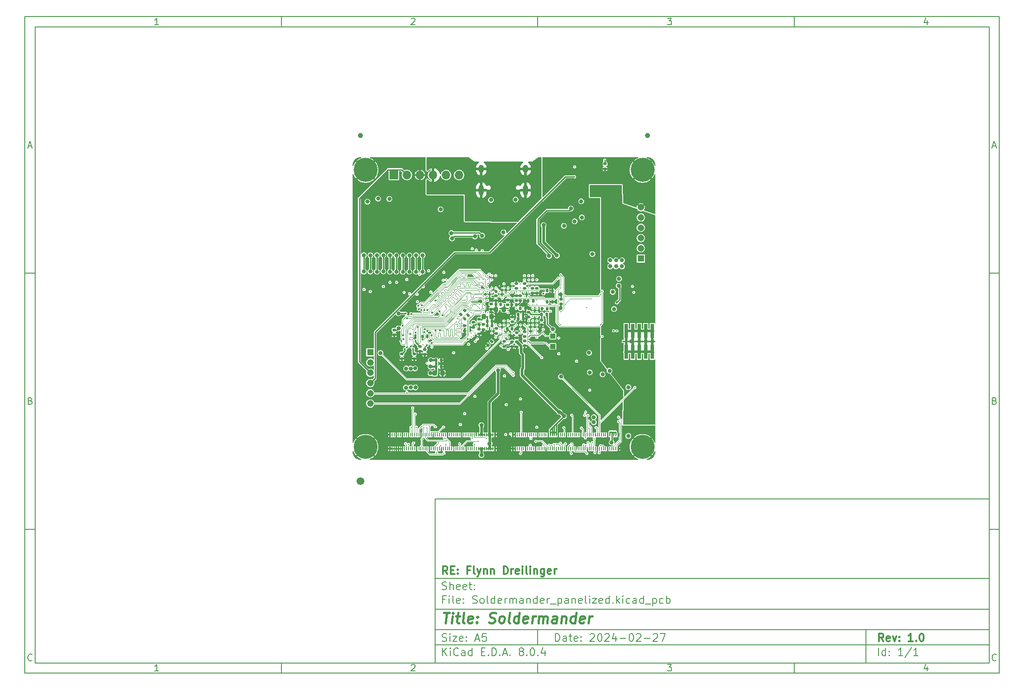
<source format=gbr>
%TF.GenerationSoftware,KiCad,Pcbnew,8.0.4*%
%TF.CreationDate,2024-07-26T20:24:48-07:00*%
%TF.ProjectId,Soldermander_panelized,536f6c64-6572-46d6-916e-6465725f7061,1.0*%
%TF.SameCoordinates,Original*%
%TF.FileFunction,Copper,L6,Bot*%
%TF.FilePolarity,Positive*%
%FSLAX46Y46*%
G04 Gerber Fmt 4.6, Leading zero omitted, Abs format (unit mm)*
G04 Created by KiCad (PCBNEW 8.0.4) date 2024-07-26 20:24:48*
%MOMM*%
%LPD*%
G01*
G04 APERTURE LIST*
G04 Aperture macros list*
%AMRoundRect*
0 Rectangle with rounded corners*
0 $1 Rounding radius*
0 $2 $3 $4 $5 $6 $7 $8 $9 X,Y pos of 4 corners*
0 Add a 4 corners polygon primitive as box body*
4,1,4,$2,$3,$4,$5,$6,$7,$8,$9,$2,$3,0*
0 Add four circle primitives for the rounded corners*
1,1,$1+$1,$2,$3*
1,1,$1+$1,$4,$5*
1,1,$1+$1,$6,$7*
1,1,$1+$1,$8,$9*
0 Add four rect primitives between the rounded corners*
20,1,$1+$1,$2,$3,$4,$5,0*
20,1,$1+$1,$4,$5,$6,$7,0*
20,1,$1+$1,$6,$7,$8,$9,0*
20,1,$1+$1,$8,$9,$2,$3,0*%
G04 Aperture macros list end*
%ADD10C,0.100000*%
%ADD11C,0.150000*%
%ADD12C,0.300000*%
%ADD13C,0.400000*%
%TA.AperFunction,ComponentPad*%
%ADD14C,4.700000*%
%TD*%
%TA.AperFunction,ComponentPad*%
%ADD15R,1.308000X1.308000*%
%TD*%
%TA.AperFunction,ComponentPad*%
%ADD16C,1.308000*%
%TD*%
%TA.AperFunction,ComponentPad*%
%ADD17O,1.000000X2.100000*%
%TD*%
%TA.AperFunction,ComponentPad*%
%ADD18O,1.000000X1.600000*%
%TD*%
%TA.AperFunction,ComponentPad*%
%ADD19R,1.700000X1.700000*%
%TD*%
%TA.AperFunction,ComponentPad*%
%ADD20O,1.700000X1.700000*%
%TD*%
%TA.AperFunction,SMDPad,CuDef*%
%ADD21RoundRect,0.140000X-0.140000X-0.170000X0.140000X-0.170000X0.140000X0.170000X-0.140000X0.170000X0*%
%TD*%
%TA.AperFunction,SMDPad,CuDef*%
%ADD22RoundRect,0.140000X0.140000X0.170000X-0.140000X0.170000X-0.140000X-0.170000X0.140000X-0.170000X0*%
%TD*%
%TA.AperFunction,SMDPad,CuDef*%
%ADD23RoundRect,0.140000X0.170000X-0.140000X0.170000X0.140000X-0.170000X0.140000X-0.170000X-0.140000X0*%
%TD*%
%TA.AperFunction,SMDPad,CuDef*%
%ADD24RoundRect,0.140000X-0.170000X0.140000X-0.170000X-0.140000X0.170000X-0.140000X0.170000X0.140000X0*%
%TD*%
%TA.AperFunction,SMDPad,CuDef*%
%ADD25R,1.000000X1.000000*%
%TD*%
%TA.AperFunction,SMDPad,CuDef*%
%ADD26RoundRect,0.147500X0.147500X0.172500X-0.147500X0.172500X-0.147500X-0.172500X0.147500X-0.172500X0*%
%TD*%
%TA.AperFunction,SMDPad,CuDef*%
%ADD27RoundRect,0.147500X-0.147500X-0.172500X0.147500X-0.172500X0.147500X0.172500X-0.147500X0.172500X0*%
%TD*%
%TA.AperFunction,SMDPad,CuDef*%
%ADD28R,0.740000X2.790000*%
%TD*%
%TA.AperFunction,SMDPad,CuDef*%
%ADD29C,1.000000*%
%TD*%
%TA.AperFunction,SMDPad,CuDef*%
%ADD30RoundRect,0.135000X-0.035355X0.226274X-0.226274X0.035355X0.035355X-0.226274X0.226274X-0.035355X0*%
%TD*%
%TA.AperFunction,SMDPad,CuDef*%
%ADD31RoundRect,0.140000X0.021213X-0.219203X0.219203X-0.021213X-0.021213X0.219203X-0.219203X0.021213X0*%
%TD*%
%TA.AperFunction,SMDPad,CuDef*%
%ADD32RoundRect,0.135000X-0.135000X-0.185000X0.135000X-0.185000X0.135000X0.185000X-0.135000X0.185000X0*%
%TD*%
%TA.AperFunction,SMDPad,CuDef*%
%ADD33RoundRect,0.225000X-0.225000X-0.250000X0.225000X-0.250000X0.225000X0.250000X-0.225000X0.250000X0*%
%TD*%
%TA.AperFunction,SMDPad,CuDef*%
%ADD34RoundRect,0.135000X-0.185000X0.135000X-0.185000X-0.135000X0.185000X-0.135000X0.185000X0.135000X0*%
%TD*%
%TA.AperFunction,SMDPad,CuDef*%
%ADD35R,0.230000X0.660000*%
%TD*%
%TA.AperFunction,SMDPad,CuDef*%
%ADD36R,0.350000X0.660000*%
%TD*%
%TA.AperFunction,SMDPad,CuDef*%
%ADD37C,1.500000*%
%TD*%
%TA.AperFunction,SMDPad,CuDef*%
%ADD38RoundRect,0.135000X0.185000X-0.135000X0.185000X0.135000X-0.185000X0.135000X-0.185000X-0.135000X0*%
%TD*%
%TA.AperFunction,SMDPad,CuDef*%
%ADD39RoundRect,0.135000X0.035355X-0.226274X0.226274X-0.035355X-0.035355X0.226274X-0.226274X0.035355X0*%
%TD*%
%TA.AperFunction,SMDPad,CuDef*%
%ADD40RoundRect,0.140000X-0.021213X0.219203X-0.219203X0.021213X0.021213X-0.219203X0.219203X-0.021213X0*%
%TD*%
%TA.AperFunction,SMDPad,CuDef*%
%ADD41RoundRect,0.225000X0.225000X0.250000X-0.225000X0.250000X-0.225000X-0.250000X0.225000X-0.250000X0*%
%TD*%
%TA.AperFunction,ViaPad*%
%ADD42C,0.300000*%
%TD*%
%TA.AperFunction,ViaPad*%
%ADD43C,0.400000*%
%TD*%
%TA.AperFunction,ViaPad*%
%ADD44C,0.800000*%
%TD*%
%TA.AperFunction,ViaPad*%
%ADD45C,0.500000*%
%TD*%
%TA.AperFunction,ViaPad*%
%ADD46C,0.406400*%
%TD*%
%TA.AperFunction,Conductor*%
%ADD47C,0.250000*%
%TD*%
%TA.AperFunction,Conductor*%
%ADD48C,0.400000*%
%TD*%
%TA.AperFunction,Conductor*%
%ADD49C,0.090000*%
%TD*%
%TA.AperFunction,Conductor*%
%ADD50C,0.500000*%
%TD*%
%TA.AperFunction,Conductor*%
%ADD51C,0.200000*%
%TD*%
G04 APERTURE END LIST*
D10*
D11*
X90007200Y-104005800D02*
X198007200Y-104005800D01*
X198007200Y-136005800D01*
X90007200Y-136005800D01*
X90007200Y-104005800D01*
D10*
D11*
X10000000Y-10000000D02*
X200007200Y-10000000D01*
X200007200Y-138005800D01*
X10000000Y-138005800D01*
X10000000Y-10000000D01*
D10*
D11*
X12000000Y-12000000D02*
X198007200Y-12000000D01*
X198007200Y-136005800D01*
X12000000Y-136005800D01*
X12000000Y-12000000D01*
D10*
D11*
X60000000Y-12000000D02*
X60000000Y-10000000D01*
D10*
D11*
X110000000Y-12000000D02*
X110000000Y-10000000D01*
D10*
D11*
X160000000Y-12000000D02*
X160000000Y-10000000D01*
D10*
D11*
X36089160Y-11593604D02*
X35346303Y-11593604D01*
X35717731Y-11593604D02*
X35717731Y-10293604D01*
X35717731Y-10293604D02*
X35593922Y-10479319D01*
X35593922Y-10479319D02*
X35470112Y-10603128D01*
X35470112Y-10603128D02*
X35346303Y-10665033D01*
D10*
D11*
X85346303Y-10417414D02*
X85408207Y-10355509D01*
X85408207Y-10355509D02*
X85532017Y-10293604D01*
X85532017Y-10293604D02*
X85841541Y-10293604D01*
X85841541Y-10293604D02*
X85965350Y-10355509D01*
X85965350Y-10355509D02*
X86027255Y-10417414D01*
X86027255Y-10417414D02*
X86089160Y-10541223D01*
X86089160Y-10541223D02*
X86089160Y-10665033D01*
X86089160Y-10665033D02*
X86027255Y-10850747D01*
X86027255Y-10850747D02*
X85284398Y-11593604D01*
X85284398Y-11593604D02*
X86089160Y-11593604D01*
D10*
D11*
X135284398Y-10293604D02*
X136089160Y-10293604D01*
X136089160Y-10293604D02*
X135655826Y-10788842D01*
X135655826Y-10788842D02*
X135841541Y-10788842D01*
X135841541Y-10788842D02*
X135965350Y-10850747D01*
X135965350Y-10850747D02*
X136027255Y-10912652D01*
X136027255Y-10912652D02*
X136089160Y-11036461D01*
X136089160Y-11036461D02*
X136089160Y-11345985D01*
X136089160Y-11345985D02*
X136027255Y-11469795D01*
X136027255Y-11469795D02*
X135965350Y-11531700D01*
X135965350Y-11531700D02*
X135841541Y-11593604D01*
X135841541Y-11593604D02*
X135470112Y-11593604D01*
X135470112Y-11593604D02*
X135346303Y-11531700D01*
X135346303Y-11531700D02*
X135284398Y-11469795D01*
D10*
D11*
X185965350Y-10726938D02*
X185965350Y-11593604D01*
X185655826Y-10231700D02*
X185346303Y-11160271D01*
X185346303Y-11160271D02*
X186151064Y-11160271D01*
D10*
D11*
X60000000Y-136005800D02*
X60000000Y-138005800D01*
D10*
D11*
X110000000Y-136005800D02*
X110000000Y-138005800D01*
D10*
D11*
X160000000Y-136005800D02*
X160000000Y-138005800D01*
D10*
D11*
X36089160Y-137599404D02*
X35346303Y-137599404D01*
X35717731Y-137599404D02*
X35717731Y-136299404D01*
X35717731Y-136299404D02*
X35593922Y-136485119D01*
X35593922Y-136485119D02*
X35470112Y-136608928D01*
X35470112Y-136608928D02*
X35346303Y-136670833D01*
D10*
D11*
X85346303Y-136423214D02*
X85408207Y-136361309D01*
X85408207Y-136361309D02*
X85532017Y-136299404D01*
X85532017Y-136299404D02*
X85841541Y-136299404D01*
X85841541Y-136299404D02*
X85965350Y-136361309D01*
X85965350Y-136361309D02*
X86027255Y-136423214D01*
X86027255Y-136423214D02*
X86089160Y-136547023D01*
X86089160Y-136547023D02*
X86089160Y-136670833D01*
X86089160Y-136670833D02*
X86027255Y-136856547D01*
X86027255Y-136856547D02*
X85284398Y-137599404D01*
X85284398Y-137599404D02*
X86089160Y-137599404D01*
D10*
D11*
X135284398Y-136299404D02*
X136089160Y-136299404D01*
X136089160Y-136299404D02*
X135655826Y-136794642D01*
X135655826Y-136794642D02*
X135841541Y-136794642D01*
X135841541Y-136794642D02*
X135965350Y-136856547D01*
X135965350Y-136856547D02*
X136027255Y-136918452D01*
X136027255Y-136918452D02*
X136089160Y-137042261D01*
X136089160Y-137042261D02*
X136089160Y-137351785D01*
X136089160Y-137351785D02*
X136027255Y-137475595D01*
X136027255Y-137475595D02*
X135965350Y-137537500D01*
X135965350Y-137537500D02*
X135841541Y-137599404D01*
X135841541Y-137599404D02*
X135470112Y-137599404D01*
X135470112Y-137599404D02*
X135346303Y-137537500D01*
X135346303Y-137537500D02*
X135284398Y-137475595D01*
D10*
D11*
X185965350Y-136732738D02*
X185965350Y-137599404D01*
X185655826Y-136237500D02*
X185346303Y-137166071D01*
X185346303Y-137166071D02*
X186151064Y-137166071D01*
D10*
D11*
X10000000Y-60000000D02*
X12000000Y-60000000D01*
D10*
D11*
X10000000Y-110000000D02*
X12000000Y-110000000D01*
D10*
D11*
X10690476Y-35222176D02*
X11309523Y-35222176D01*
X10566666Y-35593604D02*
X10999999Y-34293604D01*
X10999999Y-34293604D02*
X11433333Y-35593604D01*
D10*
D11*
X11092857Y-84912652D02*
X11278571Y-84974557D01*
X11278571Y-84974557D02*
X11340476Y-85036461D01*
X11340476Y-85036461D02*
X11402380Y-85160271D01*
X11402380Y-85160271D02*
X11402380Y-85345985D01*
X11402380Y-85345985D02*
X11340476Y-85469795D01*
X11340476Y-85469795D02*
X11278571Y-85531700D01*
X11278571Y-85531700D02*
X11154761Y-85593604D01*
X11154761Y-85593604D02*
X10659523Y-85593604D01*
X10659523Y-85593604D02*
X10659523Y-84293604D01*
X10659523Y-84293604D02*
X11092857Y-84293604D01*
X11092857Y-84293604D02*
X11216666Y-84355509D01*
X11216666Y-84355509D02*
X11278571Y-84417414D01*
X11278571Y-84417414D02*
X11340476Y-84541223D01*
X11340476Y-84541223D02*
X11340476Y-84665033D01*
X11340476Y-84665033D02*
X11278571Y-84788842D01*
X11278571Y-84788842D02*
X11216666Y-84850747D01*
X11216666Y-84850747D02*
X11092857Y-84912652D01*
X11092857Y-84912652D02*
X10659523Y-84912652D01*
D10*
D11*
X11402380Y-135469795D02*
X11340476Y-135531700D01*
X11340476Y-135531700D02*
X11154761Y-135593604D01*
X11154761Y-135593604D02*
X11030952Y-135593604D01*
X11030952Y-135593604D02*
X10845238Y-135531700D01*
X10845238Y-135531700D02*
X10721428Y-135407890D01*
X10721428Y-135407890D02*
X10659523Y-135284080D01*
X10659523Y-135284080D02*
X10597619Y-135036461D01*
X10597619Y-135036461D02*
X10597619Y-134850747D01*
X10597619Y-134850747D02*
X10659523Y-134603128D01*
X10659523Y-134603128D02*
X10721428Y-134479319D01*
X10721428Y-134479319D02*
X10845238Y-134355509D01*
X10845238Y-134355509D02*
X11030952Y-134293604D01*
X11030952Y-134293604D02*
X11154761Y-134293604D01*
X11154761Y-134293604D02*
X11340476Y-134355509D01*
X11340476Y-134355509D02*
X11402380Y-134417414D01*
D10*
D11*
X200007200Y-60000000D02*
X198007200Y-60000000D01*
D10*
D11*
X200007200Y-110000000D02*
X198007200Y-110000000D01*
D10*
D11*
X198697676Y-35222176D02*
X199316723Y-35222176D01*
X198573866Y-35593604D02*
X199007199Y-34293604D01*
X199007199Y-34293604D02*
X199440533Y-35593604D01*
D10*
D11*
X199100057Y-84912652D02*
X199285771Y-84974557D01*
X199285771Y-84974557D02*
X199347676Y-85036461D01*
X199347676Y-85036461D02*
X199409580Y-85160271D01*
X199409580Y-85160271D02*
X199409580Y-85345985D01*
X199409580Y-85345985D02*
X199347676Y-85469795D01*
X199347676Y-85469795D02*
X199285771Y-85531700D01*
X199285771Y-85531700D02*
X199161961Y-85593604D01*
X199161961Y-85593604D02*
X198666723Y-85593604D01*
X198666723Y-85593604D02*
X198666723Y-84293604D01*
X198666723Y-84293604D02*
X199100057Y-84293604D01*
X199100057Y-84293604D02*
X199223866Y-84355509D01*
X199223866Y-84355509D02*
X199285771Y-84417414D01*
X199285771Y-84417414D02*
X199347676Y-84541223D01*
X199347676Y-84541223D02*
X199347676Y-84665033D01*
X199347676Y-84665033D02*
X199285771Y-84788842D01*
X199285771Y-84788842D02*
X199223866Y-84850747D01*
X199223866Y-84850747D02*
X199100057Y-84912652D01*
X199100057Y-84912652D02*
X198666723Y-84912652D01*
D10*
D11*
X199409580Y-135469795D02*
X199347676Y-135531700D01*
X199347676Y-135531700D02*
X199161961Y-135593604D01*
X199161961Y-135593604D02*
X199038152Y-135593604D01*
X199038152Y-135593604D02*
X198852438Y-135531700D01*
X198852438Y-135531700D02*
X198728628Y-135407890D01*
X198728628Y-135407890D02*
X198666723Y-135284080D01*
X198666723Y-135284080D02*
X198604819Y-135036461D01*
X198604819Y-135036461D02*
X198604819Y-134850747D01*
X198604819Y-134850747D02*
X198666723Y-134603128D01*
X198666723Y-134603128D02*
X198728628Y-134479319D01*
X198728628Y-134479319D02*
X198852438Y-134355509D01*
X198852438Y-134355509D02*
X199038152Y-134293604D01*
X199038152Y-134293604D02*
X199161961Y-134293604D01*
X199161961Y-134293604D02*
X199347676Y-134355509D01*
X199347676Y-134355509D02*
X199409580Y-134417414D01*
D10*
D11*
X113463026Y-131791928D02*
X113463026Y-130291928D01*
X113463026Y-130291928D02*
X113820169Y-130291928D01*
X113820169Y-130291928D02*
X114034455Y-130363357D01*
X114034455Y-130363357D02*
X114177312Y-130506214D01*
X114177312Y-130506214D02*
X114248741Y-130649071D01*
X114248741Y-130649071D02*
X114320169Y-130934785D01*
X114320169Y-130934785D02*
X114320169Y-131149071D01*
X114320169Y-131149071D02*
X114248741Y-131434785D01*
X114248741Y-131434785D02*
X114177312Y-131577642D01*
X114177312Y-131577642D02*
X114034455Y-131720500D01*
X114034455Y-131720500D02*
X113820169Y-131791928D01*
X113820169Y-131791928D02*
X113463026Y-131791928D01*
X115605884Y-131791928D02*
X115605884Y-131006214D01*
X115605884Y-131006214D02*
X115534455Y-130863357D01*
X115534455Y-130863357D02*
X115391598Y-130791928D01*
X115391598Y-130791928D02*
X115105884Y-130791928D01*
X115105884Y-130791928D02*
X114963026Y-130863357D01*
X115605884Y-131720500D02*
X115463026Y-131791928D01*
X115463026Y-131791928D02*
X115105884Y-131791928D01*
X115105884Y-131791928D02*
X114963026Y-131720500D01*
X114963026Y-131720500D02*
X114891598Y-131577642D01*
X114891598Y-131577642D02*
X114891598Y-131434785D01*
X114891598Y-131434785D02*
X114963026Y-131291928D01*
X114963026Y-131291928D02*
X115105884Y-131220500D01*
X115105884Y-131220500D02*
X115463026Y-131220500D01*
X115463026Y-131220500D02*
X115605884Y-131149071D01*
X116105884Y-130791928D02*
X116677312Y-130791928D01*
X116320169Y-130291928D02*
X116320169Y-131577642D01*
X116320169Y-131577642D02*
X116391598Y-131720500D01*
X116391598Y-131720500D02*
X116534455Y-131791928D01*
X116534455Y-131791928D02*
X116677312Y-131791928D01*
X117748741Y-131720500D02*
X117605884Y-131791928D01*
X117605884Y-131791928D02*
X117320170Y-131791928D01*
X117320170Y-131791928D02*
X117177312Y-131720500D01*
X117177312Y-131720500D02*
X117105884Y-131577642D01*
X117105884Y-131577642D02*
X117105884Y-131006214D01*
X117105884Y-131006214D02*
X117177312Y-130863357D01*
X117177312Y-130863357D02*
X117320170Y-130791928D01*
X117320170Y-130791928D02*
X117605884Y-130791928D01*
X117605884Y-130791928D02*
X117748741Y-130863357D01*
X117748741Y-130863357D02*
X117820170Y-131006214D01*
X117820170Y-131006214D02*
X117820170Y-131149071D01*
X117820170Y-131149071D02*
X117105884Y-131291928D01*
X118463026Y-131649071D02*
X118534455Y-131720500D01*
X118534455Y-131720500D02*
X118463026Y-131791928D01*
X118463026Y-131791928D02*
X118391598Y-131720500D01*
X118391598Y-131720500D02*
X118463026Y-131649071D01*
X118463026Y-131649071D02*
X118463026Y-131791928D01*
X118463026Y-130863357D02*
X118534455Y-130934785D01*
X118534455Y-130934785D02*
X118463026Y-131006214D01*
X118463026Y-131006214D02*
X118391598Y-130934785D01*
X118391598Y-130934785D02*
X118463026Y-130863357D01*
X118463026Y-130863357D02*
X118463026Y-131006214D01*
X120248741Y-130434785D02*
X120320169Y-130363357D01*
X120320169Y-130363357D02*
X120463027Y-130291928D01*
X120463027Y-130291928D02*
X120820169Y-130291928D01*
X120820169Y-130291928D02*
X120963027Y-130363357D01*
X120963027Y-130363357D02*
X121034455Y-130434785D01*
X121034455Y-130434785D02*
X121105884Y-130577642D01*
X121105884Y-130577642D02*
X121105884Y-130720500D01*
X121105884Y-130720500D02*
X121034455Y-130934785D01*
X121034455Y-130934785D02*
X120177312Y-131791928D01*
X120177312Y-131791928D02*
X121105884Y-131791928D01*
X122034455Y-130291928D02*
X122177312Y-130291928D01*
X122177312Y-130291928D02*
X122320169Y-130363357D01*
X122320169Y-130363357D02*
X122391598Y-130434785D01*
X122391598Y-130434785D02*
X122463026Y-130577642D01*
X122463026Y-130577642D02*
X122534455Y-130863357D01*
X122534455Y-130863357D02*
X122534455Y-131220500D01*
X122534455Y-131220500D02*
X122463026Y-131506214D01*
X122463026Y-131506214D02*
X122391598Y-131649071D01*
X122391598Y-131649071D02*
X122320169Y-131720500D01*
X122320169Y-131720500D02*
X122177312Y-131791928D01*
X122177312Y-131791928D02*
X122034455Y-131791928D01*
X122034455Y-131791928D02*
X121891598Y-131720500D01*
X121891598Y-131720500D02*
X121820169Y-131649071D01*
X121820169Y-131649071D02*
X121748740Y-131506214D01*
X121748740Y-131506214D02*
X121677312Y-131220500D01*
X121677312Y-131220500D02*
X121677312Y-130863357D01*
X121677312Y-130863357D02*
X121748740Y-130577642D01*
X121748740Y-130577642D02*
X121820169Y-130434785D01*
X121820169Y-130434785D02*
X121891598Y-130363357D01*
X121891598Y-130363357D02*
X122034455Y-130291928D01*
X123105883Y-130434785D02*
X123177311Y-130363357D01*
X123177311Y-130363357D02*
X123320169Y-130291928D01*
X123320169Y-130291928D02*
X123677311Y-130291928D01*
X123677311Y-130291928D02*
X123820169Y-130363357D01*
X123820169Y-130363357D02*
X123891597Y-130434785D01*
X123891597Y-130434785D02*
X123963026Y-130577642D01*
X123963026Y-130577642D02*
X123963026Y-130720500D01*
X123963026Y-130720500D02*
X123891597Y-130934785D01*
X123891597Y-130934785D02*
X123034454Y-131791928D01*
X123034454Y-131791928D02*
X123963026Y-131791928D01*
X125248740Y-130791928D02*
X125248740Y-131791928D01*
X124891597Y-130220500D02*
X124534454Y-131291928D01*
X124534454Y-131291928D02*
X125463025Y-131291928D01*
X126034453Y-131220500D02*
X127177311Y-131220500D01*
X128177311Y-130291928D02*
X128320168Y-130291928D01*
X128320168Y-130291928D02*
X128463025Y-130363357D01*
X128463025Y-130363357D02*
X128534454Y-130434785D01*
X128534454Y-130434785D02*
X128605882Y-130577642D01*
X128605882Y-130577642D02*
X128677311Y-130863357D01*
X128677311Y-130863357D02*
X128677311Y-131220500D01*
X128677311Y-131220500D02*
X128605882Y-131506214D01*
X128605882Y-131506214D02*
X128534454Y-131649071D01*
X128534454Y-131649071D02*
X128463025Y-131720500D01*
X128463025Y-131720500D02*
X128320168Y-131791928D01*
X128320168Y-131791928D02*
X128177311Y-131791928D01*
X128177311Y-131791928D02*
X128034454Y-131720500D01*
X128034454Y-131720500D02*
X127963025Y-131649071D01*
X127963025Y-131649071D02*
X127891596Y-131506214D01*
X127891596Y-131506214D02*
X127820168Y-131220500D01*
X127820168Y-131220500D02*
X127820168Y-130863357D01*
X127820168Y-130863357D02*
X127891596Y-130577642D01*
X127891596Y-130577642D02*
X127963025Y-130434785D01*
X127963025Y-130434785D02*
X128034454Y-130363357D01*
X128034454Y-130363357D02*
X128177311Y-130291928D01*
X129248739Y-130434785D02*
X129320167Y-130363357D01*
X129320167Y-130363357D02*
X129463025Y-130291928D01*
X129463025Y-130291928D02*
X129820167Y-130291928D01*
X129820167Y-130291928D02*
X129963025Y-130363357D01*
X129963025Y-130363357D02*
X130034453Y-130434785D01*
X130034453Y-130434785D02*
X130105882Y-130577642D01*
X130105882Y-130577642D02*
X130105882Y-130720500D01*
X130105882Y-130720500D02*
X130034453Y-130934785D01*
X130034453Y-130934785D02*
X129177310Y-131791928D01*
X129177310Y-131791928D02*
X130105882Y-131791928D01*
X130748738Y-131220500D02*
X131891596Y-131220500D01*
X132534453Y-130434785D02*
X132605881Y-130363357D01*
X132605881Y-130363357D02*
X132748739Y-130291928D01*
X132748739Y-130291928D02*
X133105881Y-130291928D01*
X133105881Y-130291928D02*
X133248739Y-130363357D01*
X133248739Y-130363357D02*
X133320167Y-130434785D01*
X133320167Y-130434785D02*
X133391596Y-130577642D01*
X133391596Y-130577642D02*
X133391596Y-130720500D01*
X133391596Y-130720500D02*
X133320167Y-130934785D01*
X133320167Y-130934785D02*
X132463024Y-131791928D01*
X132463024Y-131791928D02*
X133391596Y-131791928D01*
X133891595Y-130291928D02*
X134891595Y-130291928D01*
X134891595Y-130291928D02*
X134248738Y-131791928D01*
D10*
D11*
X90007200Y-132505800D02*
X198007200Y-132505800D01*
D10*
D11*
X91463026Y-134591928D02*
X91463026Y-133091928D01*
X92320169Y-134591928D02*
X91677312Y-133734785D01*
X92320169Y-133091928D02*
X91463026Y-133949071D01*
X92963026Y-134591928D02*
X92963026Y-133591928D01*
X92963026Y-133091928D02*
X92891598Y-133163357D01*
X92891598Y-133163357D02*
X92963026Y-133234785D01*
X92963026Y-133234785D02*
X93034455Y-133163357D01*
X93034455Y-133163357D02*
X92963026Y-133091928D01*
X92963026Y-133091928D02*
X92963026Y-133234785D01*
X94534455Y-134449071D02*
X94463027Y-134520500D01*
X94463027Y-134520500D02*
X94248741Y-134591928D01*
X94248741Y-134591928D02*
X94105884Y-134591928D01*
X94105884Y-134591928D02*
X93891598Y-134520500D01*
X93891598Y-134520500D02*
X93748741Y-134377642D01*
X93748741Y-134377642D02*
X93677312Y-134234785D01*
X93677312Y-134234785D02*
X93605884Y-133949071D01*
X93605884Y-133949071D02*
X93605884Y-133734785D01*
X93605884Y-133734785D02*
X93677312Y-133449071D01*
X93677312Y-133449071D02*
X93748741Y-133306214D01*
X93748741Y-133306214D02*
X93891598Y-133163357D01*
X93891598Y-133163357D02*
X94105884Y-133091928D01*
X94105884Y-133091928D02*
X94248741Y-133091928D01*
X94248741Y-133091928D02*
X94463027Y-133163357D01*
X94463027Y-133163357D02*
X94534455Y-133234785D01*
X95820170Y-134591928D02*
X95820170Y-133806214D01*
X95820170Y-133806214D02*
X95748741Y-133663357D01*
X95748741Y-133663357D02*
X95605884Y-133591928D01*
X95605884Y-133591928D02*
X95320170Y-133591928D01*
X95320170Y-133591928D02*
X95177312Y-133663357D01*
X95820170Y-134520500D02*
X95677312Y-134591928D01*
X95677312Y-134591928D02*
X95320170Y-134591928D01*
X95320170Y-134591928D02*
X95177312Y-134520500D01*
X95177312Y-134520500D02*
X95105884Y-134377642D01*
X95105884Y-134377642D02*
X95105884Y-134234785D01*
X95105884Y-134234785D02*
X95177312Y-134091928D01*
X95177312Y-134091928D02*
X95320170Y-134020500D01*
X95320170Y-134020500D02*
X95677312Y-134020500D01*
X95677312Y-134020500D02*
X95820170Y-133949071D01*
X97177313Y-134591928D02*
X97177313Y-133091928D01*
X97177313Y-134520500D02*
X97034455Y-134591928D01*
X97034455Y-134591928D02*
X96748741Y-134591928D01*
X96748741Y-134591928D02*
X96605884Y-134520500D01*
X96605884Y-134520500D02*
X96534455Y-134449071D01*
X96534455Y-134449071D02*
X96463027Y-134306214D01*
X96463027Y-134306214D02*
X96463027Y-133877642D01*
X96463027Y-133877642D02*
X96534455Y-133734785D01*
X96534455Y-133734785D02*
X96605884Y-133663357D01*
X96605884Y-133663357D02*
X96748741Y-133591928D01*
X96748741Y-133591928D02*
X97034455Y-133591928D01*
X97034455Y-133591928D02*
X97177313Y-133663357D01*
X99034455Y-133806214D02*
X99534455Y-133806214D01*
X99748741Y-134591928D02*
X99034455Y-134591928D01*
X99034455Y-134591928D02*
X99034455Y-133091928D01*
X99034455Y-133091928D02*
X99748741Y-133091928D01*
X100391598Y-134449071D02*
X100463027Y-134520500D01*
X100463027Y-134520500D02*
X100391598Y-134591928D01*
X100391598Y-134591928D02*
X100320170Y-134520500D01*
X100320170Y-134520500D02*
X100391598Y-134449071D01*
X100391598Y-134449071D02*
X100391598Y-134591928D01*
X101105884Y-134591928D02*
X101105884Y-133091928D01*
X101105884Y-133091928D02*
X101463027Y-133091928D01*
X101463027Y-133091928D02*
X101677313Y-133163357D01*
X101677313Y-133163357D02*
X101820170Y-133306214D01*
X101820170Y-133306214D02*
X101891599Y-133449071D01*
X101891599Y-133449071D02*
X101963027Y-133734785D01*
X101963027Y-133734785D02*
X101963027Y-133949071D01*
X101963027Y-133949071D02*
X101891599Y-134234785D01*
X101891599Y-134234785D02*
X101820170Y-134377642D01*
X101820170Y-134377642D02*
X101677313Y-134520500D01*
X101677313Y-134520500D02*
X101463027Y-134591928D01*
X101463027Y-134591928D02*
X101105884Y-134591928D01*
X102605884Y-134449071D02*
X102677313Y-134520500D01*
X102677313Y-134520500D02*
X102605884Y-134591928D01*
X102605884Y-134591928D02*
X102534456Y-134520500D01*
X102534456Y-134520500D02*
X102605884Y-134449071D01*
X102605884Y-134449071D02*
X102605884Y-134591928D01*
X103248742Y-134163357D02*
X103963028Y-134163357D01*
X103105885Y-134591928D02*
X103605885Y-133091928D01*
X103605885Y-133091928D02*
X104105885Y-134591928D01*
X104605884Y-134449071D02*
X104677313Y-134520500D01*
X104677313Y-134520500D02*
X104605884Y-134591928D01*
X104605884Y-134591928D02*
X104534456Y-134520500D01*
X104534456Y-134520500D02*
X104605884Y-134449071D01*
X104605884Y-134449071D02*
X104605884Y-134591928D01*
X106677313Y-133734785D02*
X106534456Y-133663357D01*
X106534456Y-133663357D02*
X106463027Y-133591928D01*
X106463027Y-133591928D02*
X106391599Y-133449071D01*
X106391599Y-133449071D02*
X106391599Y-133377642D01*
X106391599Y-133377642D02*
X106463027Y-133234785D01*
X106463027Y-133234785D02*
X106534456Y-133163357D01*
X106534456Y-133163357D02*
X106677313Y-133091928D01*
X106677313Y-133091928D02*
X106963027Y-133091928D01*
X106963027Y-133091928D02*
X107105885Y-133163357D01*
X107105885Y-133163357D02*
X107177313Y-133234785D01*
X107177313Y-133234785D02*
X107248742Y-133377642D01*
X107248742Y-133377642D02*
X107248742Y-133449071D01*
X107248742Y-133449071D02*
X107177313Y-133591928D01*
X107177313Y-133591928D02*
X107105885Y-133663357D01*
X107105885Y-133663357D02*
X106963027Y-133734785D01*
X106963027Y-133734785D02*
X106677313Y-133734785D01*
X106677313Y-133734785D02*
X106534456Y-133806214D01*
X106534456Y-133806214D02*
X106463027Y-133877642D01*
X106463027Y-133877642D02*
X106391599Y-134020500D01*
X106391599Y-134020500D02*
X106391599Y-134306214D01*
X106391599Y-134306214D02*
X106463027Y-134449071D01*
X106463027Y-134449071D02*
X106534456Y-134520500D01*
X106534456Y-134520500D02*
X106677313Y-134591928D01*
X106677313Y-134591928D02*
X106963027Y-134591928D01*
X106963027Y-134591928D02*
X107105885Y-134520500D01*
X107105885Y-134520500D02*
X107177313Y-134449071D01*
X107177313Y-134449071D02*
X107248742Y-134306214D01*
X107248742Y-134306214D02*
X107248742Y-134020500D01*
X107248742Y-134020500D02*
X107177313Y-133877642D01*
X107177313Y-133877642D02*
X107105885Y-133806214D01*
X107105885Y-133806214D02*
X106963027Y-133734785D01*
X107891598Y-134449071D02*
X107963027Y-134520500D01*
X107963027Y-134520500D02*
X107891598Y-134591928D01*
X107891598Y-134591928D02*
X107820170Y-134520500D01*
X107820170Y-134520500D02*
X107891598Y-134449071D01*
X107891598Y-134449071D02*
X107891598Y-134591928D01*
X108891599Y-133091928D02*
X109034456Y-133091928D01*
X109034456Y-133091928D02*
X109177313Y-133163357D01*
X109177313Y-133163357D02*
X109248742Y-133234785D01*
X109248742Y-133234785D02*
X109320170Y-133377642D01*
X109320170Y-133377642D02*
X109391599Y-133663357D01*
X109391599Y-133663357D02*
X109391599Y-134020500D01*
X109391599Y-134020500D02*
X109320170Y-134306214D01*
X109320170Y-134306214D02*
X109248742Y-134449071D01*
X109248742Y-134449071D02*
X109177313Y-134520500D01*
X109177313Y-134520500D02*
X109034456Y-134591928D01*
X109034456Y-134591928D02*
X108891599Y-134591928D01*
X108891599Y-134591928D02*
X108748742Y-134520500D01*
X108748742Y-134520500D02*
X108677313Y-134449071D01*
X108677313Y-134449071D02*
X108605884Y-134306214D01*
X108605884Y-134306214D02*
X108534456Y-134020500D01*
X108534456Y-134020500D02*
X108534456Y-133663357D01*
X108534456Y-133663357D02*
X108605884Y-133377642D01*
X108605884Y-133377642D02*
X108677313Y-133234785D01*
X108677313Y-133234785D02*
X108748742Y-133163357D01*
X108748742Y-133163357D02*
X108891599Y-133091928D01*
X110034455Y-134449071D02*
X110105884Y-134520500D01*
X110105884Y-134520500D02*
X110034455Y-134591928D01*
X110034455Y-134591928D02*
X109963027Y-134520500D01*
X109963027Y-134520500D02*
X110034455Y-134449071D01*
X110034455Y-134449071D02*
X110034455Y-134591928D01*
X111391599Y-133591928D02*
X111391599Y-134591928D01*
X111034456Y-133020500D02*
X110677313Y-134091928D01*
X110677313Y-134091928D02*
X111605884Y-134091928D01*
D10*
D11*
X90007200Y-129505800D02*
X198007200Y-129505800D01*
D10*
D12*
X177418853Y-131784128D02*
X176918853Y-131069842D01*
X176561710Y-131784128D02*
X176561710Y-130284128D01*
X176561710Y-130284128D02*
X177133139Y-130284128D01*
X177133139Y-130284128D02*
X177275996Y-130355557D01*
X177275996Y-130355557D02*
X177347425Y-130426985D01*
X177347425Y-130426985D02*
X177418853Y-130569842D01*
X177418853Y-130569842D02*
X177418853Y-130784128D01*
X177418853Y-130784128D02*
X177347425Y-130926985D01*
X177347425Y-130926985D02*
X177275996Y-130998414D01*
X177275996Y-130998414D02*
X177133139Y-131069842D01*
X177133139Y-131069842D02*
X176561710Y-131069842D01*
X178633139Y-131712700D02*
X178490282Y-131784128D01*
X178490282Y-131784128D02*
X178204568Y-131784128D01*
X178204568Y-131784128D02*
X178061710Y-131712700D01*
X178061710Y-131712700D02*
X177990282Y-131569842D01*
X177990282Y-131569842D02*
X177990282Y-130998414D01*
X177990282Y-130998414D02*
X178061710Y-130855557D01*
X178061710Y-130855557D02*
X178204568Y-130784128D01*
X178204568Y-130784128D02*
X178490282Y-130784128D01*
X178490282Y-130784128D02*
X178633139Y-130855557D01*
X178633139Y-130855557D02*
X178704568Y-130998414D01*
X178704568Y-130998414D02*
X178704568Y-131141271D01*
X178704568Y-131141271D02*
X177990282Y-131284128D01*
X179204567Y-130784128D02*
X179561710Y-131784128D01*
X179561710Y-131784128D02*
X179918853Y-130784128D01*
X180490281Y-131641271D02*
X180561710Y-131712700D01*
X180561710Y-131712700D02*
X180490281Y-131784128D01*
X180490281Y-131784128D02*
X180418853Y-131712700D01*
X180418853Y-131712700D02*
X180490281Y-131641271D01*
X180490281Y-131641271D02*
X180490281Y-131784128D01*
X180490281Y-130855557D02*
X180561710Y-130926985D01*
X180561710Y-130926985D02*
X180490281Y-130998414D01*
X180490281Y-130998414D02*
X180418853Y-130926985D01*
X180418853Y-130926985D02*
X180490281Y-130855557D01*
X180490281Y-130855557D02*
X180490281Y-130998414D01*
X183133139Y-131784128D02*
X182275996Y-131784128D01*
X182704567Y-131784128D02*
X182704567Y-130284128D01*
X182704567Y-130284128D02*
X182561710Y-130498414D01*
X182561710Y-130498414D02*
X182418853Y-130641271D01*
X182418853Y-130641271D02*
X182275996Y-130712700D01*
X183775995Y-131641271D02*
X183847424Y-131712700D01*
X183847424Y-131712700D02*
X183775995Y-131784128D01*
X183775995Y-131784128D02*
X183704567Y-131712700D01*
X183704567Y-131712700D02*
X183775995Y-131641271D01*
X183775995Y-131641271D02*
X183775995Y-131784128D01*
X184775996Y-130284128D02*
X184918853Y-130284128D01*
X184918853Y-130284128D02*
X185061710Y-130355557D01*
X185061710Y-130355557D02*
X185133139Y-130426985D01*
X185133139Y-130426985D02*
X185204567Y-130569842D01*
X185204567Y-130569842D02*
X185275996Y-130855557D01*
X185275996Y-130855557D02*
X185275996Y-131212700D01*
X185275996Y-131212700D02*
X185204567Y-131498414D01*
X185204567Y-131498414D02*
X185133139Y-131641271D01*
X185133139Y-131641271D02*
X185061710Y-131712700D01*
X185061710Y-131712700D02*
X184918853Y-131784128D01*
X184918853Y-131784128D02*
X184775996Y-131784128D01*
X184775996Y-131784128D02*
X184633139Y-131712700D01*
X184633139Y-131712700D02*
X184561710Y-131641271D01*
X184561710Y-131641271D02*
X184490281Y-131498414D01*
X184490281Y-131498414D02*
X184418853Y-131212700D01*
X184418853Y-131212700D02*
X184418853Y-130855557D01*
X184418853Y-130855557D02*
X184490281Y-130569842D01*
X184490281Y-130569842D02*
X184561710Y-130426985D01*
X184561710Y-130426985D02*
X184633139Y-130355557D01*
X184633139Y-130355557D02*
X184775996Y-130284128D01*
D10*
D11*
X91391598Y-131720500D02*
X91605884Y-131791928D01*
X91605884Y-131791928D02*
X91963026Y-131791928D01*
X91963026Y-131791928D02*
X92105884Y-131720500D01*
X92105884Y-131720500D02*
X92177312Y-131649071D01*
X92177312Y-131649071D02*
X92248741Y-131506214D01*
X92248741Y-131506214D02*
X92248741Y-131363357D01*
X92248741Y-131363357D02*
X92177312Y-131220500D01*
X92177312Y-131220500D02*
X92105884Y-131149071D01*
X92105884Y-131149071D02*
X91963026Y-131077642D01*
X91963026Y-131077642D02*
X91677312Y-131006214D01*
X91677312Y-131006214D02*
X91534455Y-130934785D01*
X91534455Y-130934785D02*
X91463026Y-130863357D01*
X91463026Y-130863357D02*
X91391598Y-130720500D01*
X91391598Y-130720500D02*
X91391598Y-130577642D01*
X91391598Y-130577642D02*
X91463026Y-130434785D01*
X91463026Y-130434785D02*
X91534455Y-130363357D01*
X91534455Y-130363357D02*
X91677312Y-130291928D01*
X91677312Y-130291928D02*
X92034455Y-130291928D01*
X92034455Y-130291928D02*
X92248741Y-130363357D01*
X92891597Y-131791928D02*
X92891597Y-130791928D01*
X92891597Y-130291928D02*
X92820169Y-130363357D01*
X92820169Y-130363357D02*
X92891597Y-130434785D01*
X92891597Y-130434785D02*
X92963026Y-130363357D01*
X92963026Y-130363357D02*
X92891597Y-130291928D01*
X92891597Y-130291928D02*
X92891597Y-130434785D01*
X93463026Y-130791928D02*
X94248741Y-130791928D01*
X94248741Y-130791928D02*
X93463026Y-131791928D01*
X93463026Y-131791928D02*
X94248741Y-131791928D01*
X95391598Y-131720500D02*
X95248741Y-131791928D01*
X95248741Y-131791928D02*
X94963027Y-131791928D01*
X94963027Y-131791928D02*
X94820169Y-131720500D01*
X94820169Y-131720500D02*
X94748741Y-131577642D01*
X94748741Y-131577642D02*
X94748741Y-131006214D01*
X94748741Y-131006214D02*
X94820169Y-130863357D01*
X94820169Y-130863357D02*
X94963027Y-130791928D01*
X94963027Y-130791928D02*
X95248741Y-130791928D01*
X95248741Y-130791928D02*
X95391598Y-130863357D01*
X95391598Y-130863357D02*
X95463027Y-131006214D01*
X95463027Y-131006214D02*
X95463027Y-131149071D01*
X95463027Y-131149071D02*
X94748741Y-131291928D01*
X96105883Y-131649071D02*
X96177312Y-131720500D01*
X96177312Y-131720500D02*
X96105883Y-131791928D01*
X96105883Y-131791928D02*
X96034455Y-131720500D01*
X96034455Y-131720500D02*
X96105883Y-131649071D01*
X96105883Y-131649071D02*
X96105883Y-131791928D01*
X96105883Y-130863357D02*
X96177312Y-130934785D01*
X96177312Y-130934785D02*
X96105883Y-131006214D01*
X96105883Y-131006214D02*
X96034455Y-130934785D01*
X96034455Y-130934785D02*
X96105883Y-130863357D01*
X96105883Y-130863357D02*
X96105883Y-131006214D01*
X97891598Y-131363357D02*
X98605884Y-131363357D01*
X97748741Y-131791928D02*
X98248741Y-130291928D01*
X98248741Y-130291928D02*
X98748741Y-131791928D01*
X99963026Y-130291928D02*
X99248740Y-130291928D01*
X99248740Y-130291928D02*
X99177312Y-131006214D01*
X99177312Y-131006214D02*
X99248740Y-130934785D01*
X99248740Y-130934785D02*
X99391598Y-130863357D01*
X99391598Y-130863357D02*
X99748740Y-130863357D01*
X99748740Y-130863357D02*
X99891598Y-130934785D01*
X99891598Y-130934785D02*
X99963026Y-131006214D01*
X99963026Y-131006214D02*
X100034455Y-131149071D01*
X100034455Y-131149071D02*
X100034455Y-131506214D01*
X100034455Y-131506214D02*
X99963026Y-131649071D01*
X99963026Y-131649071D02*
X99891598Y-131720500D01*
X99891598Y-131720500D02*
X99748740Y-131791928D01*
X99748740Y-131791928D02*
X99391598Y-131791928D01*
X99391598Y-131791928D02*
X99248740Y-131720500D01*
X99248740Y-131720500D02*
X99177312Y-131649071D01*
D10*
D11*
X176463026Y-134591928D02*
X176463026Y-133091928D01*
X177820170Y-134591928D02*
X177820170Y-133091928D01*
X177820170Y-134520500D02*
X177677312Y-134591928D01*
X177677312Y-134591928D02*
X177391598Y-134591928D01*
X177391598Y-134591928D02*
X177248741Y-134520500D01*
X177248741Y-134520500D02*
X177177312Y-134449071D01*
X177177312Y-134449071D02*
X177105884Y-134306214D01*
X177105884Y-134306214D02*
X177105884Y-133877642D01*
X177105884Y-133877642D02*
X177177312Y-133734785D01*
X177177312Y-133734785D02*
X177248741Y-133663357D01*
X177248741Y-133663357D02*
X177391598Y-133591928D01*
X177391598Y-133591928D02*
X177677312Y-133591928D01*
X177677312Y-133591928D02*
X177820170Y-133663357D01*
X178534455Y-134449071D02*
X178605884Y-134520500D01*
X178605884Y-134520500D02*
X178534455Y-134591928D01*
X178534455Y-134591928D02*
X178463027Y-134520500D01*
X178463027Y-134520500D02*
X178534455Y-134449071D01*
X178534455Y-134449071D02*
X178534455Y-134591928D01*
X178534455Y-133663357D02*
X178605884Y-133734785D01*
X178605884Y-133734785D02*
X178534455Y-133806214D01*
X178534455Y-133806214D02*
X178463027Y-133734785D01*
X178463027Y-133734785D02*
X178534455Y-133663357D01*
X178534455Y-133663357D02*
X178534455Y-133806214D01*
X181177313Y-134591928D02*
X180320170Y-134591928D01*
X180748741Y-134591928D02*
X180748741Y-133091928D01*
X180748741Y-133091928D02*
X180605884Y-133306214D01*
X180605884Y-133306214D02*
X180463027Y-133449071D01*
X180463027Y-133449071D02*
X180320170Y-133520500D01*
X182891598Y-133020500D02*
X181605884Y-134949071D01*
X184177313Y-134591928D02*
X183320170Y-134591928D01*
X183748741Y-134591928D02*
X183748741Y-133091928D01*
X183748741Y-133091928D02*
X183605884Y-133306214D01*
X183605884Y-133306214D02*
X183463027Y-133449071D01*
X183463027Y-133449071D02*
X183320170Y-133520500D01*
D10*
D11*
X90007200Y-125505800D02*
X198007200Y-125505800D01*
D10*
D13*
X91698928Y-126210238D02*
X92841785Y-126210238D01*
X92020357Y-128210238D02*
X92270357Y-126210238D01*
X93258452Y-128210238D02*
X93425119Y-126876904D01*
X93508452Y-126210238D02*
X93401309Y-126305476D01*
X93401309Y-126305476D02*
X93484643Y-126400714D01*
X93484643Y-126400714D02*
X93591786Y-126305476D01*
X93591786Y-126305476D02*
X93508452Y-126210238D01*
X93508452Y-126210238D02*
X93484643Y-126400714D01*
X94091786Y-126876904D02*
X94853690Y-126876904D01*
X94460833Y-126210238D02*
X94246548Y-127924523D01*
X94246548Y-127924523D02*
X94317976Y-128115000D01*
X94317976Y-128115000D02*
X94496548Y-128210238D01*
X94496548Y-128210238D02*
X94687024Y-128210238D01*
X95639405Y-128210238D02*
X95460833Y-128115000D01*
X95460833Y-128115000D02*
X95389405Y-127924523D01*
X95389405Y-127924523D02*
X95603690Y-126210238D01*
X97175119Y-128115000D02*
X96972738Y-128210238D01*
X96972738Y-128210238D02*
X96591785Y-128210238D01*
X96591785Y-128210238D02*
X96413214Y-128115000D01*
X96413214Y-128115000D02*
X96341785Y-127924523D01*
X96341785Y-127924523D02*
X96437024Y-127162619D01*
X96437024Y-127162619D02*
X96556071Y-126972142D01*
X96556071Y-126972142D02*
X96758452Y-126876904D01*
X96758452Y-126876904D02*
X97139404Y-126876904D01*
X97139404Y-126876904D02*
X97317976Y-126972142D01*
X97317976Y-126972142D02*
X97389404Y-127162619D01*
X97389404Y-127162619D02*
X97365595Y-127353095D01*
X97365595Y-127353095D02*
X96389404Y-127543571D01*
X98139405Y-128019761D02*
X98222738Y-128115000D01*
X98222738Y-128115000D02*
X98115595Y-128210238D01*
X98115595Y-128210238D02*
X98032262Y-128115000D01*
X98032262Y-128115000D02*
X98139405Y-128019761D01*
X98139405Y-128019761D02*
X98115595Y-128210238D01*
X98270357Y-126972142D02*
X98353690Y-127067380D01*
X98353690Y-127067380D02*
X98246548Y-127162619D01*
X98246548Y-127162619D02*
X98163214Y-127067380D01*
X98163214Y-127067380D02*
X98270357Y-126972142D01*
X98270357Y-126972142D02*
X98246548Y-127162619D01*
X100508453Y-128115000D02*
X100782262Y-128210238D01*
X100782262Y-128210238D02*
X101258453Y-128210238D01*
X101258453Y-128210238D02*
X101460834Y-128115000D01*
X101460834Y-128115000D02*
X101567977Y-128019761D01*
X101567977Y-128019761D02*
X101687024Y-127829285D01*
X101687024Y-127829285D02*
X101710834Y-127638809D01*
X101710834Y-127638809D02*
X101639405Y-127448333D01*
X101639405Y-127448333D02*
X101556072Y-127353095D01*
X101556072Y-127353095D02*
X101377501Y-127257857D01*
X101377501Y-127257857D02*
X101008453Y-127162619D01*
X101008453Y-127162619D02*
X100829881Y-127067380D01*
X100829881Y-127067380D02*
X100746548Y-126972142D01*
X100746548Y-126972142D02*
X100675120Y-126781666D01*
X100675120Y-126781666D02*
X100698929Y-126591190D01*
X100698929Y-126591190D02*
X100817977Y-126400714D01*
X100817977Y-126400714D02*
X100925120Y-126305476D01*
X100925120Y-126305476D02*
X101127501Y-126210238D01*
X101127501Y-126210238D02*
X101603691Y-126210238D01*
X101603691Y-126210238D02*
X101877501Y-126305476D01*
X102782263Y-128210238D02*
X102603691Y-128115000D01*
X102603691Y-128115000D02*
X102520358Y-128019761D01*
X102520358Y-128019761D02*
X102448929Y-127829285D01*
X102448929Y-127829285D02*
X102520358Y-127257857D01*
X102520358Y-127257857D02*
X102639405Y-127067380D01*
X102639405Y-127067380D02*
X102746548Y-126972142D01*
X102746548Y-126972142D02*
X102948929Y-126876904D01*
X102948929Y-126876904D02*
X103234643Y-126876904D01*
X103234643Y-126876904D02*
X103413215Y-126972142D01*
X103413215Y-126972142D02*
X103496548Y-127067380D01*
X103496548Y-127067380D02*
X103567977Y-127257857D01*
X103567977Y-127257857D02*
X103496548Y-127829285D01*
X103496548Y-127829285D02*
X103377501Y-128019761D01*
X103377501Y-128019761D02*
X103270358Y-128115000D01*
X103270358Y-128115000D02*
X103067977Y-128210238D01*
X103067977Y-128210238D02*
X102782263Y-128210238D01*
X104591787Y-128210238D02*
X104413215Y-128115000D01*
X104413215Y-128115000D02*
X104341787Y-127924523D01*
X104341787Y-127924523D02*
X104556072Y-126210238D01*
X106210834Y-128210238D02*
X106460834Y-126210238D01*
X106222739Y-128115000D02*
X106020358Y-128210238D01*
X106020358Y-128210238D02*
X105639406Y-128210238D01*
X105639406Y-128210238D02*
X105460834Y-128115000D01*
X105460834Y-128115000D02*
X105377501Y-128019761D01*
X105377501Y-128019761D02*
X105306072Y-127829285D01*
X105306072Y-127829285D02*
X105377501Y-127257857D01*
X105377501Y-127257857D02*
X105496548Y-127067380D01*
X105496548Y-127067380D02*
X105603691Y-126972142D01*
X105603691Y-126972142D02*
X105806072Y-126876904D01*
X105806072Y-126876904D02*
X106187025Y-126876904D01*
X106187025Y-126876904D02*
X106365596Y-126972142D01*
X107937025Y-128115000D02*
X107734644Y-128210238D01*
X107734644Y-128210238D02*
X107353691Y-128210238D01*
X107353691Y-128210238D02*
X107175120Y-128115000D01*
X107175120Y-128115000D02*
X107103691Y-127924523D01*
X107103691Y-127924523D02*
X107198930Y-127162619D01*
X107198930Y-127162619D02*
X107317977Y-126972142D01*
X107317977Y-126972142D02*
X107520358Y-126876904D01*
X107520358Y-126876904D02*
X107901310Y-126876904D01*
X107901310Y-126876904D02*
X108079882Y-126972142D01*
X108079882Y-126972142D02*
X108151310Y-127162619D01*
X108151310Y-127162619D02*
X108127501Y-127353095D01*
X108127501Y-127353095D02*
X107151310Y-127543571D01*
X108877501Y-128210238D02*
X109044168Y-126876904D01*
X108996549Y-127257857D02*
X109115596Y-127067380D01*
X109115596Y-127067380D02*
X109222739Y-126972142D01*
X109222739Y-126972142D02*
X109425120Y-126876904D01*
X109425120Y-126876904D02*
X109615596Y-126876904D01*
X110115596Y-128210238D02*
X110282263Y-126876904D01*
X110258453Y-127067380D02*
X110365596Y-126972142D01*
X110365596Y-126972142D02*
X110567977Y-126876904D01*
X110567977Y-126876904D02*
X110853691Y-126876904D01*
X110853691Y-126876904D02*
X111032263Y-126972142D01*
X111032263Y-126972142D02*
X111103691Y-127162619D01*
X111103691Y-127162619D02*
X110972739Y-128210238D01*
X111103691Y-127162619D02*
X111222739Y-126972142D01*
X111222739Y-126972142D02*
X111425120Y-126876904D01*
X111425120Y-126876904D02*
X111710834Y-126876904D01*
X111710834Y-126876904D02*
X111889406Y-126972142D01*
X111889406Y-126972142D02*
X111960834Y-127162619D01*
X111960834Y-127162619D02*
X111829882Y-128210238D01*
X113639406Y-128210238D02*
X113770358Y-127162619D01*
X113770358Y-127162619D02*
X113698930Y-126972142D01*
X113698930Y-126972142D02*
X113520358Y-126876904D01*
X113520358Y-126876904D02*
X113139406Y-126876904D01*
X113139406Y-126876904D02*
X112937025Y-126972142D01*
X113651311Y-128115000D02*
X113448930Y-128210238D01*
X113448930Y-128210238D02*
X112972739Y-128210238D01*
X112972739Y-128210238D02*
X112794168Y-128115000D01*
X112794168Y-128115000D02*
X112722739Y-127924523D01*
X112722739Y-127924523D02*
X112746549Y-127734047D01*
X112746549Y-127734047D02*
X112865597Y-127543571D01*
X112865597Y-127543571D02*
X113067978Y-127448333D01*
X113067978Y-127448333D02*
X113544168Y-127448333D01*
X113544168Y-127448333D02*
X113746549Y-127353095D01*
X114758454Y-126876904D02*
X114591787Y-128210238D01*
X114734644Y-127067380D02*
X114841787Y-126972142D01*
X114841787Y-126972142D02*
X115044168Y-126876904D01*
X115044168Y-126876904D02*
X115329882Y-126876904D01*
X115329882Y-126876904D02*
X115508454Y-126972142D01*
X115508454Y-126972142D02*
X115579882Y-127162619D01*
X115579882Y-127162619D02*
X115448930Y-128210238D01*
X117258454Y-128210238D02*
X117508454Y-126210238D01*
X117270359Y-128115000D02*
X117067978Y-128210238D01*
X117067978Y-128210238D02*
X116687026Y-128210238D01*
X116687026Y-128210238D02*
X116508454Y-128115000D01*
X116508454Y-128115000D02*
X116425121Y-128019761D01*
X116425121Y-128019761D02*
X116353692Y-127829285D01*
X116353692Y-127829285D02*
X116425121Y-127257857D01*
X116425121Y-127257857D02*
X116544168Y-127067380D01*
X116544168Y-127067380D02*
X116651311Y-126972142D01*
X116651311Y-126972142D02*
X116853692Y-126876904D01*
X116853692Y-126876904D02*
X117234645Y-126876904D01*
X117234645Y-126876904D02*
X117413216Y-126972142D01*
X118984645Y-128115000D02*
X118782264Y-128210238D01*
X118782264Y-128210238D02*
X118401311Y-128210238D01*
X118401311Y-128210238D02*
X118222740Y-128115000D01*
X118222740Y-128115000D02*
X118151311Y-127924523D01*
X118151311Y-127924523D02*
X118246550Y-127162619D01*
X118246550Y-127162619D02*
X118365597Y-126972142D01*
X118365597Y-126972142D02*
X118567978Y-126876904D01*
X118567978Y-126876904D02*
X118948930Y-126876904D01*
X118948930Y-126876904D02*
X119127502Y-126972142D01*
X119127502Y-126972142D02*
X119198930Y-127162619D01*
X119198930Y-127162619D02*
X119175121Y-127353095D01*
X119175121Y-127353095D02*
X118198930Y-127543571D01*
X119925121Y-128210238D02*
X120091788Y-126876904D01*
X120044169Y-127257857D02*
X120163216Y-127067380D01*
X120163216Y-127067380D02*
X120270359Y-126972142D01*
X120270359Y-126972142D02*
X120472740Y-126876904D01*
X120472740Y-126876904D02*
X120663216Y-126876904D01*
D10*
D11*
X91963026Y-123606214D02*
X91463026Y-123606214D01*
X91463026Y-124391928D02*
X91463026Y-122891928D01*
X91463026Y-122891928D02*
X92177312Y-122891928D01*
X92748740Y-124391928D02*
X92748740Y-123391928D01*
X92748740Y-122891928D02*
X92677312Y-122963357D01*
X92677312Y-122963357D02*
X92748740Y-123034785D01*
X92748740Y-123034785D02*
X92820169Y-122963357D01*
X92820169Y-122963357D02*
X92748740Y-122891928D01*
X92748740Y-122891928D02*
X92748740Y-123034785D01*
X93677312Y-124391928D02*
X93534455Y-124320500D01*
X93534455Y-124320500D02*
X93463026Y-124177642D01*
X93463026Y-124177642D02*
X93463026Y-122891928D01*
X94820169Y-124320500D02*
X94677312Y-124391928D01*
X94677312Y-124391928D02*
X94391598Y-124391928D01*
X94391598Y-124391928D02*
X94248740Y-124320500D01*
X94248740Y-124320500D02*
X94177312Y-124177642D01*
X94177312Y-124177642D02*
X94177312Y-123606214D01*
X94177312Y-123606214D02*
X94248740Y-123463357D01*
X94248740Y-123463357D02*
X94391598Y-123391928D01*
X94391598Y-123391928D02*
X94677312Y-123391928D01*
X94677312Y-123391928D02*
X94820169Y-123463357D01*
X94820169Y-123463357D02*
X94891598Y-123606214D01*
X94891598Y-123606214D02*
X94891598Y-123749071D01*
X94891598Y-123749071D02*
X94177312Y-123891928D01*
X95534454Y-124249071D02*
X95605883Y-124320500D01*
X95605883Y-124320500D02*
X95534454Y-124391928D01*
X95534454Y-124391928D02*
X95463026Y-124320500D01*
X95463026Y-124320500D02*
X95534454Y-124249071D01*
X95534454Y-124249071D02*
X95534454Y-124391928D01*
X95534454Y-123463357D02*
X95605883Y-123534785D01*
X95605883Y-123534785D02*
X95534454Y-123606214D01*
X95534454Y-123606214D02*
X95463026Y-123534785D01*
X95463026Y-123534785D02*
X95534454Y-123463357D01*
X95534454Y-123463357D02*
X95534454Y-123606214D01*
X97320169Y-124320500D02*
X97534455Y-124391928D01*
X97534455Y-124391928D02*
X97891597Y-124391928D01*
X97891597Y-124391928D02*
X98034455Y-124320500D01*
X98034455Y-124320500D02*
X98105883Y-124249071D01*
X98105883Y-124249071D02*
X98177312Y-124106214D01*
X98177312Y-124106214D02*
X98177312Y-123963357D01*
X98177312Y-123963357D02*
X98105883Y-123820500D01*
X98105883Y-123820500D02*
X98034455Y-123749071D01*
X98034455Y-123749071D02*
X97891597Y-123677642D01*
X97891597Y-123677642D02*
X97605883Y-123606214D01*
X97605883Y-123606214D02*
X97463026Y-123534785D01*
X97463026Y-123534785D02*
X97391597Y-123463357D01*
X97391597Y-123463357D02*
X97320169Y-123320500D01*
X97320169Y-123320500D02*
X97320169Y-123177642D01*
X97320169Y-123177642D02*
X97391597Y-123034785D01*
X97391597Y-123034785D02*
X97463026Y-122963357D01*
X97463026Y-122963357D02*
X97605883Y-122891928D01*
X97605883Y-122891928D02*
X97963026Y-122891928D01*
X97963026Y-122891928D02*
X98177312Y-122963357D01*
X99034454Y-124391928D02*
X98891597Y-124320500D01*
X98891597Y-124320500D02*
X98820168Y-124249071D01*
X98820168Y-124249071D02*
X98748740Y-124106214D01*
X98748740Y-124106214D02*
X98748740Y-123677642D01*
X98748740Y-123677642D02*
X98820168Y-123534785D01*
X98820168Y-123534785D02*
X98891597Y-123463357D01*
X98891597Y-123463357D02*
X99034454Y-123391928D01*
X99034454Y-123391928D02*
X99248740Y-123391928D01*
X99248740Y-123391928D02*
X99391597Y-123463357D01*
X99391597Y-123463357D02*
X99463026Y-123534785D01*
X99463026Y-123534785D02*
X99534454Y-123677642D01*
X99534454Y-123677642D02*
X99534454Y-124106214D01*
X99534454Y-124106214D02*
X99463026Y-124249071D01*
X99463026Y-124249071D02*
X99391597Y-124320500D01*
X99391597Y-124320500D02*
X99248740Y-124391928D01*
X99248740Y-124391928D02*
X99034454Y-124391928D01*
X100391597Y-124391928D02*
X100248740Y-124320500D01*
X100248740Y-124320500D02*
X100177311Y-124177642D01*
X100177311Y-124177642D02*
X100177311Y-122891928D01*
X101605883Y-124391928D02*
X101605883Y-122891928D01*
X101605883Y-124320500D02*
X101463025Y-124391928D01*
X101463025Y-124391928D02*
X101177311Y-124391928D01*
X101177311Y-124391928D02*
X101034454Y-124320500D01*
X101034454Y-124320500D02*
X100963025Y-124249071D01*
X100963025Y-124249071D02*
X100891597Y-124106214D01*
X100891597Y-124106214D02*
X100891597Y-123677642D01*
X100891597Y-123677642D02*
X100963025Y-123534785D01*
X100963025Y-123534785D02*
X101034454Y-123463357D01*
X101034454Y-123463357D02*
X101177311Y-123391928D01*
X101177311Y-123391928D02*
X101463025Y-123391928D01*
X101463025Y-123391928D02*
X101605883Y-123463357D01*
X102891597Y-124320500D02*
X102748740Y-124391928D01*
X102748740Y-124391928D02*
X102463026Y-124391928D01*
X102463026Y-124391928D02*
X102320168Y-124320500D01*
X102320168Y-124320500D02*
X102248740Y-124177642D01*
X102248740Y-124177642D02*
X102248740Y-123606214D01*
X102248740Y-123606214D02*
X102320168Y-123463357D01*
X102320168Y-123463357D02*
X102463026Y-123391928D01*
X102463026Y-123391928D02*
X102748740Y-123391928D01*
X102748740Y-123391928D02*
X102891597Y-123463357D01*
X102891597Y-123463357D02*
X102963026Y-123606214D01*
X102963026Y-123606214D02*
X102963026Y-123749071D01*
X102963026Y-123749071D02*
X102248740Y-123891928D01*
X103605882Y-124391928D02*
X103605882Y-123391928D01*
X103605882Y-123677642D02*
X103677311Y-123534785D01*
X103677311Y-123534785D02*
X103748740Y-123463357D01*
X103748740Y-123463357D02*
X103891597Y-123391928D01*
X103891597Y-123391928D02*
X104034454Y-123391928D01*
X104534453Y-124391928D02*
X104534453Y-123391928D01*
X104534453Y-123534785D02*
X104605882Y-123463357D01*
X104605882Y-123463357D02*
X104748739Y-123391928D01*
X104748739Y-123391928D02*
X104963025Y-123391928D01*
X104963025Y-123391928D02*
X105105882Y-123463357D01*
X105105882Y-123463357D02*
X105177311Y-123606214D01*
X105177311Y-123606214D02*
X105177311Y-124391928D01*
X105177311Y-123606214D02*
X105248739Y-123463357D01*
X105248739Y-123463357D02*
X105391596Y-123391928D01*
X105391596Y-123391928D02*
X105605882Y-123391928D01*
X105605882Y-123391928D02*
X105748739Y-123463357D01*
X105748739Y-123463357D02*
X105820168Y-123606214D01*
X105820168Y-123606214D02*
X105820168Y-124391928D01*
X107177311Y-124391928D02*
X107177311Y-123606214D01*
X107177311Y-123606214D02*
X107105882Y-123463357D01*
X107105882Y-123463357D02*
X106963025Y-123391928D01*
X106963025Y-123391928D02*
X106677311Y-123391928D01*
X106677311Y-123391928D02*
X106534453Y-123463357D01*
X107177311Y-124320500D02*
X107034453Y-124391928D01*
X107034453Y-124391928D02*
X106677311Y-124391928D01*
X106677311Y-124391928D02*
X106534453Y-124320500D01*
X106534453Y-124320500D02*
X106463025Y-124177642D01*
X106463025Y-124177642D02*
X106463025Y-124034785D01*
X106463025Y-124034785D02*
X106534453Y-123891928D01*
X106534453Y-123891928D02*
X106677311Y-123820500D01*
X106677311Y-123820500D02*
X107034453Y-123820500D01*
X107034453Y-123820500D02*
X107177311Y-123749071D01*
X107891596Y-123391928D02*
X107891596Y-124391928D01*
X107891596Y-123534785D02*
X107963025Y-123463357D01*
X107963025Y-123463357D02*
X108105882Y-123391928D01*
X108105882Y-123391928D02*
X108320168Y-123391928D01*
X108320168Y-123391928D02*
X108463025Y-123463357D01*
X108463025Y-123463357D02*
X108534454Y-123606214D01*
X108534454Y-123606214D02*
X108534454Y-124391928D01*
X109891597Y-124391928D02*
X109891597Y-122891928D01*
X109891597Y-124320500D02*
X109748739Y-124391928D01*
X109748739Y-124391928D02*
X109463025Y-124391928D01*
X109463025Y-124391928D02*
X109320168Y-124320500D01*
X109320168Y-124320500D02*
X109248739Y-124249071D01*
X109248739Y-124249071D02*
X109177311Y-124106214D01*
X109177311Y-124106214D02*
X109177311Y-123677642D01*
X109177311Y-123677642D02*
X109248739Y-123534785D01*
X109248739Y-123534785D02*
X109320168Y-123463357D01*
X109320168Y-123463357D02*
X109463025Y-123391928D01*
X109463025Y-123391928D02*
X109748739Y-123391928D01*
X109748739Y-123391928D02*
X109891597Y-123463357D01*
X111177311Y-124320500D02*
X111034454Y-124391928D01*
X111034454Y-124391928D02*
X110748740Y-124391928D01*
X110748740Y-124391928D02*
X110605882Y-124320500D01*
X110605882Y-124320500D02*
X110534454Y-124177642D01*
X110534454Y-124177642D02*
X110534454Y-123606214D01*
X110534454Y-123606214D02*
X110605882Y-123463357D01*
X110605882Y-123463357D02*
X110748740Y-123391928D01*
X110748740Y-123391928D02*
X111034454Y-123391928D01*
X111034454Y-123391928D02*
X111177311Y-123463357D01*
X111177311Y-123463357D02*
X111248740Y-123606214D01*
X111248740Y-123606214D02*
X111248740Y-123749071D01*
X111248740Y-123749071D02*
X110534454Y-123891928D01*
X111891596Y-124391928D02*
X111891596Y-123391928D01*
X111891596Y-123677642D02*
X111963025Y-123534785D01*
X111963025Y-123534785D02*
X112034454Y-123463357D01*
X112034454Y-123463357D02*
X112177311Y-123391928D01*
X112177311Y-123391928D02*
X112320168Y-123391928D01*
X112463025Y-124534785D02*
X113605882Y-124534785D01*
X113963024Y-123391928D02*
X113963024Y-124891928D01*
X113963024Y-123463357D02*
X114105882Y-123391928D01*
X114105882Y-123391928D02*
X114391596Y-123391928D01*
X114391596Y-123391928D02*
X114534453Y-123463357D01*
X114534453Y-123463357D02*
X114605882Y-123534785D01*
X114605882Y-123534785D02*
X114677310Y-123677642D01*
X114677310Y-123677642D02*
X114677310Y-124106214D01*
X114677310Y-124106214D02*
X114605882Y-124249071D01*
X114605882Y-124249071D02*
X114534453Y-124320500D01*
X114534453Y-124320500D02*
X114391596Y-124391928D01*
X114391596Y-124391928D02*
X114105882Y-124391928D01*
X114105882Y-124391928D02*
X113963024Y-124320500D01*
X115963025Y-124391928D02*
X115963025Y-123606214D01*
X115963025Y-123606214D02*
X115891596Y-123463357D01*
X115891596Y-123463357D02*
X115748739Y-123391928D01*
X115748739Y-123391928D02*
X115463025Y-123391928D01*
X115463025Y-123391928D02*
X115320167Y-123463357D01*
X115963025Y-124320500D02*
X115820167Y-124391928D01*
X115820167Y-124391928D02*
X115463025Y-124391928D01*
X115463025Y-124391928D02*
X115320167Y-124320500D01*
X115320167Y-124320500D02*
X115248739Y-124177642D01*
X115248739Y-124177642D02*
X115248739Y-124034785D01*
X115248739Y-124034785D02*
X115320167Y-123891928D01*
X115320167Y-123891928D02*
X115463025Y-123820500D01*
X115463025Y-123820500D02*
X115820167Y-123820500D01*
X115820167Y-123820500D02*
X115963025Y-123749071D01*
X116677310Y-123391928D02*
X116677310Y-124391928D01*
X116677310Y-123534785D02*
X116748739Y-123463357D01*
X116748739Y-123463357D02*
X116891596Y-123391928D01*
X116891596Y-123391928D02*
X117105882Y-123391928D01*
X117105882Y-123391928D02*
X117248739Y-123463357D01*
X117248739Y-123463357D02*
X117320168Y-123606214D01*
X117320168Y-123606214D02*
X117320168Y-124391928D01*
X118605882Y-124320500D02*
X118463025Y-124391928D01*
X118463025Y-124391928D02*
X118177311Y-124391928D01*
X118177311Y-124391928D02*
X118034453Y-124320500D01*
X118034453Y-124320500D02*
X117963025Y-124177642D01*
X117963025Y-124177642D02*
X117963025Y-123606214D01*
X117963025Y-123606214D02*
X118034453Y-123463357D01*
X118034453Y-123463357D02*
X118177311Y-123391928D01*
X118177311Y-123391928D02*
X118463025Y-123391928D01*
X118463025Y-123391928D02*
X118605882Y-123463357D01*
X118605882Y-123463357D02*
X118677311Y-123606214D01*
X118677311Y-123606214D02*
X118677311Y-123749071D01*
X118677311Y-123749071D02*
X117963025Y-123891928D01*
X119534453Y-124391928D02*
X119391596Y-124320500D01*
X119391596Y-124320500D02*
X119320167Y-124177642D01*
X119320167Y-124177642D02*
X119320167Y-122891928D01*
X120105881Y-124391928D02*
X120105881Y-123391928D01*
X120105881Y-122891928D02*
X120034453Y-122963357D01*
X120034453Y-122963357D02*
X120105881Y-123034785D01*
X120105881Y-123034785D02*
X120177310Y-122963357D01*
X120177310Y-122963357D02*
X120105881Y-122891928D01*
X120105881Y-122891928D02*
X120105881Y-123034785D01*
X120677310Y-123391928D02*
X121463025Y-123391928D01*
X121463025Y-123391928D02*
X120677310Y-124391928D01*
X120677310Y-124391928D02*
X121463025Y-124391928D01*
X122605882Y-124320500D02*
X122463025Y-124391928D01*
X122463025Y-124391928D02*
X122177311Y-124391928D01*
X122177311Y-124391928D02*
X122034453Y-124320500D01*
X122034453Y-124320500D02*
X121963025Y-124177642D01*
X121963025Y-124177642D02*
X121963025Y-123606214D01*
X121963025Y-123606214D02*
X122034453Y-123463357D01*
X122034453Y-123463357D02*
X122177311Y-123391928D01*
X122177311Y-123391928D02*
X122463025Y-123391928D01*
X122463025Y-123391928D02*
X122605882Y-123463357D01*
X122605882Y-123463357D02*
X122677311Y-123606214D01*
X122677311Y-123606214D02*
X122677311Y-123749071D01*
X122677311Y-123749071D02*
X121963025Y-123891928D01*
X123963025Y-124391928D02*
X123963025Y-122891928D01*
X123963025Y-124320500D02*
X123820167Y-124391928D01*
X123820167Y-124391928D02*
X123534453Y-124391928D01*
X123534453Y-124391928D02*
X123391596Y-124320500D01*
X123391596Y-124320500D02*
X123320167Y-124249071D01*
X123320167Y-124249071D02*
X123248739Y-124106214D01*
X123248739Y-124106214D02*
X123248739Y-123677642D01*
X123248739Y-123677642D02*
X123320167Y-123534785D01*
X123320167Y-123534785D02*
X123391596Y-123463357D01*
X123391596Y-123463357D02*
X123534453Y-123391928D01*
X123534453Y-123391928D02*
X123820167Y-123391928D01*
X123820167Y-123391928D02*
X123963025Y-123463357D01*
X124677310Y-124249071D02*
X124748739Y-124320500D01*
X124748739Y-124320500D02*
X124677310Y-124391928D01*
X124677310Y-124391928D02*
X124605882Y-124320500D01*
X124605882Y-124320500D02*
X124677310Y-124249071D01*
X124677310Y-124249071D02*
X124677310Y-124391928D01*
X125391596Y-124391928D02*
X125391596Y-122891928D01*
X125534454Y-123820500D02*
X125963025Y-124391928D01*
X125963025Y-123391928D02*
X125391596Y-123963357D01*
X126605882Y-124391928D02*
X126605882Y-123391928D01*
X126605882Y-122891928D02*
X126534454Y-122963357D01*
X126534454Y-122963357D02*
X126605882Y-123034785D01*
X126605882Y-123034785D02*
X126677311Y-122963357D01*
X126677311Y-122963357D02*
X126605882Y-122891928D01*
X126605882Y-122891928D02*
X126605882Y-123034785D01*
X127963026Y-124320500D02*
X127820168Y-124391928D01*
X127820168Y-124391928D02*
X127534454Y-124391928D01*
X127534454Y-124391928D02*
X127391597Y-124320500D01*
X127391597Y-124320500D02*
X127320168Y-124249071D01*
X127320168Y-124249071D02*
X127248740Y-124106214D01*
X127248740Y-124106214D02*
X127248740Y-123677642D01*
X127248740Y-123677642D02*
X127320168Y-123534785D01*
X127320168Y-123534785D02*
X127391597Y-123463357D01*
X127391597Y-123463357D02*
X127534454Y-123391928D01*
X127534454Y-123391928D02*
X127820168Y-123391928D01*
X127820168Y-123391928D02*
X127963026Y-123463357D01*
X129248740Y-124391928D02*
X129248740Y-123606214D01*
X129248740Y-123606214D02*
X129177311Y-123463357D01*
X129177311Y-123463357D02*
X129034454Y-123391928D01*
X129034454Y-123391928D02*
X128748740Y-123391928D01*
X128748740Y-123391928D02*
X128605882Y-123463357D01*
X129248740Y-124320500D02*
X129105882Y-124391928D01*
X129105882Y-124391928D02*
X128748740Y-124391928D01*
X128748740Y-124391928D02*
X128605882Y-124320500D01*
X128605882Y-124320500D02*
X128534454Y-124177642D01*
X128534454Y-124177642D02*
X128534454Y-124034785D01*
X128534454Y-124034785D02*
X128605882Y-123891928D01*
X128605882Y-123891928D02*
X128748740Y-123820500D01*
X128748740Y-123820500D02*
X129105882Y-123820500D01*
X129105882Y-123820500D02*
X129248740Y-123749071D01*
X130605883Y-124391928D02*
X130605883Y-122891928D01*
X130605883Y-124320500D02*
X130463025Y-124391928D01*
X130463025Y-124391928D02*
X130177311Y-124391928D01*
X130177311Y-124391928D02*
X130034454Y-124320500D01*
X130034454Y-124320500D02*
X129963025Y-124249071D01*
X129963025Y-124249071D02*
X129891597Y-124106214D01*
X129891597Y-124106214D02*
X129891597Y-123677642D01*
X129891597Y-123677642D02*
X129963025Y-123534785D01*
X129963025Y-123534785D02*
X130034454Y-123463357D01*
X130034454Y-123463357D02*
X130177311Y-123391928D01*
X130177311Y-123391928D02*
X130463025Y-123391928D01*
X130463025Y-123391928D02*
X130605883Y-123463357D01*
X130963026Y-124534785D02*
X132105883Y-124534785D01*
X132463025Y-123391928D02*
X132463025Y-124891928D01*
X132463025Y-123463357D02*
X132605883Y-123391928D01*
X132605883Y-123391928D02*
X132891597Y-123391928D01*
X132891597Y-123391928D02*
X133034454Y-123463357D01*
X133034454Y-123463357D02*
X133105883Y-123534785D01*
X133105883Y-123534785D02*
X133177311Y-123677642D01*
X133177311Y-123677642D02*
X133177311Y-124106214D01*
X133177311Y-124106214D02*
X133105883Y-124249071D01*
X133105883Y-124249071D02*
X133034454Y-124320500D01*
X133034454Y-124320500D02*
X132891597Y-124391928D01*
X132891597Y-124391928D02*
X132605883Y-124391928D01*
X132605883Y-124391928D02*
X132463025Y-124320500D01*
X134463026Y-124320500D02*
X134320168Y-124391928D01*
X134320168Y-124391928D02*
X134034454Y-124391928D01*
X134034454Y-124391928D02*
X133891597Y-124320500D01*
X133891597Y-124320500D02*
X133820168Y-124249071D01*
X133820168Y-124249071D02*
X133748740Y-124106214D01*
X133748740Y-124106214D02*
X133748740Y-123677642D01*
X133748740Y-123677642D02*
X133820168Y-123534785D01*
X133820168Y-123534785D02*
X133891597Y-123463357D01*
X133891597Y-123463357D02*
X134034454Y-123391928D01*
X134034454Y-123391928D02*
X134320168Y-123391928D01*
X134320168Y-123391928D02*
X134463026Y-123463357D01*
X135105882Y-124391928D02*
X135105882Y-122891928D01*
X135105882Y-123463357D02*
X135248740Y-123391928D01*
X135248740Y-123391928D02*
X135534454Y-123391928D01*
X135534454Y-123391928D02*
X135677311Y-123463357D01*
X135677311Y-123463357D02*
X135748740Y-123534785D01*
X135748740Y-123534785D02*
X135820168Y-123677642D01*
X135820168Y-123677642D02*
X135820168Y-124106214D01*
X135820168Y-124106214D02*
X135748740Y-124249071D01*
X135748740Y-124249071D02*
X135677311Y-124320500D01*
X135677311Y-124320500D02*
X135534454Y-124391928D01*
X135534454Y-124391928D02*
X135248740Y-124391928D01*
X135248740Y-124391928D02*
X135105882Y-124320500D01*
D10*
D11*
X90007200Y-119505800D02*
X198007200Y-119505800D01*
D10*
D11*
X91391598Y-121620500D02*
X91605884Y-121691928D01*
X91605884Y-121691928D02*
X91963026Y-121691928D01*
X91963026Y-121691928D02*
X92105884Y-121620500D01*
X92105884Y-121620500D02*
X92177312Y-121549071D01*
X92177312Y-121549071D02*
X92248741Y-121406214D01*
X92248741Y-121406214D02*
X92248741Y-121263357D01*
X92248741Y-121263357D02*
X92177312Y-121120500D01*
X92177312Y-121120500D02*
X92105884Y-121049071D01*
X92105884Y-121049071D02*
X91963026Y-120977642D01*
X91963026Y-120977642D02*
X91677312Y-120906214D01*
X91677312Y-120906214D02*
X91534455Y-120834785D01*
X91534455Y-120834785D02*
X91463026Y-120763357D01*
X91463026Y-120763357D02*
X91391598Y-120620500D01*
X91391598Y-120620500D02*
X91391598Y-120477642D01*
X91391598Y-120477642D02*
X91463026Y-120334785D01*
X91463026Y-120334785D02*
X91534455Y-120263357D01*
X91534455Y-120263357D02*
X91677312Y-120191928D01*
X91677312Y-120191928D02*
X92034455Y-120191928D01*
X92034455Y-120191928D02*
X92248741Y-120263357D01*
X92891597Y-121691928D02*
X92891597Y-120191928D01*
X93534455Y-121691928D02*
X93534455Y-120906214D01*
X93534455Y-120906214D02*
X93463026Y-120763357D01*
X93463026Y-120763357D02*
X93320169Y-120691928D01*
X93320169Y-120691928D02*
X93105883Y-120691928D01*
X93105883Y-120691928D02*
X92963026Y-120763357D01*
X92963026Y-120763357D02*
X92891597Y-120834785D01*
X94820169Y-121620500D02*
X94677312Y-121691928D01*
X94677312Y-121691928D02*
X94391598Y-121691928D01*
X94391598Y-121691928D02*
X94248740Y-121620500D01*
X94248740Y-121620500D02*
X94177312Y-121477642D01*
X94177312Y-121477642D02*
X94177312Y-120906214D01*
X94177312Y-120906214D02*
X94248740Y-120763357D01*
X94248740Y-120763357D02*
X94391598Y-120691928D01*
X94391598Y-120691928D02*
X94677312Y-120691928D01*
X94677312Y-120691928D02*
X94820169Y-120763357D01*
X94820169Y-120763357D02*
X94891598Y-120906214D01*
X94891598Y-120906214D02*
X94891598Y-121049071D01*
X94891598Y-121049071D02*
X94177312Y-121191928D01*
X96105883Y-121620500D02*
X95963026Y-121691928D01*
X95963026Y-121691928D02*
X95677312Y-121691928D01*
X95677312Y-121691928D02*
X95534454Y-121620500D01*
X95534454Y-121620500D02*
X95463026Y-121477642D01*
X95463026Y-121477642D02*
X95463026Y-120906214D01*
X95463026Y-120906214D02*
X95534454Y-120763357D01*
X95534454Y-120763357D02*
X95677312Y-120691928D01*
X95677312Y-120691928D02*
X95963026Y-120691928D01*
X95963026Y-120691928D02*
X96105883Y-120763357D01*
X96105883Y-120763357D02*
X96177312Y-120906214D01*
X96177312Y-120906214D02*
X96177312Y-121049071D01*
X96177312Y-121049071D02*
X95463026Y-121191928D01*
X96605883Y-120691928D02*
X97177311Y-120691928D01*
X96820168Y-120191928D02*
X96820168Y-121477642D01*
X96820168Y-121477642D02*
X96891597Y-121620500D01*
X96891597Y-121620500D02*
X97034454Y-121691928D01*
X97034454Y-121691928D02*
X97177311Y-121691928D01*
X97677311Y-121549071D02*
X97748740Y-121620500D01*
X97748740Y-121620500D02*
X97677311Y-121691928D01*
X97677311Y-121691928D02*
X97605883Y-121620500D01*
X97605883Y-121620500D02*
X97677311Y-121549071D01*
X97677311Y-121549071D02*
X97677311Y-121691928D01*
X97677311Y-120763357D02*
X97748740Y-120834785D01*
X97748740Y-120834785D02*
X97677311Y-120906214D01*
X97677311Y-120906214D02*
X97605883Y-120834785D01*
X97605883Y-120834785D02*
X97677311Y-120763357D01*
X97677311Y-120763357D02*
X97677311Y-120906214D01*
D10*
D12*
X92418853Y-118684128D02*
X91918853Y-117969842D01*
X91561710Y-118684128D02*
X91561710Y-117184128D01*
X91561710Y-117184128D02*
X92133139Y-117184128D01*
X92133139Y-117184128D02*
X92275996Y-117255557D01*
X92275996Y-117255557D02*
X92347425Y-117326985D01*
X92347425Y-117326985D02*
X92418853Y-117469842D01*
X92418853Y-117469842D02*
X92418853Y-117684128D01*
X92418853Y-117684128D02*
X92347425Y-117826985D01*
X92347425Y-117826985D02*
X92275996Y-117898414D01*
X92275996Y-117898414D02*
X92133139Y-117969842D01*
X92133139Y-117969842D02*
X91561710Y-117969842D01*
X93061710Y-117898414D02*
X93561710Y-117898414D01*
X93775996Y-118684128D02*
X93061710Y-118684128D01*
X93061710Y-118684128D02*
X93061710Y-117184128D01*
X93061710Y-117184128D02*
X93775996Y-117184128D01*
X94418853Y-118541271D02*
X94490282Y-118612700D01*
X94490282Y-118612700D02*
X94418853Y-118684128D01*
X94418853Y-118684128D02*
X94347425Y-118612700D01*
X94347425Y-118612700D02*
X94418853Y-118541271D01*
X94418853Y-118541271D02*
X94418853Y-118684128D01*
X94418853Y-117755557D02*
X94490282Y-117826985D01*
X94490282Y-117826985D02*
X94418853Y-117898414D01*
X94418853Y-117898414D02*
X94347425Y-117826985D01*
X94347425Y-117826985D02*
X94418853Y-117755557D01*
X94418853Y-117755557D02*
X94418853Y-117898414D01*
X96775996Y-117898414D02*
X96275996Y-117898414D01*
X96275996Y-118684128D02*
X96275996Y-117184128D01*
X96275996Y-117184128D02*
X96990282Y-117184128D01*
X97775996Y-118684128D02*
X97633139Y-118612700D01*
X97633139Y-118612700D02*
X97561710Y-118469842D01*
X97561710Y-118469842D02*
X97561710Y-117184128D01*
X98204567Y-117684128D02*
X98561710Y-118684128D01*
X98918853Y-117684128D02*
X98561710Y-118684128D01*
X98561710Y-118684128D02*
X98418853Y-119041271D01*
X98418853Y-119041271D02*
X98347424Y-119112700D01*
X98347424Y-119112700D02*
X98204567Y-119184128D01*
X99490281Y-117684128D02*
X99490281Y-118684128D01*
X99490281Y-117826985D02*
X99561710Y-117755557D01*
X99561710Y-117755557D02*
X99704567Y-117684128D01*
X99704567Y-117684128D02*
X99918853Y-117684128D01*
X99918853Y-117684128D02*
X100061710Y-117755557D01*
X100061710Y-117755557D02*
X100133139Y-117898414D01*
X100133139Y-117898414D02*
X100133139Y-118684128D01*
X100847424Y-117684128D02*
X100847424Y-118684128D01*
X100847424Y-117826985D02*
X100918853Y-117755557D01*
X100918853Y-117755557D02*
X101061710Y-117684128D01*
X101061710Y-117684128D02*
X101275996Y-117684128D01*
X101275996Y-117684128D02*
X101418853Y-117755557D01*
X101418853Y-117755557D02*
X101490282Y-117898414D01*
X101490282Y-117898414D02*
X101490282Y-118684128D01*
X103347424Y-118684128D02*
X103347424Y-117184128D01*
X103347424Y-117184128D02*
X103704567Y-117184128D01*
X103704567Y-117184128D02*
X103918853Y-117255557D01*
X103918853Y-117255557D02*
X104061710Y-117398414D01*
X104061710Y-117398414D02*
X104133139Y-117541271D01*
X104133139Y-117541271D02*
X104204567Y-117826985D01*
X104204567Y-117826985D02*
X104204567Y-118041271D01*
X104204567Y-118041271D02*
X104133139Y-118326985D01*
X104133139Y-118326985D02*
X104061710Y-118469842D01*
X104061710Y-118469842D02*
X103918853Y-118612700D01*
X103918853Y-118612700D02*
X103704567Y-118684128D01*
X103704567Y-118684128D02*
X103347424Y-118684128D01*
X104847424Y-118684128D02*
X104847424Y-117684128D01*
X104847424Y-117969842D02*
X104918853Y-117826985D01*
X104918853Y-117826985D02*
X104990282Y-117755557D01*
X104990282Y-117755557D02*
X105133139Y-117684128D01*
X105133139Y-117684128D02*
X105275996Y-117684128D01*
X106347424Y-118612700D02*
X106204567Y-118684128D01*
X106204567Y-118684128D02*
X105918853Y-118684128D01*
X105918853Y-118684128D02*
X105775995Y-118612700D01*
X105775995Y-118612700D02*
X105704567Y-118469842D01*
X105704567Y-118469842D02*
X105704567Y-117898414D01*
X105704567Y-117898414D02*
X105775995Y-117755557D01*
X105775995Y-117755557D02*
X105918853Y-117684128D01*
X105918853Y-117684128D02*
X106204567Y-117684128D01*
X106204567Y-117684128D02*
X106347424Y-117755557D01*
X106347424Y-117755557D02*
X106418853Y-117898414D01*
X106418853Y-117898414D02*
X106418853Y-118041271D01*
X106418853Y-118041271D02*
X105704567Y-118184128D01*
X107061709Y-118684128D02*
X107061709Y-117684128D01*
X107061709Y-117184128D02*
X106990281Y-117255557D01*
X106990281Y-117255557D02*
X107061709Y-117326985D01*
X107061709Y-117326985D02*
X107133138Y-117255557D01*
X107133138Y-117255557D02*
X107061709Y-117184128D01*
X107061709Y-117184128D02*
X107061709Y-117326985D01*
X107990281Y-118684128D02*
X107847424Y-118612700D01*
X107847424Y-118612700D02*
X107775995Y-118469842D01*
X107775995Y-118469842D02*
X107775995Y-117184128D01*
X108561709Y-118684128D02*
X108561709Y-117684128D01*
X108561709Y-117184128D02*
X108490281Y-117255557D01*
X108490281Y-117255557D02*
X108561709Y-117326985D01*
X108561709Y-117326985D02*
X108633138Y-117255557D01*
X108633138Y-117255557D02*
X108561709Y-117184128D01*
X108561709Y-117184128D02*
X108561709Y-117326985D01*
X109275995Y-117684128D02*
X109275995Y-118684128D01*
X109275995Y-117826985D02*
X109347424Y-117755557D01*
X109347424Y-117755557D02*
X109490281Y-117684128D01*
X109490281Y-117684128D02*
X109704567Y-117684128D01*
X109704567Y-117684128D02*
X109847424Y-117755557D01*
X109847424Y-117755557D02*
X109918853Y-117898414D01*
X109918853Y-117898414D02*
X109918853Y-118684128D01*
X111275996Y-117684128D02*
X111275996Y-118898414D01*
X111275996Y-118898414D02*
X111204567Y-119041271D01*
X111204567Y-119041271D02*
X111133138Y-119112700D01*
X111133138Y-119112700D02*
X110990281Y-119184128D01*
X110990281Y-119184128D02*
X110775996Y-119184128D01*
X110775996Y-119184128D02*
X110633138Y-119112700D01*
X111275996Y-118612700D02*
X111133138Y-118684128D01*
X111133138Y-118684128D02*
X110847424Y-118684128D01*
X110847424Y-118684128D02*
X110704567Y-118612700D01*
X110704567Y-118612700D02*
X110633138Y-118541271D01*
X110633138Y-118541271D02*
X110561710Y-118398414D01*
X110561710Y-118398414D02*
X110561710Y-117969842D01*
X110561710Y-117969842D02*
X110633138Y-117826985D01*
X110633138Y-117826985D02*
X110704567Y-117755557D01*
X110704567Y-117755557D02*
X110847424Y-117684128D01*
X110847424Y-117684128D02*
X111133138Y-117684128D01*
X111133138Y-117684128D02*
X111275996Y-117755557D01*
X112561710Y-118612700D02*
X112418853Y-118684128D01*
X112418853Y-118684128D02*
X112133139Y-118684128D01*
X112133139Y-118684128D02*
X111990281Y-118612700D01*
X111990281Y-118612700D02*
X111918853Y-118469842D01*
X111918853Y-118469842D02*
X111918853Y-117898414D01*
X111918853Y-117898414D02*
X111990281Y-117755557D01*
X111990281Y-117755557D02*
X112133139Y-117684128D01*
X112133139Y-117684128D02*
X112418853Y-117684128D01*
X112418853Y-117684128D02*
X112561710Y-117755557D01*
X112561710Y-117755557D02*
X112633139Y-117898414D01*
X112633139Y-117898414D02*
X112633139Y-118041271D01*
X112633139Y-118041271D02*
X111918853Y-118184128D01*
X113275995Y-118684128D02*
X113275995Y-117684128D01*
X113275995Y-117969842D02*
X113347424Y-117826985D01*
X113347424Y-117826985D02*
X113418853Y-117755557D01*
X113418853Y-117755557D02*
X113561710Y-117684128D01*
X113561710Y-117684128D02*
X113704567Y-117684128D01*
D10*
D11*
X110007200Y-129505800D02*
X110007200Y-132505800D01*
D10*
D11*
X174007200Y-129505800D02*
X174007200Y-136005800D01*
D14*
%TO.P,H2,1,1*%
%TO.N,GND*%
X76435800Y-39888200D03*
%TD*%
D15*
%TO.P,J4,1,1*%
%TO.N,POR_B*%
X77375800Y-75433700D03*
D16*
%TO.P,J4,2,2*%
%TO.N,EN_LP*%
X77375800Y-77433700D03*
%TO.P,J4,3,3*%
%TO.N,EN_ADCS*%
X77375800Y-79433700D03*
%TO.P,J4,4,4*%
%TO.N,P_GOOD*%
X77375800Y-81433700D03*
%TO.P,J4,5,5*%
%TO.N,LPUART1_TX_BOOT*%
X77375800Y-83433700D03*
%TO.P,J4,6,6*%
%TO.N,LPUART1_RX_BOOT*%
X77375800Y-85433700D03*
%TD*%
D17*
%TO.P,J1,S1,SHIELD*%
%TO.N,GNDREF*%
X107643300Y-43832200D03*
D18*
X107643300Y-39682200D03*
D17*
X99003300Y-43832200D03*
D18*
X99003300Y-39682200D03*
%TD*%
D14*
%TO.P,H1,1,1*%
%TO.N,GND*%
X130435800Y-39888200D03*
%TD*%
%TO.P,H3,1,1*%
%TO.N,GND*%
X76435800Y-93888200D03*
%TD*%
%TO.P,H4,1,1*%
%TO.N,GND*%
X130435800Y-93888200D03*
%TD*%
D19*
%TO.P,J5,1,Pin_1*%
%TO.N,Net-(J5-Pin_1)*%
X81975800Y-40878200D03*
D20*
%TO.P,J5,2,Pin_2*%
%TO.N,EN_ADCS*%
X84515800Y-40878200D03*
%TO.P,J5,3,Pin_3*%
%TO.N,GND*%
X87055800Y-40878200D03*
%TO.P,J5,4,Pin_4*%
%TO.N,GNDREF*%
X89595800Y-40878200D03*
%TO.P,J5,5,Pin_5*%
%TO.N,VBATT_IN*%
X92135800Y-40878200D03*
%TO.P,J5,6,Pin_6*%
%TO.N,VUSB*%
X94675800Y-40878200D03*
%TD*%
D15*
%TO.P,J2,1,1*%
%TO.N,VBATT_IN*%
X130115800Y-57158200D03*
D16*
%TO.P,J2,2,2*%
%TO.N,GND*%
X130115800Y-55158200D03*
%TO.P,J2,3,3*%
%TO.N,VBATT_IN*%
X130115800Y-53158200D03*
%TO.P,J2,4,4*%
%TO.N,GND*%
X130115800Y-51158200D03*
%TO.P,J2,5,5*%
%TO.N,VBATT_IN*%
X130115800Y-49158200D03*
%TO.P,J2,6,6*%
%TO.N,GND*%
X130115800Y-47158200D03*
%TD*%
D21*
%TO.P,C46,1*%
%TO.N,VDD_3V3*%
X106205800Y-68088200D03*
%TO.P,C46,2*%
%TO.N,GND*%
X107165800Y-68088200D03*
%TD*%
%TO.P,C28,1*%
%TO.N,VDD_3V3*%
X100170000Y-69430000D03*
%TO.P,C28,2*%
%TO.N,GND*%
X101130000Y-69430000D03*
%TD*%
D22*
%TO.P,C73,1*%
%TO.N,/SDRAM/SDRAM_1V8*%
X88485800Y-72378200D03*
%TO.P,C73,2*%
%TO.N,GND*%
X87525800Y-72378200D03*
%TD*%
D23*
%TO.P,C14,1*%
%TO.N,VDD_SNVS_DIG*%
X107440000Y-72380000D03*
%TO.P,C14,2*%
%TO.N,GND*%
X107440000Y-71420000D03*
%TD*%
D24*
%TO.P,C29,1*%
%TO.N,/RT1176 #1/DCDC_PSWITCH*%
X98600000Y-70910000D03*
%TO.P,C29,2*%
%TO.N,GND*%
X98600000Y-71870000D03*
%TD*%
%TO.P,C60,1*%
%TO.N,VUSB*%
X109860000Y-62930000D03*
%TO.P,C60,2*%
%TO.N,GND*%
X109860000Y-63890000D03*
%TD*%
D25*
%TO.P,TP2,1,1*%
%TO.N,/RT1176 #1/CLK1_N*%
X112935800Y-72288200D03*
%TD*%
D23*
%TO.P,C11,1*%
%TO.N,GND*%
X123135800Y-39668200D03*
%TO.P,C11,2*%
%TO.N,Net-(U1-DVDT)*%
X123135800Y-38708200D03*
%TD*%
D21*
%TO.P,C44,1*%
%TO.N,VDD_3V3*%
X106205800Y-68888200D03*
%TO.P,C44,2*%
%TO.N,GND*%
X107165800Y-68888200D03*
%TD*%
D26*
%TO.P,FB2,1*%
%TO.N,VDD_1V8*%
X111755800Y-68038200D03*
%TO.P,FB2,2*%
%TO.N,ADC_1V8_IN*%
X110785800Y-68038200D03*
%TD*%
D24*
%TO.P,C75,1*%
%TO.N,/SDRAM/SDRAM_1V8*%
X87015800Y-74288200D03*
%TO.P,C75,2*%
%TO.N,GND*%
X87015800Y-75248200D03*
%TD*%
D27*
%TO.P,FB1,1*%
%TO.N,/RT1176 #1/VDDA_ADC_3P3*%
X110870800Y-66908200D03*
%TO.P,FB1,2*%
%TO.N,VDD_3V3*%
X111840800Y-66908200D03*
%TD*%
D23*
%TO.P,C59,1*%
%TO.N,VDD_3V3*%
X105835800Y-65368200D03*
%TO.P,C59,2*%
%TO.N,GND*%
X105835800Y-64408200D03*
%TD*%
D21*
%TO.P,C68,1*%
%TO.N,/SDRAM/SDRAM_1V8*%
X90205800Y-78248200D03*
%TO.P,C68,2*%
%TO.N,GND*%
X91165800Y-78248200D03*
%TD*%
D28*
%TO.P,J8,1,1*%
%TO.N,VSYS*%
X132345800Y-75352200D03*
%TO.P,J8,2,2*%
X132345800Y-71288200D03*
%TO.P,J8,3,3*%
X131075800Y-75352200D03*
%TO.P,J8,4,4*%
X131075800Y-71288200D03*
%TO.P,J8,5,5*%
X129805800Y-75352200D03*
%TO.P,J8,6,6*%
X129805800Y-71288200D03*
%TO.P,J8,7,7*%
X128535800Y-75352200D03*
%TO.P,J8,8,8*%
X128535800Y-71288200D03*
%TO.P,J8,9,9*%
X127265800Y-75352200D03*
%TO.P,J8,10,10*%
X127265800Y-71288200D03*
%TD*%
D29*
%TO.P,,*%
%TO.N,*%
X75430014Y-33207414D03*
%TD*%
D30*
%TO.P,R26,1*%
%TO.N,SEMC_CLK*%
X95746424Y-67317576D03*
%TO.P,R26,2*%
%TO.N,/SDRAM/SEMC_CLK_R*%
X95025176Y-68038824D03*
%TD*%
D24*
%TO.P,C71,1*%
%TO.N,/SDRAM/SDRAM_1V8*%
X87995800Y-74878200D03*
%TO.P,C71,2*%
%TO.N,GND*%
X87995800Y-75838200D03*
%TD*%
D31*
%TO.P,C48,1*%
%TO.N,VDD_3V3*%
X101860589Y-63589411D03*
%TO.P,C48,2*%
%TO.N,GND*%
X102539411Y-62910589D03*
%TD*%
D23*
%TO.P,C3,1*%
%TO.N,GND*%
X105885800Y-74368200D03*
%TO.P,C3,2*%
%TO.N,VDD_3V3_LP*%
X105885800Y-73408200D03*
%TD*%
D24*
%TO.P,C62,1*%
%TO.N,VDD_1V8*%
X114520000Y-65090000D03*
%TO.P,C62,2*%
%TO.N,GND*%
X114520000Y-66050000D03*
%TD*%
D32*
%TO.P,R12,1*%
%TO.N,/RT1176 #3/VDD_MIPI_1P8*%
X111860000Y-63430000D03*
%TO.P,R12,2*%
%TO.N,GND*%
X112880000Y-63430000D03*
%TD*%
D24*
%TO.P,C43,1*%
%TO.N,ADC_1V8_IN*%
X110785800Y-69108200D03*
%TO.P,C43,2*%
%TO.N,GND*%
X110785800Y-70068200D03*
%TD*%
D21*
%TO.P,C24,1*%
%TO.N,VDD_3V3*%
X100170000Y-70240000D03*
%TO.P,C24,2*%
%TO.N,GND*%
X101130000Y-70240000D03*
%TD*%
D23*
%TO.P,C49,1*%
%TO.N,VDD_1V8*%
X107435800Y-62968200D03*
%TO.P,C49,2*%
%TO.N,GND*%
X107435800Y-62008200D03*
%TD*%
D21*
%TO.P,C69,1*%
%TO.N,/SDRAM/SDRAM_1V8*%
X90205800Y-76978200D03*
%TO.P,C69,2*%
%TO.N,GND*%
X91165800Y-76978200D03*
%TD*%
D24*
%TO.P,C25,1*%
%TO.N,VDD_SNVS_ANA*%
X104960800Y-73388200D03*
%TO.P,C25,2*%
%TO.N,GND*%
X104960800Y-74348200D03*
%TD*%
D22*
%TO.P,C23,1*%
%TO.N,/RT1176 #1/VDD_LPSR_DIG*%
X104990000Y-70860000D03*
%TO.P,C23,2*%
%TO.N,GND*%
X104030000Y-70860000D03*
%TD*%
D24*
%TO.P,C72,1*%
%TO.N,/SDRAM/SDRAM_1V8*%
X83525800Y-75758200D03*
%TO.P,C72,2*%
%TO.N,GND*%
X83525800Y-76718200D03*
%TD*%
%TO.P,C74,1*%
%TO.N,/SDRAM/SDRAM_1V8*%
X82025800Y-71088200D03*
%TO.P,C74,2*%
%TO.N,GND*%
X82025800Y-72048200D03*
%TD*%
%TO.P,C8,1*%
%TO.N,VDD_SNVS_ANA*%
X107435800Y-73183200D03*
%TO.P,C8,2*%
%TO.N,GND*%
X107435800Y-74143200D03*
%TD*%
D22*
%TO.P,C40,1*%
%TO.N,ADC_1V8_IN*%
X109110000Y-65430000D03*
%TO.P,C40,2*%
%TO.N,GND*%
X108150000Y-65430000D03*
%TD*%
D33*
%TO.P,C16,1*%
%TO.N,VDD_3V3*%
X99505000Y-68460000D03*
%TO.P,C16,2*%
%TO.N,GND*%
X101055000Y-68460000D03*
%TD*%
D21*
%TO.P,C41,1*%
%TO.N,/RT1176 #1/VDDA_ADC_3P3*%
X106640000Y-66900000D03*
%TO.P,C41,2*%
%TO.N,GND*%
X107600000Y-66900000D03*
%TD*%
D23*
%TO.P,C47,1*%
%TO.N,VDD_1V8*%
X105835800Y-62968200D03*
%TO.P,C47,2*%
%TO.N,GND*%
X105835800Y-62008200D03*
%TD*%
D25*
%TO.P,TP1,1,1*%
%TO.N,/RT1176 #1/CLK1_P*%
X112935800Y-74288200D03*
%TD*%
D24*
%TO.P,C61,1*%
%TO.N,/RT1176 #3/MCM_3V3*%
X109000000Y-62930000D03*
%TO.P,C61,2*%
%TO.N,GND*%
X109000000Y-63890000D03*
%TD*%
D34*
%TO.P,R24,1*%
%TO.N,SEMC_CKE*%
X95785800Y-70278200D03*
%TO.P,R24,2*%
%TO.N,GND*%
X95785800Y-71298200D03*
%TD*%
D29*
%TO.P,,*%
%TO.N,*%
X131431586Y-33207414D03*
%TD*%
D24*
%TO.P,C70,1*%
%TO.N,/SDRAM/SDRAM_1V8*%
X85935800Y-75748200D03*
%TO.P,C70,2*%
%TO.N,GND*%
X85935800Y-76708200D03*
%TD*%
%TO.P,C51,1*%
%TO.N,VDD_1V8*%
X101830000Y-64390000D03*
%TO.P,C51,2*%
%TO.N,GND*%
X101830000Y-65350000D03*
%TD*%
D35*
%TO.P,J7,1,1*%
%TO.N,VDD_3V3*%
X101235800Y-94243200D03*
%TO.P,J7,2,2*%
X101235800Y-91533200D03*
%TO.P,J7,3,3*%
X100835800Y-94243200D03*
%TO.P,J7,4,4*%
X100835800Y-91533200D03*
%TO.P,J7,5,5*%
X100435800Y-94243200D03*
%TO.P,J7,6,6*%
X100435800Y-91533200D03*
%TO.P,J7,7,7*%
X100035800Y-94243200D03*
%TO.P,J7,8,8*%
X100035800Y-91533200D03*
%TO.P,J7,9,9*%
%TO.N,VDD_1V8*%
X99635800Y-94243200D03*
%TO.P,J7,10,10*%
X99635800Y-91533200D03*
%TO.P,J7,11,11*%
X99235800Y-94243200D03*
%TO.P,J7,12,12*%
X99235800Y-91533200D03*
%TO.P,J7,13,13*%
X98835800Y-94243200D03*
%TO.P,J7,14,14*%
X98835800Y-91533200D03*
%TO.P,J7,15,15*%
X98435800Y-94243200D03*
%TO.P,J7,16,16*%
X98435800Y-91533200D03*
%TO.P,J7,17,17*%
%TO.N,GPIO_SNVS_00*%
X98035800Y-94243200D03*
%TO.P,J7,18,18*%
%TO.N,GND*%
X98035800Y-91533200D03*
%TO.P,J7,19,19*%
%TO.N,GPIO_SNVS_01*%
X97635800Y-94243200D03*
%TO.P,J7,20,20*%
%TO.N,ENET_RGMII_RX_EN*%
X97635800Y-91533200D03*
%TO.P,J7,21,21*%
%TO.N,GPIO_SNVS_02*%
X97235800Y-94243200D03*
%TO.P,J7,22,22*%
%TO.N,ENET_RGMII_RXC*%
X97235800Y-91533200D03*
%TO.P,J7,23,23*%
%TO.N,GPIO_SNVS_03*%
X96835800Y-94243200D03*
%TO.P,J7,24,24*%
%TO.N,ENET_RGMII_RXD0*%
X96835800Y-91533200D03*
%TO.P,J7,25,25*%
%TO.N,GPIO_SNVS_04*%
X96435800Y-94243200D03*
%TO.P,J7,26,26*%
%TO.N,ENET_RGMII_RXD1*%
X96435800Y-91533200D03*
%TO.P,J7,27,27*%
%TO.N,GND*%
X96035800Y-94243200D03*
%TO.P,J7,28,28*%
%TO.N,ENET_RGMII_RXD2*%
X96035800Y-91533200D03*
%TO.P,J7,29,29*%
%TO.N,GPIO_SNVS_05*%
X95635800Y-94243200D03*
%TO.P,J7,30,30*%
%TO.N,ENET_RGMII_RXD3*%
X95635800Y-91533200D03*
%TO.P,J7,31,31*%
%TO.N,GPIO_SNVS_06*%
X95235800Y-94243200D03*
%TO.P,J7,32,32*%
%TO.N,GND*%
X95235800Y-91533200D03*
%TO.P,J7,33,33*%
%TO.N,GPIO_SNVS_07*%
X94835800Y-94243200D03*
%TO.P,J7,34,34*%
%TO.N,unconnected-(J7-Pad34)*%
X94835800Y-91533200D03*
%TO.P,J7,35,35*%
%TO.N,GPIO_SNVS_08*%
X94435800Y-94243200D03*
%TO.P,J7,36,36*%
%TO.N,unconnected-(J7-Pad36)*%
X94435800Y-91533200D03*
%TO.P,J7,37,37*%
%TO.N,GPIO_SNVS_09*%
X94035800Y-94243200D03*
%TO.P,J7,38,38*%
%TO.N,unconnected-(J7-Pad38)*%
X94035800Y-91533200D03*
%TO.P,J7,39,39*%
%TO.N,GND*%
X93635800Y-94243200D03*
%TO.P,J7,40,40*%
%TO.N,unconnected-(J7-Pad40)*%
X93635800Y-91533200D03*
%TO.P,J7,41,41*%
%TO.N,GPIO_EMC_B2_00*%
X93235800Y-94243200D03*
%TO.P,J7,42,42*%
%TO.N,unconnected-(J7-Pad42)*%
X93235800Y-91533200D03*
%TO.P,J7,43,43*%
%TO.N,GPIO_EMC_B2_01*%
X92835800Y-94243200D03*
%TO.P,J7,44,44*%
%TO.N,unconnected-(J7-Pad44)*%
X92835800Y-91533200D03*
%TO.P,J7,45,45*%
%TO.N,GPIO_EMC_B2_02*%
X92435800Y-94243200D03*
%TO.P,J7,46,46*%
%TO.N,GND*%
X92435800Y-91533200D03*
%TO.P,J7,47,47*%
%TO.N,GPIO_EMC_B2_03*%
X92035800Y-94243200D03*
%TO.P,J7,48,48*%
%TO.N,unconnected-(J7-Pad48)*%
X92035800Y-91533200D03*
%TO.P,J7,49,49*%
%TO.N,GPIO_EMC_B2_04*%
X91635800Y-94243200D03*
%TO.P,J7,50,50*%
%TO.N,unconnected-(J7-Pad50)*%
X91635800Y-91533200D03*
%TO.P,J7,51,51*%
%TO.N,GND*%
X91235800Y-94243200D03*
%TO.P,J7,52,52*%
%TO.N,unconnected-(J7-Pad52)*%
X91235800Y-91533200D03*
%TO.P,J7,53,53*%
%TO.N,GPIO_EMC_B2_05*%
X90835800Y-94243200D03*
%TO.P,J7,54,54*%
%TO.N,unconnected-(J7-Pad54)*%
X90835800Y-91533200D03*
%TO.P,J7,55,55*%
%TO.N,GPIO_EMC_B2_06*%
X90435800Y-94243200D03*
%TO.P,J7,56,56*%
%TO.N,unconnected-(J7-Pad56)*%
X90435800Y-91533200D03*
%TO.P,J7,57,57*%
%TO.N,GPIO_EMC_B2_07*%
X90035800Y-94243200D03*
%TO.P,J7,58,58*%
%TO.N,unconnected-(J7-Pad58)*%
X90035800Y-91533200D03*
%TO.P,J7,59,59*%
%TO.N,GPIO_EMC_B2_08*%
X89635800Y-94243200D03*
%TO.P,J7,60,60*%
%TO.N,GND*%
X89635800Y-91533200D03*
%TO.P,J7,61,61*%
%TO.N,GPIO_EMC_B2_09*%
X89235800Y-94243200D03*
%TO.P,J7,62,62*%
%TO.N,GPIO_DISP_B2_06*%
X89235800Y-91533200D03*
%TO.P,J7,63,63*%
%TO.N,GND*%
X88835800Y-94243200D03*
%TO.P,J7,64,64*%
%TO.N,GPIO_DISP_B2_07*%
X88835800Y-91533200D03*
%TO.P,J7,65,65*%
%TO.N,GPIO_EMC_B2_10*%
X88435800Y-94243200D03*
%TO.P,J7,66,66*%
%TO.N,GPIO_DISP_B2_08*%
X88435800Y-91533200D03*
%TO.P,J7,67,67*%
%TO.N,GPIO_EMC_B2_11*%
X88035800Y-94243200D03*
%TO.P,J7,68,68*%
%TO.N,GPIO_DISP_B2_09*%
X88035800Y-91533200D03*
%TO.P,J7,69,69*%
%TO.N,GPIO_EMC_B2_12*%
X87635800Y-94243200D03*
%TO.P,J7,70,70*%
%TO.N,GPIO_DISP_B2_10*%
X87635800Y-91533200D03*
%TO.P,J7,71,71*%
%TO.N,GPIO_EMC_B2_13*%
X87235800Y-94243200D03*
%TO.P,J7,72,72*%
%TO.N,GND*%
X87235800Y-91533200D03*
%TO.P,J7,73,73*%
%TO.N,GPIO_EMC_B2_14*%
X86835800Y-94243200D03*
%TO.P,J7,74,74*%
%TO.N,GPIO_DISP_B2_11*%
X86835800Y-91533200D03*
%TO.P,J7,75,75*%
%TO.N,GND*%
X86435800Y-94243200D03*
%TO.P,J7,76,76*%
%TO.N,GPIO_DISP_B2_12*%
X86435800Y-91533200D03*
%TO.P,J7,77,77*%
%TO.N,GPIO_EMC_B2_15*%
X86035800Y-94243200D03*
%TO.P,J7,78,78*%
%TO.N,GPIO_DISP_B2_13*%
X86035800Y-91533200D03*
%TO.P,J7,79,79*%
%TO.N,GPIO_EMC_B2_16*%
X85635800Y-94243200D03*
%TO.P,J7,80,80*%
%TO.N,GPIO_DISP_B2_14*%
X85635800Y-91533200D03*
%TO.P,J7,81,81*%
%TO.N,CAMERA_TRIG*%
X85235800Y-94243200D03*
%TO.P,J7,82,82*%
%TO.N,GPIO_DISP_B2_15*%
X85235800Y-91533200D03*
%TO.P,J7,83,83*%
%TO.N,GPIO_EMC_B2_18*%
X84835800Y-94243200D03*
%TO.P,J7,84,84*%
%TO.N,GND*%
X84835800Y-91533200D03*
%TO.P,J7,85,85*%
%TO.N,ENET_RGMII_MDC*%
X84435800Y-94243200D03*
%TO.P,J7,86,86*%
%TO.N,unconnected-(J7-Pad86)*%
X84435800Y-91533200D03*
%TO.P,J7,87,87*%
%TO.N,ENET_RGMII_MDIO*%
X84035800Y-94243200D03*
%TO.P,J7,88,88*%
%TO.N,unconnected-(J7-Pad88)*%
X84035800Y-91533200D03*
%TO.P,J7,89,89*%
%TO.N,GND*%
X83635800Y-94243200D03*
%TO.P,J7,90,90*%
X83635800Y-91533200D03*
%TO.P,J7,91,91*%
X83235800Y-94243200D03*
%TO.P,J7,92,92*%
%TO.N,unconnected-(J7-Pad92)*%
X83235800Y-91533200D03*
%TO.P,J7,93,93*%
%TO.N,GND*%
X82835800Y-94243200D03*
%TO.P,J7,94,94*%
%TO.N,unconnected-(J7-Pad94)*%
X82835800Y-91533200D03*
%TO.P,J7,95,95*%
%TO.N,GND*%
X82435800Y-94243200D03*
%TO.P,J7,96,96*%
X82435800Y-91533200D03*
%TO.P,J7,97,97*%
X82035800Y-94243200D03*
%TO.P,J7,98,98*%
%TO.N,unconnected-(J7-Pad98)*%
X82035800Y-91533200D03*
%TO.P,J7,99,99*%
%TO.N,GND*%
X81635800Y-94243200D03*
%TO.P,J7,100,100*%
%TO.N,unconnected-(J7-Pad100)*%
X81635800Y-91533200D03*
D36*
%TO.P,J7,MH1,MH1*%
%TO.N,GND*%
X101710800Y-94243200D03*
%TO.P,J7,MH2,MH2*%
X101710800Y-91533200D03*
%TO.P,J7,MH3,MH3*%
X81160800Y-94243200D03*
%TO.P,J7,MH4,MH4*%
X81160800Y-91533200D03*
%TD*%
D37*
%TO.P,,*%
%TO.N,*%
X75430014Y-100568982D03*
%TD*%
D38*
%TO.P,R11,1*%
%TO.N,/RT1176 #1/DCDC_PSWITCH*%
X98570000Y-70029999D03*
%TO.P,R11,2*%
%TO.N,VDD_3V3*%
X98570000Y-69010001D03*
%TD*%
D24*
%TO.P,C38,1*%
%TO.N,ADC_1V8_IN*%
X108235800Y-67608200D03*
%TO.P,C38,2*%
%TO.N,GND*%
X108235800Y-68568200D03*
%TD*%
D35*
%TO.P,J6,1,1*%
%TO.N,GPIO_LPSR_00*%
X125235800Y-94243200D03*
%TO.P,J6,2,2*%
%TO.N,VDD_3V3*%
X125235800Y-91533200D03*
%TO.P,J6,3,3*%
%TO.N,GPIO_LPSR_01*%
X124835800Y-94243200D03*
%TO.P,J6,4,4*%
%TO.N,VDD_3V3*%
X124835800Y-91533200D03*
%TO.P,J6,5,5*%
%TO.N,unconnected-(J6-Pad5)*%
X124435800Y-94243200D03*
%TO.P,J6,6,6*%
%TO.N,VDD_3V3*%
X124435800Y-91533200D03*
%TO.P,J6,7,7*%
%TO.N,unconnected-(J6-Pad7)*%
X124035800Y-94243200D03*
%TO.P,J6,8,8*%
%TO.N,VDD_3V3*%
X124035800Y-91533200D03*
%TO.P,J6,9,9*%
%TO.N,GND*%
X123635800Y-94243200D03*
%TO.P,J6,10,10*%
X123635800Y-91533200D03*
%TO.P,J6,11,11*%
%TO.N,GPIO_LPSR_04*%
X123235800Y-94243200D03*
%TO.P,J6,12,12*%
%TO.N,ONOFF*%
X123235800Y-91533200D03*
%TO.P,J6,13,13*%
%TO.N,GPIO_LPSR_05*%
X122835800Y-94243200D03*
%TO.P,J6,14,14*%
%TO.N,PMIC_STBY_REQ*%
X122835800Y-91533200D03*
%TO.P,J6,15,15*%
%TO.N,GPIO_LPSR_06*%
X122435800Y-94243200D03*
%TO.P,J6,16,16*%
%TO.N,WAKEUP*%
X122435800Y-91533200D03*
%TO.P,J6,17,17*%
%TO.N,GPIO_LPSR_07*%
X122035800Y-94243200D03*
%TO.P,J6,18,18*%
%TO.N,PMIC_ON_REQ*%
X122035800Y-91533200D03*
%TO.P,J6,19,19*%
%TO.N,GND*%
X121635800Y-94243200D03*
%TO.P,J6,20,20*%
%TO.N,DAC_OUT*%
X121635800Y-91533200D03*
%TO.P,J6,21,21*%
%TO.N,GPIO_LPSR_08*%
X121235800Y-94243200D03*
%TO.P,J6,22,22*%
%TO.N,EN_ADCS*%
X121235800Y-91533200D03*
%TO.P,J6,23,23*%
%TO.N,GPIO_LPSR_09*%
X120835800Y-94243200D03*
%TO.P,J6,24,24*%
%TO.N,GND*%
X120835800Y-91533200D03*
%TO.P,J6,25,25*%
%TO.N,GPIO_AD_00*%
X120435800Y-94243200D03*
%TO.P,J6,26,26*%
%TO.N,GPIO_SD_B1_00*%
X120435800Y-91533200D03*
%TO.P,J6,27,27*%
%TO.N,GPIO_AD_01*%
X120035800Y-94243200D03*
%TO.P,J6,28,28*%
%TO.N,GPIO_SD_B1_01*%
X120035800Y-91533200D03*
%TO.P,J6,29,29*%
%TO.N,GND*%
X119635800Y-94243200D03*
%TO.P,J6,30,30*%
%TO.N,GPIO_SD_B1_03*%
X119635800Y-91533200D03*
%TO.P,J6,31,31*%
%TO.N,GPIO_AD_02*%
X119235800Y-94243200D03*
%TO.P,J6,32,32*%
%TO.N,GPIO_SD_B1_04*%
X119235800Y-91533200D03*
%TO.P,J6,33,33*%
%TO.N,GPIO_AD_03*%
X118835800Y-94243200D03*
%TO.P,J6,34,34*%
%TO.N,GPIO_SD_B1_05*%
X118835800Y-91533200D03*
%TO.P,J6,35,35*%
%TO.N,GPIO_AD_04*%
X118435800Y-94243200D03*
%TO.P,J6,36,36*%
%TO.N,GND*%
X118435800Y-91533200D03*
%TO.P,J6,37,37*%
%TO.N,BT_CFG_IO_EN*%
X118035800Y-94243200D03*
%TO.P,J6,38,38*%
%TO.N,USDHC2_DATA3*%
X118035800Y-91533200D03*
%TO.P,J6,39,39*%
%TO.N,GND*%
X117635800Y-94243200D03*
%TO.P,J6,40,40*%
%TO.N,USDHC2_DATA2*%
X117635800Y-91533200D03*
%TO.P,J6,41,41*%
%TO.N,GPIO_AD_06*%
X117235800Y-94243200D03*
%TO.P,J6,42,42*%
%TO.N,USDHC2_DATA1*%
X117235800Y-91533200D03*
%TO.P,J6,43,43*%
%TO.N,GPIO_AD_07*%
X116835800Y-94243200D03*
%TO.P,J6,44,44*%
%TO.N,USDHC2_DATA0*%
X116835800Y-91533200D03*
%TO.P,J6,45,45*%
%TO.N,GPIO_AD_08*%
X116435800Y-94243200D03*
%TO.P,J6,46,46*%
%TO.N,USDHC2_CLK*%
X116435800Y-91533200D03*
%TO.P,J6,47,47*%
%TO.N,GPIO_AD_09*%
X116035800Y-94243200D03*
%TO.P,J6,48,48*%
%TO.N,USDHC2_CMD*%
X116035800Y-91533200D03*
%TO.P,J6,49,49*%
%TO.N,GND*%
X115635800Y-94243200D03*
%TO.P,J6,50,50*%
X115635800Y-91533200D03*
%TO.P,J6,51,51*%
%TO.N,GPIO_AD_10*%
X115235800Y-94243200D03*
%TO.P,J6,52,52*%
%TO.N,GPIO_EMC_B1_40*%
X115235800Y-91533200D03*
%TO.P,J6,53,53*%
%TO.N,GPIO_AD_11*%
X114835800Y-94243200D03*
%TO.P,J6,54,54*%
%TO.N,GPIO_EMC_B1_41*%
X114835800Y-91533200D03*
%TO.P,J6,55,55*%
%TO.N,GPIO_AD_12*%
X114435800Y-94243200D03*
%TO.P,J6,56,56*%
%TO.N,unconnected-(J6-Pad56)*%
X114435800Y-91533200D03*
%TO.P,J6,57,57*%
%TO.N,GPIO_AD_13*%
X114035800Y-94243200D03*
%TO.P,J6,58,58*%
%TO.N,GND*%
X114035800Y-91533200D03*
%TO.P,J6,59,59*%
X113635800Y-94243200D03*
%TO.P,J6,60,60*%
%TO.N,VDD_3V3_LP*%
X113635800Y-91533200D03*
%TO.P,J6,61,61*%
%TO.N,GPIO_AD_14*%
X113235800Y-94243200D03*
%TO.P,J6,62,62*%
%TO.N,VDD_3V3_LP*%
X113235800Y-91533200D03*
%TO.P,J6,63,63*%
%TO.N,GPIO_AD_15*%
X112835800Y-94243200D03*
%TO.P,J6,64,64*%
%TO.N,VDD_3V3_LP*%
X112835800Y-91533200D03*
%TO.P,J6,65,65*%
%TO.N,GPIO_AD_16*%
X112435800Y-94243200D03*
%TO.P,J6,66,66*%
%TO.N,VDD_3V3_LP*%
X112435800Y-91533200D03*
%TO.P,J6,67,67*%
%TO.N,GPIO_AD_17*%
X112035800Y-94243200D03*
%TO.P,J6,68,68*%
%TO.N,GND*%
X112035800Y-91533200D03*
%TO.P,J6,69,69*%
X111635800Y-94243200D03*
%TO.P,J6,70,70*%
%TO.N,unconnected-(J6-Pad70)*%
X111635800Y-91533200D03*
%TO.P,J6,71,71*%
%TO.N,GPIO_AD_18*%
X111235800Y-94243200D03*
%TO.P,J6,72,72*%
%TO.N,unconnected-(J6-Pad72)*%
X111235800Y-91533200D03*
%TO.P,J6,73,73*%
%TO.N,GPIO_AD_19*%
X110835800Y-94243200D03*
%TO.P,J6,74,74*%
%TO.N,unconnected-(J6-Pad74)*%
X110835800Y-91533200D03*
%TO.P,J6,75,75*%
%TO.N,GPIO_AD_20*%
X110435800Y-94243200D03*
%TO.P,J6,76,76*%
%TO.N,unconnected-(J6-Pad76)*%
X110435800Y-91533200D03*
%TO.P,J6,77,77*%
%TO.N,GPIO_AD_21*%
X110035800Y-94243200D03*
%TO.P,J6,78,78*%
%TO.N,GND*%
X110035800Y-91533200D03*
%TO.P,J6,79,79*%
X109635800Y-94243200D03*
%TO.P,J6,80,80*%
%TO.N,unconnected-(J6-Pad80)*%
X109635800Y-91533200D03*
%TO.P,J6,81,81*%
%TO.N,GPIO_AD_23*%
X109235800Y-94243200D03*
%TO.P,J6,82,82*%
%TO.N,unconnected-(J6-Pad82)*%
X109235800Y-91533200D03*
%TO.P,J6,83,83*%
%TO.N,GPIO_AD_22*%
X108835800Y-94243200D03*
%TO.P,J6,84,84*%
%TO.N,unconnected-(J6-Pad84)*%
X108835800Y-91533200D03*
%TO.P,J6,85,85*%
%TO.N,unconnected-(J6-Pad85)*%
X108435800Y-94243200D03*
%TO.P,J6,86,86*%
%TO.N,unconnected-(J6-Pad86)*%
X108435800Y-91533200D03*
%TO.P,J6,87,87*%
%TO.N,GPIO_AD_26*%
X108035800Y-94243200D03*
%TO.P,J6,88,88*%
%TO.N,GND*%
X108035800Y-91533200D03*
%TO.P,J6,89,89*%
X107635800Y-94243200D03*
%TO.P,J6,90,90*%
%TO.N,GPIO_AD_31*%
X107635800Y-91533200D03*
%TO.P,J6,91,91*%
%TO.N,GPIO_AD_27*%
X107235800Y-94243200D03*
%TO.P,J6,92,92*%
%TO.N,GPIO_AD_32*%
X107235800Y-91533200D03*
%TO.P,J6,93,93*%
%TO.N,GPIO_AD_28*%
X106835800Y-94243200D03*
%TO.P,J6,94,94*%
%TO.N,GPIO_AD_33*%
X106835800Y-91533200D03*
%TO.P,J6,95,95*%
%TO.N,GPIO_AD_29*%
X106435800Y-94243200D03*
%TO.P,J6,96,96*%
%TO.N,GPIO_AD_34*%
X106435800Y-91533200D03*
%TO.P,J6,97,97*%
%TO.N,GPIO_AD_30*%
X106035800Y-94243200D03*
%TO.P,J6,98,98*%
%TO.N,GPIO_AD_35*%
X106035800Y-91533200D03*
%TO.P,J6,99,99*%
%TO.N,GND*%
X105635800Y-94243200D03*
%TO.P,J6,100,100*%
X105635800Y-91533200D03*
D36*
%TO.P,J6,MH1,MH1*%
X125710800Y-94243200D03*
%TO.P,J6,MH2,MH2*%
X125710800Y-91533200D03*
%TO.P,J6,MH3,MH3*%
X105160800Y-94243200D03*
%TO.P,J6,MH4,MH4*%
X105160800Y-91533200D03*
%TD*%
D39*
%TO.P,R10,1*%
%TO.N,GND*%
X100319376Y-74040624D03*
%TO.P,R10,2*%
%TO.N,JTAG_MOD*%
X101040624Y-73319376D03*
%TD*%
D34*
%TO.P,R8,1*%
%TO.N,PMIC_ON_REQ*%
X103435800Y-73328200D03*
%TO.P,R8,2*%
%TO.N,VDD_SNVS_ANA*%
X103435800Y-74348200D03*
%TD*%
D22*
%TO.P,C58,1*%
%TO.N,VDD_1V8*%
X105870000Y-66180000D03*
%TO.P,C58,2*%
%TO.N,GND*%
X104910000Y-66180000D03*
%TD*%
D40*
%TO.P,C5,1*%
%TO.N,/RT1176 #3/SEMC_DQS*%
X96475211Y-68198789D03*
%TO.P,C5,2*%
%TO.N,GND*%
X95796389Y-68877611D03*
%TD*%
D24*
%TO.P,C45,1*%
%TO.N,VDD_3V3*%
X101970000Y-70790000D03*
%TO.P,C45,2*%
%TO.N,GND*%
X101970000Y-71750000D03*
%TD*%
D41*
%TO.P,C4,1*%
%TO.N,VDD_SOC_IN*%
X103425000Y-67090000D03*
%TO.P,C4,2*%
%TO.N,GND*%
X101875000Y-67090000D03*
%TD*%
D23*
%TO.P,C6,1*%
%TO.N,VDD_SOC_IN*%
X104150000Y-66180000D03*
%TO.P,C6,2*%
%TO.N,GND*%
X104150000Y-65220000D03*
%TD*%
D22*
%TO.P,C10,1*%
%TO.N,VDD_SOC_IN*%
X102790000Y-66110000D03*
%TO.P,C10,2*%
%TO.N,GND*%
X101830000Y-66110000D03*
%TD*%
D38*
%TO.P,R9,1*%
%TO.N,GND*%
X97430000Y-70609999D03*
%TO.P,R9,2*%
%TO.N,/RT1176 #1/DCDC_MODE*%
X97430000Y-69590001D03*
%TD*%
D24*
%TO.P,C7,1*%
%TO.N,/RT1176 #1/DCDC_MODE*%
X99390000Y-70010000D03*
%TO.P,C7,2*%
%TO.N,GND*%
X99390000Y-70970000D03*
%TD*%
D32*
%TO.P,R3,1*%
%TO.N,/RT1176 #3/VDD_MIPI_1P0*%
X111860000Y-65560000D03*
%TO.P,R3,2*%
%TO.N,GND*%
X112880000Y-65560000D03*
%TD*%
D23*
%TO.P,C50,1*%
%TO.N,VDD_1V8*%
X106635800Y-65368200D03*
%TO.P,C50,2*%
%TO.N,GND*%
X106635800Y-64408200D03*
%TD*%
%TO.P,C34,1*%
%TO.N,ADC_1V8_IN*%
X105035800Y-69498200D03*
%TO.P,C34,2*%
%TO.N,GND*%
X105035800Y-68538200D03*
%TD*%
D24*
%TO.P,C52,1*%
%TO.N,VDD_3V3*%
X100920000Y-66050000D03*
%TO.P,C52,2*%
%TO.N,GND*%
X100920000Y-67010000D03*
%TD*%
D33*
%TO.P,C67,1*%
%TO.N,/SDRAM/SDRAM_1V8*%
X89910800Y-79518200D03*
%TO.P,C67,2*%
%TO.N,GND*%
X91460800Y-79518200D03*
%TD*%
D24*
%TO.P,C9,1*%
%TO.N,VDD_3V3*%
X105885800Y-71638200D03*
%TO.P,C9,2*%
%TO.N,GND*%
X105885800Y-72598200D03*
%TD*%
D42*
%TO.N,GND*%
X102640000Y-62090000D03*
D43*
X90510000Y-74810000D03*
D42*
X128490000Y-62570000D03*
X114510000Y-66060000D03*
X99440000Y-62890000D03*
X91235800Y-94243200D03*
X105836000Y-64488200D03*
X88490000Y-92960000D03*
X102640000Y-65290000D03*
X96820000Y-51540000D03*
X79300000Y-58500000D03*
X105836000Y-72488200D03*
X125450000Y-71250000D03*
X101036000Y-68488200D03*
X105836000Y-62088200D03*
X113640000Y-65850000D03*
D43*
X87508900Y-72395100D03*
X98970000Y-84400000D03*
D42*
X101036000Y-67688200D03*
X100370000Y-51560000D03*
X105040000Y-64480000D03*
X101836000Y-66088200D03*
X81860000Y-58490000D03*
X108236000Y-65288200D03*
X86960000Y-58490000D03*
X109840000Y-60480000D03*
X98640000Y-68490000D03*
X111940000Y-64390000D03*
X105036000Y-68488200D03*
X99440000Y-70890000D03*
X78050000Y-58510000D03*
D43*
X88900000Y-74810000D03*
D42*
X128730000Y-63730000D03*
X89440000Y-94950000D03*
X84400000Y-58500000D03*
D43*
X90460000Y-67880000D03*
D42*
X101836000Y-71688200D03*
X89140000Y-92270000D03*
X104240000Y-62090000D03*
X97990000Y-51560000D03*
D44*
X104140000Y-86440000D03*
D43*
X100260000Y-84460000D03*
D42*
X95780000Y-71930000D03*
D43*
X88910000Y-73210000D03*
D42*
X103340000Y-50490000D03*
D44*
X120090000Y-38080000D03*
D42*
X103436000Y-65288200D03*
D43*
X86160000Y-72440000D03*
D42*
X107436000Y-70888200D03*
X124800000Y-71250000D03*
X80590000Y-58480000D03*
X101840000Y-61290000D03*
X96810000Y-70500000D03*
X108236000Y-68488200D03*
D43*
X97760000Y-84660000D03*
D44*
X108570000Y-79880000D03*
D42*
X112620000Y-64400000D03*
X101836000Y-65288200D03*
X98635800Y-65287200D03*
X97040000Y-60490000D03*
X97040000Y-73290000D03*
X95700000Y-68900000D03*
X99190000Y-51560000D03*
X76780000Y-58490000D03*
X105036000Y-66088200D03*
X104240000Y-65280000D03*
X107436000Y-62088200D03*
D44*
X103030000Y-75910000D03*
D42*
X105040000Y-65280000D03*
D43*
X88910000Y-71610000D03*
D42*
X106636000Y-64488200D03*
X83120000Y-58480000D03*
X85660000Y-58490000D03*
D44*
%TO.N,VSYS*%
X117226000Y-49908200D03*
X129836000Y-71288200D03*
X115116000Y-50778200D03*
X116476000Y-47398200D03*
X128536000Y-75388200D03*
X129836000Y-73288200D03*
X132346000Y-71288200D03*
X131136000Y-71288200D03*
X118486000Y-46008200D03*
X131036000Y-73258200D03*
X132336000Y-75388200D03*
X127236000Y-75388200D03*
X112210000Y-56639900D03*
X118616000Y-49148200D03*
X128536000Y-71288200D03*
X128236000Y-73288200D03*
X124896000Y-66998200D03*
X132336000Y-73288200D03*
X131136000Y-75288200D03*
X129836000Y-75388200D03*
D45*
%TO.N,/RT1176 #1/VDDA_ADC_3P3*%
X110900000Y-66900000D03*
D42*
X106636000Y-66888200D03*
%TO.N,VDD_SNVS_ANA*%
X107436000Y-73288200D03*
X105036000Y-73288200D03*
%TO.N,VDD_SNVS_DIG*%
X107436000Y-72488200D03*
%TO.N,/RT1176 #1/VDD_LPSR_DIG*%
X105036000Y-70888200D03*
%TO.N,VDD_SOC_IN*%
X103436000Y-66888200D03*
X103436000Y-66088200D03*
X102636000Y-66088200D03*
X104236000Y-66088200D03*
X102636000Y-66888200D03*
X104236000Y-66888200D03*
X104236000Y-67688200D03*
%TO.N,POR_B*%
X104230000Y-72490000D03*
D44*
X79335800Y-75588200D03*
D42*
%TO.N,ADC_1V8_IN*%
X105036000Y-69288200D03*
X108236000Y-67688200D03*
X109036000Y-65288200D03*
%TO.N,GPIO_AD_08*%
X116552200Y-95145200D03*
X108236000Y-71688000D03*
%TO.N,/RT1176 #3/MCM_3V3*%
X109036000Y-62888200D03*
D44*
%TO.N,VDD_1V8*%
X120156000Y-79367700D03*
X84295800Y-82318200D03*
D42*
X101036000Y-64488200D03*
D44*
X81085800Y-45538200D03*
X112948000Y-70960600D03*
X114511000Y-64128200D03*
X78895800Y-45478200D03*
D42*
X105836000Y-66088200D03*
D44*
X124014000Y-79035700D03*
D43*
X111128000Y-63947800D03*
D44*
X99035800Y-95488200D03*
X99035800Y-89648700D03*
X122661000Y-79739700D03*
D42*
X106636000Y-65288200D03*
X105836000Y-62863200D03*
D44*
X124636000Y-63658200D03*
D42*
X101836000Y-64488200D03*
X107436000Y-62888200D03*
D44*
X85245800Y-82278200D03*
X76795800Y-46068200D03*
X120012000Y-75518000D03*
X125846000Y-61108200D03*
X86155800Y-82288200D03*
D42*
%TO.N,VUSB*%
X109836000Y-62888200D03*
D44*
X103336000Y-52048200D03*
X105696000Y-45658200D03*
X100896000Y-45718200D03*
%TO.N,GNDREF*%
X106346000Y-48058200D03*
X107496000Y-47198200D03*
X100056000Y-47248200D03*
D46*
%TO.N,/SDRAM/SDRAM_1V8*%
X84110800Y-74813200D03*
D44*
X85225800Y-78598200D03*
X89105800Y-78248200D03*
X86075800Y-78588200D03*
D46*
X88493900Y-72387600D03*
X85710800Y-74813200D03*
D44*
X89095800Y-79508200D03*
D46*
X88408100Y-74022500D03*
X86184000Y-73230600D03*
D44*
X89155800Y-76968200D03*
X82855800Y-70768200D03*
X82855800Y-67858200D03*
D46*
X86158600Y-71574800D03*
D44*
X84365800Y-78598200D03*
D43*
X84247300Y-67859700D03*
D44*
%TO.N,VDD_3V3_LP*%
X114236000Y-87088200D03*
D42*
X105836000Y-73288200D03*
D44*
X115136000Y-87888200D03*
%TO.N,VBATT*%
X131836000Y-85188200D03*
X120936000Y-89088200D03*
X121036000Y-43488200D03*
D42*
X119136000Y-87688200D03*
D44*
X130970000Y-86310000D03*
X120936000Y-88088200D03*
D42*
X119336000Y-87088200D03*
D44*
X123236000Y-49388200D03*
X121036000Y-44588200D03*
X123227000Y-46968200D03*
X130036000Y-85488200D03*
X128836000Y-86388200D03*
D42*
%TO.N,Net-(U1-DVDT)*%
X123089000Y-37963300D03*
%TO.N,EN_ADCS*%
X121230000Y-91680000D03*
D44*
X127690000Y-82260000D03*
D42*
X117200000Y-39270000D03*
D44*
X127670000Y-91760000D03*
D42*
%TO.N,GPIO_AD_27*%
X109040000Y-70090000D03*
%TO.N,GPIO_EMC_B1_40*%
X115096800Y-90124000D03*
X97040000Y-67680000D03*
%TO.N,GPIO_AD_03*%
X118962600Y-93495100D03*
X114121500Y-75699300D03*
X108236000Y-70887900D03*
%TO.N,GPIO_AD_11*%
X109036000Y-70887900D03*
X114418000Y-93143200D03*
%TO.N,GPIO_AD_01*%
X114101900Y-72631300D03*
X119824900Y-93033300D03*
%TO.N,GPIO_AD_00*%
X105840000Y-70080000D03*
X120142800Y-82798400D03*
X120644700Y-93053300D03*
%TO.N,GPIO_AD_06*%
X117588200Y-77167900D03*
X119584600Y-95145200D03*
X106650000Y-70090000D03*
%TO.N,GPIO_AD_02*%
X106631400Y-84510900D03*
X119423500Y-93593100D03*
X106640000Y-71680000D03*
%TO.N,GPIO_AD_07*%
X116647800Y-93252300D03*
X109812400Y-90044600D03*
X109836000Y-72488200D03*
%TO.N,GPIO_LPSR_04*%
X101840000Y-70080000D03*
%TO.N,GPIO_LPSR_05*%
X122234200Y-93611500D03*
X102640000Y-70080000D03*
%TO.N,GPIO_SNVS_03*%
X104250000Y-69290000D03*
%TO.N,GPIO_SNVS_09*%
X105030000Y-71690000D03*
%TO.N,PMIC_ON_REQ*%
X128941000Y-82310000D03*
X103440000Y-73290000D03*
X103540000Y-80020000D03*
D44*
X114530000Y-80180000D03*
D42*
%TO.N,ONOFF*%
X123230000Y-91370000D03*
X104680000Y-91350000D03*
X104240000Y-73290000D03*
%TO.N,GPIO_SNVS_00*%
X104240000Y-71680000D03*
%TO.N,PMIC_STBY_REQ*%
X103440000Y-72490000D03*
X122830000Y-91760000D03*
X122571000Y-72350000D03*
%TO.N,GPIO_SNVS_05*%
X103440000Y-70890000D03*
%TO.N,GPIO_SNVS_07*%
X94773900Y-93271200D03*
X98248800Y-72784400D03*
X103430000Y-71680000D03*
%TO.N,GPIO_LPSR_07*%
X121969000Y-95049300D03*
X102630000Y-71680000D03*
%TO.N,WAKEUP*%
X103760000Y-91460000D03*
X102640000Y-72490000D03*
X122430000Y-91400000D03*
%TO.N,GPIO_AD_09*%
X116238700Y-93624800D03*
X109036000Y-71688000D03*
X111087500Y-70980100D03*
%TO.N,GPIO_EMC_B2_10*%
X97830000Y-71680000D03*
X91737500Y-95101800D03*
%TO.N,GPIO_SNVS_01*%
X104238400Y-74893000D03*
X103871000Y-85642600D03*
X97621800Y-93360500D03*
%TO.N,GPIO_EMC_B2_06*%
X90270800Y-95049300D03*
X97030000Y-72480000D03*
%TO.N,GPIO_EMC_B2_03*%
X97030000Y-71680000D03*
X92093700Y-93376700D03*
%TO.N,GPIO_EMC_B2_13*%
X87447200Y-92333000D03*
X87598000Y-73973200D03*
X100240000Y-67680000D03*
%TO.N,GPIO_LPSR_01*%
X125765800Y-88916700D03*
X101030000Y-71680000D03*
%TO.N,GPIO_EMC_B2_01*%
X93627000Y-75522500D03*
X91820300Y-92162600D03*
X99430000Y-67680000D03*
%TO.N,GPIO_LPSR_09*%
X121015600Y-92278000D03*
X100230000Y-70860000D03*
%TO.N,GPIO_AD_32*%
X109030000Y-67680000D03*
%TO.N,GPIO_AD_33*%
X109840000Y-66090000D03*
X106792000Y-87114200D03*
X106890000Y-71290000D03*
%TO.N,GPIO_EMC_B2_16*%
X95764100Y-87389400D03*
X97380200Y-71232300D03*
X85811400Y-93083200D03*
%TO.N,GPIO_SNVS_08*%
X103450000Y-70090000D03*
%TO.N,GPIO_SNVS_04*%
X104240000Y-70070000D03*
%TO.N,GPIO_EMC_B2_18*%
X98100600Y-70514600D03*
X94926200Y-89506800D03*
X84820600Y-93394900D03*
%TO.N,GPIO_EMC_B2_05*%
X91070900Y-93604400D03*
X97030000Y-70080000D03*
%TO.N,GPIO_EMC_B2_07*%
X90617900Y-92974300D03*
X97756200Y-84018300D03*
X97418000Y-72165800D03*
%TO.N,GPIO_LPSR_06*%
X102640000Y-70890000D03*
%TO.N,GPIO_SNVS_06*%
X100086100Y-74683700D03*
X98467600Y-92762900D03*
X103430000Y-69290000D03*
%TO.N,GPIO_DISP_B2_09*%
X103078100Y-64936200D03*
X92211800Y-92699500D03*
X96528100Y-73864500D03*
%TO.N,GPIO_SD_B1_04*%
X119303300Y-92119600D03*
X108240000Y-61280000D03*
%TO.N,GPIO_DISP_B2_07*%
X88870000Y-89865000D03*
X89377800Y-74414800D03*
X101040000Y-62880000D03*
%TO.N,GPIO_AD_35*%
X109840000Y-65290000D03*
%TO.N,GPIO_DISP_B2_06*%
X91627600Y-89987200D03*
X100556200Y-60153400D03*
X92169800Y-61276600D03*
%TO.N,GPIO_SD_B1_01*%
X119954200Y-90255300D03*
X108240000Y-62880000D03*
%TO.N,GPIO_AD_34*%
X109050000Y-66890000D03*
%TO.N,GPIO_SD_B1_03*%
X119804000Y-87759600D03*
X109830000Y-61290000D03*
%TO.N,DAC_OUT*%
X119545700Y-66672200D03*
X121407500Y-90120500D03*
X109040000Y-66080000D03*
%TO.N,GPIO_LPSR_00*%
X103035500Y-71286500D03*
X125765800Y-88084600D03*
%TO.N,GPIO_SD_B1_05*%
X109040000Y-60480000D03*
X118543500Y-90213300D03*
X112477800Y-67439100D03*
%TO.N,GPIO_SD_B1_00*%
X119971700Y-88876300D03*
X109040000Y-61280000D03*
D45*
%TO.N,Net-(U7-PG)*%
X125438000Y-65715000D03*
D44*
X125806000Y-62468200D03*
%TO.N,Net-(R44-Pad2)*%
X84985800Y-59728200D03*
X84995800Y-56548200D03*
%TO.N,Net-(R45-Pad2)*%
X86275800Y-59718200D03*
X86285800Y-56538200D03*
%TO.N,Net-(R46-Pad2)*%
X87545800Y-59718200D03*
X87555800Y-56538200D03*
%TO.N,Net-(R48-Pad2)*%
X99155800Y-52698200D03*
X93175300Y-52177700D03*
%TO.N,Net-(R50-Pad2)*%
X97755800Y-52838200D03*
X93295800Y-53238200D03*
%TO.N,Net-(R37-Pad2)*%
X76115800Y-59698200D03*
X76125800Y-56518200D03*
%TO.N,Net-(R38-Pad2)*%
X77375800Y-59708200D03*
X77385800Y-56528200D03*
%TO.N,Net-(R39-Pad2)*%
X78645800Y-59718200D03*
X78655800Y-56538200D03*
%TO.N,Net-(R40-Pad2)*%
X79905800Y-59678200D03*
X79915800Y-56498200D03*
%TO.N,Net-(R41-Pad2)*%
X81195800Y-59718200D03*
X81205800Y-56538200D03*
%TO.N,Net-(R42-Pad2)*%
X82445800Y-56558200D03*
X82435800Y-59738200D03*
D42*
%TO.N,ENET_RGMII_MDC*%
X97840000Y-73300000D03*
X84247100Y-93247500D03*
%TO.N,GPIO_DISP_B2_15*%
X85334000Y-90044600D03*
X99430000Y-60490000D03*
X86983200Y-60225200D03*
%TO.N,GPIO_DISP_B2_08*%
X100240000Y-61280000D03*
X88400000Y-90170000D03*
X91571400Y-61380400D03*
%TO.N,GPIO_DISP_B2_13*%
X100230000Y-60480000D03*
X86113200Y-87481300D03*
X88736500Y-59533000D03*
D44*
%TO.N,Net-(R43-Pad2)*%
X83705800Y-59738200D03*
X83715800Y-56558200D03*
D42*
%TO.N,GPIO_DISP_B2_12*%
X89173000Y-63700000D03*
X101050000Y-61290000D03*
X86351900Y-90046200D03*
%TO.N,GPIO_DISP_B2_10*%
X103430000Y-62880000D03*
X88433800Y-77534300D03*
X87818400Y-90143000D03*
%TO.N,GPIO_DISP_B2_11*%
X101040000Y-60490000D03*
X90080400Y-89970200D03*
X91701500Y-59835600D03*
%TO.N,GPIO_DISP_B2_14*%
X101830000Y-60480000D03*
X86569100Y-65554100D03*
X85623800Y-86250600D03*
%TO.N,ENET_RGMII_RXD2*%
X104240000Y-63690000D03*
%TO.N,ENET_RGMII_RXD1*%
X105030000Y-63690000D03*
%TO.N,GPIO_AD_28*%
X109840000Y-68490000D03*
X106642700Y-95151800D03*
X108705800Y-92225700D03*
%TO.N,ENET_RGMII_RXD0*%
X105030000Y-62890000D03*
%TO.N,GPIO_AD_29*%
X109830000Y-69290000D03*
%TO.N,ENET_RGMII_RXD3*%
X105030000Y-62090000D03*
%TO.N,GPIO_AD_30*%
X109830000Y-67680000D03*
%TO.N,GPIO_AD_31*%
X109830000Y-66890000D03*
%TO.N,ENET_RGMII_RX_EN*%
X106640000Y-63680000D03*
X99962700Y-92225700D03*
%TO.N,ENET_RGMII_RXC*%
X97207600Y-92225700D03*
X106640000Y-62880000D03*
%TO.N,P_GOOD*%
X117183000Y-41213200D03*
%TO.N,JTAG_MOD*%
X101036000Y-73288200D03*
%TO.N,FlexSPI_A_SS0*%
X115366000Y-64488200D03*
X122261000Y-64128200D03*
%TO.N,FlexSPI_A_D3*%
X114486000Y-70073200D03*
X114511000Y-62858200D03*
%TO.N,FlexSPI_A_D2*%
X115430000Y-66140000D03*
X120410000Y-65030000D03*
D43*
%TO.N,SEMC_CKE*%
X88476200Y-71270000D03*
D42*
X100236000Y-65288000D03*
%TO.N,SEMC_CS0*%
X101036000Y-63687800D03*
D43*
X85335800Y-67958000D03*
D42*
%TO.N,SEMC_CLK*%
X98635800Y-66888200D03*
D43*
%TO.N,/SDRAM/SEMC_CLK_R*%
X90121000Y-71219200D03*
D42*
%TO.N,SEMC_A0*%
X98635800Y-60480000D03*
D43*
X86773800Y-66997200D03*
D42*
%TO.N,ENET_RGMII_TXC_BT*%
X107436000Y-60488200D03*
X82483600Y-61778200D03*
%TO.N,ENET_RGMII_TXD1_BT*%
X84485800Y-61238200D03*
X108236000Y-60488200D03*
D43*
%TO.N,SEMC_A8*%
X90070200Y-65351800D03*
D42*
X98635800Y-61287500D03*
%TO.N,SEMC_A9*%
X99435800Y-61287500D03*
D43*
X87860400Y-67225300D03*
D42*
%TO.N,ENET_RGMII_TX_EN_BT*%
X107436000Y-61288200D03*
X81208000Y-61778200D03*
D43*
%TO.N,SEMC_A2*%
X90832200Y-67485400D03*
X84533000Y-68780800D03*
D42*
%TO.N,SEMC_A12*%
X98635800Y-62087600D03*
D43*
X87301600Y-67188700D03*
D42*
%TO.N,SEMC_A11*%
X99435800Y-62087600D03*
D43*
X88444600Y-67180600D03*
D42*
%TO.N,SEMC_A3*%
X100236000Y-62087600D03*
D43*
X86679300Y-66380500D03*
D42*
%TO.N,GPIO_DISP_B2_05*%
X99200000Y-55580000D03*
X103440000Y-62090000D03*
%TO.N,ENET_RGMII_TXD0_BT*%
X79935800Y-62588200D03*
X106636000Y-62088200D03*
%TO.N,SEMC_A7*%
X98635800Y-62887700D03*
D43*
X89399800Y-67698500D03*
D42*
%TO.N,SEMC_A4*%
X100236000Y-62887700D03*
D43*
X87415900Y-66266200D03*
D42*
%TO.N,GPIO_DISP_B2_03*%
X87702700Y-62657700D03*
X101836000Y-62886900D03*
%TO.N,ENET_RGMII_TXD3_BT*%
X76135800Y-63188200D03*
X104236000Y-62888200D03*
%TO.N,SEMC_D8*%
X98635800Y-63687800D03*
D43*
X91441800Y-68222000D03*
D42*
%TO.N,SEMC_D3*%
X99435800Y-63687800D03*
D43*
X83859900Y-72904800D03*
%TO.N,SEMC_WE*%
X83644000Y-70278400D03*
D42*
X100236000Y-63687800D03*
%TO.N,GPIO_DISP_B2_00*%
X102640000Y-63680000D03*
X83940000Y-63740000D03*
%TO.N,GPIO_DISP_B2_02*%
X86465000Y-64105000D03*
X103440000Y-63680000D03*
%TO.N,ENET_RGMII_TXD2_BT*%
X105836000Y-63688200D03*
X77381400Y-63588200D03*
%TO.N,USDHC2_CMD*%
X107430000Y-63690000D03*
%TO.N,USDHC2_DATA0*%
X108230000Y-63690000D03*
X116636200Y-87672300D03*
%TO.N,SEMC_D1*%
X95836000Y-65250200D03*
D43*
X83416800Y-73251200D03*
%TO.N,SEMC_D0*%
X84477200Y-74446800D03*
D42*
X96217000Y-64488200D03*
D43*
%TO.N,SEMC_D5*%
X83770300Y-72088200D03*
D42*
X99435800Y-64487900D03*
D43*
%TO.N,SEMC_DM0*%
X85218800Y-71854200D03*
D42*
X100236000Y-64487900D03*
%TO.N,GPIO_DISP_B2_01*%
X102640000Y-64480000D03*
X85030000Y-64020000D03*
%TO.N,USDHC2_CLK*%
X107430000Y-64490000D03*
%TO.N,FlexSPI_A_D0*%
X114486000Y-67533200D03*
X108236000Y-64487900D03*
X114511000Y-60318200D03*
%TO.N,SEMC_BA0*%
X94134200Y-69517400D03*
D43*
X87936600Y-70965200D03*
D42*
%TO.N,SEMC_D2*%
X99433200Y-65285400D03*
D43*
X85269600Y-74292600D03*
D42*
%TO.N,SEMC_BA1*%
X96445600Y-66494800D03*
D43*
X86590400Y-70533400D03*
D42*
%TO.N,SEMC_D7*%
X98633100Y-66085400D03*
D43*
X87575800Y-72998200D03*
%TO.N,SEMC_D6*%
X89337900Y-73626100D03*
D42*
X99435800Y-66088100D03*
%TO.N,FlexSPI_A_D1*%
X108236000Y-66087300D03*
X122541000Y-63528600D03*
X122236000Y-70088200D03*
D43*
%TO.N,SEMC_DM1*%
X90933800Y-71219200D03*
D42*
X94413600Y-70406400D03*
D43*
%TO.N,SEMC_RAS*%
X89320300Y-72072700D03*
D42*
X99435800Y-66888200D03*
D43*
%TO.N,SEMC_CAS*%
X87920000Y-71520000D03*
X96340000Y-72860000D03*
D42*
%TO.N,GPIO_AD_23*%
X105840000Y-66880000D03*
%TO.N,LPUART1_TX_BOOT*%
X105456000Y-70430000D03*
X105236000Y-79388200D03*
X84486400Y-83247400D03*
%TO.N,GPIO_AD_19*%
X109030000Y-68490000D03*
%TO.N,GPIO_AD_15*%
X109434700Y-71098600D03*
X112728800Y-93654500D03*
%TO.N,LPUART1_RX_BOOT*%
X105255000Y-79915000D03*
X108236000Y-69287700D03*
%TO.N,GPIO_AD_18*%
X111137600Y-93541600D03*
X109030000Y-69280000D03*
%TO.N,GPIO_AD_14*%
X107440000Y-70080000D03*
X113167300Y-93413800D03*
X110785800Y-76469700D03*
%TO.N,GPIO_AD_17*%
X109604600Y-92775800D03*
X108240000Y-70100000D03*
%TO.N,GPIO_AD_16*%
X112236200Y-93572800D03*
X109840000Y-70080000D03*
%TO.N,GPIO_LPSR_02*%
X101040000Y-70890000D03*
X97230000Y-55235000D03*
%TO.N,BT_CFG_IO_EN*%
X118036000Y-94243200D03*
X108550000Y-93570000D03*
X106636000Y-70888200D03*
%TO.N,GPIO_AD_12*%
X113634900Y-93381800D03*
X109836000Y-70887900D03*
%TO.N,GPIO_AD_10*%
X109836000Y-71688000D03*
X115395600Y-93270000D03*
%TO.N,GPIO_LPSR_03*%
X101840000Y-72480000D03*
X98040000Y-55520000D03*
%TO.N,GPIO_LPSR_08*%
X102865200Y-74158300D03*
X121170300Y-94967400D03*
%TO.N,FlexSPI_A_SS1*%
X113996000Y-60978200D03*
X108236000Y-62088200D03*
D44*
%TO.N,VBATT_IN*%
X125286000Y-58688200D03*
X124136000Y-57488200D03*
X125286000Y-57488200D03*
X124136000Y-58688200D03*
X126436000Y-58688200D03*
X126436000Y-57488200D03*
D42*
%TO.N,/RT1176 #1/CLK1_P*%
X108236000Y-73288200D03*
%TO.N,/RT1176 #1/CLK1_N*%
X108236000Y-72488200D03*
%TO.N,/RT1176 #3/SEMC_DQS*%
X96475200Y-68198800D03*
%TO.N,/RT1176 #3/VDD_MIPI_1P0*%
X104236000Y-64487100D03*
%TO.N,VDD_3V3*%
X101030000Y-66090000D03*
X105836000Y-69288200D03*
D44*
X111152000Y-50629600D03*
X100613000Y-93258000D03*
D42*
X105840000Y-71680000D03*
D44*
X113746000Y-56548200D03*
D42*
X105836000Y-65287200D03*
X101836000Y-70888200D03*
D44*
X120656000Y-56288200D03*
D42*
X100240000Y-68490000D03*
D44*
X124400000Y-93030000D03*
X91085800Y-47568200D03*
D42*
X101840000Y-63690000D03*
D44*
X102260000Y-78940000D03*
D45*
X111841000Y-66908200D03*
D42*
%TO.N,/RT1176 #3/VDD_MIPI_1P8*%
X103440000Y-64490000D03*
%TD*%
D47*
%TO.N,GND*%
X87507000Y-72397000D02*
X87680800Y-72397000D01*
X110210000Y-63890000D02*
X110320000Y-63890000D01*
D48*
X91185800Y-78248200D02*
X91165800Y-78248200D01*
D47*
X107165800Y-68088200D02*
X107836000Y-68088200D01*
X106961000Y-68088200D02*
X107001000Y-68128200D01*
X105036000Y-66088200D02*
X105146000Y-66088200D01*
X110210000Y-63890000D02*
X110320000Y-63890000D01*
X110320000Y-63890000D02*
X110390000Y-63890000D01*
X107836000Y-68088200D02*
X108236000Y-68488200D01*
X110320000Y-63890000D02*
X110810000Y-64380000D01*
X119635800Y-94243200D02*
X119635800Y-94605800D01*
D48*
X91165800Y-76978200D02*
X91165800Y-78248200D01*
X91165800Y-78248200D02*
X91165800Y-79518200D01*
D47*
X119635800Y-94605800D02*
X119860000Y-94830000D01*
X107001000Y-68848200D02*
X106961000Y-68888200D01*
X107440000Y-71420000D02*
X107440000Y-70892400D01*
X107871000Y-65653200D02*
X107871000Y-66239400D01*
X107836000Y-68888200D02*
X108236000Y-68488200D01*
X104030000Y-70860000D02*
X104060000Y-70860000D01*
X107890000Y-66610000D02*
X107600000Y-66900000D01*
X107165800Y-68888200D02*
X107836000Y-68888200D01*
X99390000Y-71080000D02*
X98600000Y-71870000D01*
X101036000Y-68488200D02*
X101036000Y-69335800D01*
X107440000Y-70892400D02*
X107436000Y-70888200D01*
X107001000Y-68128200D02*
X107001000Y-68848200D01*
X107871000Y-66239400D02*
X107890000Y-66258600D01*
X106961000Y-68888200D02*
X107165800Y-68888200D01*
X87235800Y-92028212D02*
X87074012Y-92190000D01*
X113350000Y-65560000D02*
X112880000Y-65560000D01*
X108094000Y-65430000D02*
X107871000Y-65653200D01*
X104060000Y-70860000D02*
X104450000Y-71250000D01*
X87235800Y-91533200D02*
X87235800Y-92028212D01*
X107165800Y-68088200D02*
X106961000Y-68088200D01*
X87680800Y-72397000D02*
X87680800Y-72378200D01*
X106961000Y-68888200D02*
X107001000Y-68928200D01*
X107890000Y-66258600D02*
X107890000Y-66610000D01*
D48*
X91165800Y-79518200D02*
X91460800Y-79518200D01*
D47*
X87074012Y-92190000D02*
X86990000Y-92190000D01*
X113640000Y-65850000D02*
X113350000Y-65560000D01*
X108150000Y-65430000D02*
X108094000Y-65430000D01*
X101036000Y-69335800D02*
X101130000Y-69430000D01*
X109860000Y-63890000D02*
X110210000Y-63890000D01*
X99390000Y-70970000D02*
X99390000Y-71080000D01*
X105006000Y-74188200D02*
X105861000Y-74188200D01*
X101130000Y-69430000D02*
X101130000Y-70240000D01*
%TO.N,VSYS*%
X111136000Y-55288200D02*
X112210000Y-56362600D01*
X111736000Y-47788200D02*
X110036000Y-49488200D01*
X116476000Y-47398200D02*
X116086000Y-47788200D01*
X116086000Y-47788200D02*
X111736000Y-47788200D01*
X110036000Y-54188200D02*
X111136000Y-55288200D01*
X110036000Y-49488200D02*
X110036000Y-54188200D01*
X112210000Y-56362600D02*
X112210000Y-56639900D01*
%TO.N,/RT1176 #1/VDDA_ADC_3P3*%
X110870800Y-66908200D02*
X110891800Y-66908200D01*
X110891800Y-66908200D02*
X110900000Y-66900000D01*
X106640000Y-66900000D02*
X106636000Y-66896000D01*
X106636000Y-66896000D02*
X106636000Y-66888200D01*
%TO.N,VDD_SNVS_ANA*%
X103436000Y-74348000D02*
X103436000Y-74338200D01*
X105036000Y-73288200D02*
X104961000Y-73363200D01*
X103631000Y-74153200D02*
X103621000Y-74153200D01*
X103826000Y-73958200D02*
X104386000Y-73958200D01*
X107435800Y-73183200D02*
X107436000Y-73183400D01*
X104386000Y-73958200D02*
X104693000Y-73650600D01*
X107436000Y-73183400D02*
X107436000Y-73288200D01*
X103631000Y-74153200D02*
X103436000Y-74348200D01*
X103631000Y-74153200D02*
X103826000Y-73958200D01*
X104956000Y-73388200D02*
X104693000Y-73650600D01*
X104961000Y-73388200D02*
X104960800Y-73388200D01*
X104903000Y-73650600D02*
X104961000Y-73593200D01*
X104961000Y-73363200D02*
X104961000Y-73388200D01*
X104693000Y-73650600D02*
X104903000Y-73650600D01*
X104960800Y-73388200D02*
X104956000Y-73388200D01*
X103435800Y-74348200D02*
X103436000Y-74348000D01*
X103621000Y-74153200D02*
X103436000Y-74338200D01*
%TO.N,VDD_SNVS_DIG*%
X107436000Y-72384000D02*
X107436000Y-72488200D01*
X107440000Y-72380000D02*
X107436000Y-72384000D01*
%TO.N,/RT1176 #1/VDD_LPSR_DIG*%
X104990000Y-70860000D02*
X105007800Y-70860000D01*
X105007800Y-70860000D02*
X105036000Y-70888200D01*
%TO.N,VDD_SOC_IN*%
X103836000Y-66888200D02*
X103436000Y-66488200D01*
X103436000Y-66888200D02*
X103436000Y-66663200D01*
X102636000Y-66088200D02*
X102768200Y-66088200D01*
X103425000Y-66899200D02*
X103425000Y-67090000D01*
X103036000Y-66888200D02*
X103436000Y-66488200D01*
X102768200Y-66088200D02*
X102790000Y-66110000D01*
X104236000Y-66088200D02*
X104150000Y-66174200D01*
X104150000Y-66174200D02*
X104150000Y-66180000D01*
X103436000Y-66888200D02*
X103425000Y-66899200D01*
X103436000Y-66488200D02*
X103436000Y-66088200D01*
X102636000Y-66888200D02*
X103036000Y-66888200D01*
X104236000Y-66888200D02*
X103836000Y-66888200D01*
D49*
%TO.N,POR_B*%
X104230000Y-72482100D02*
X104230000Y-72490000D01*
X103257000Y-72070000D02*
X103020000Y-72307500D01*
X104218000Y-72470000D02*
X103818000Y-72070000D01*
X95021800Y-80688200D02*
X84435800Y-80688200D01*
X103818000Y-72070000D02*
X103257000Y-72070000D01*
X103020000Y-72690000D02*
X95021800Y-80688200D01*
X84435800Y-80688200D02*
X79335800Y-75588200D01*
X103020000Y-72307500D02*
X103020000Y-72690000D01*
D47*
X104230000Y-72482100D02*
X104218000Y-72470000D01*
X104236000Y-72488200D02*
X104230000Y-72482100D01*
%TO.N,ADC_1V8_IN*%
X108338000Y-67710700D02*
X108716000Y-68088200D01*
X110786000Y-69108200D02*
X110786000Y-69313200D01*
X108716000Y-68088200D02*
X110721000Y-68088200D01*
X108276000Y-67648200D02*
X108338000Y-67710700D01*
X108236000Y-67688200D02*
X108276000Y-67648200D01*
X109110000Y-65430000D02*
X109036000Y-65356000D01*
X109036000Y-65356000D02*
X109036000Y-65288200D01*
X110785800Y-68038200D02*
X110786000Y-68038200D01*
X110786000Y-68038200D02*
X110786000Y-69108200D01*
X110721000Y-68088200D02*
X110771000Y-68038200D01*
X105036000Y-69498000D02*
X105036000Y-69293200D01*
X108236000Y-67608200D02*
X108276000Y-67648200D01*
X110785800Y-69108200D02*
X110786000Y-69108200D01*
X105036000Y-69288200D02*
X105036000Y-69293200D01*
X110771000Y-68038200D02*
X110785800Y-68038200D01*
X108235800Y-67608200D02*
X108236000Y-67608200D01*
X105035800Y-69498200D02*
X105036000Y-69498000D01*
D49*
%TO.N,GPIO_AD_08*%
X116552200Y-95145200D02*
X116435800Y-95028800D01*
X116435800Y-95028800D02*
X116435800Y-94243200D01*
D47*
%TO.N,/RT1176 #3/MCM_3V3*%
X109036000Y-62888200D02*
X109036000Y-62913200D01*
X109019200Y-62930000D02*
X109036000Y-62913200D01*
X109000000Y-62930000D02*
X109019200Y-62930000D01*
%TO.N,VDD_1V8*%
X99635800Y-94243200D02*
X99235800Y-94243200D01*
X105961800Y-66088200D02*
X106196000Y-66088200D01*
X112948000Y-70960600D02*
X111871000Y-69883700D01*
X99035800Y-94243200D02*
X98835800Y-94243200D01*
X106196000Y-66088200D02*
X106636000Y-65648200D01*
X101731800Y-64488200D02*
X101830000Y-64390000D01*
X99635800Y-91533200D02*
X99235800Y-91533200D01*
X111871000Y-68829600D02*
X111871000Y-68038200D01*
X105835800Y-62863400D02*
X105835800Y-62968200D01*
X105836000Y-62863200D02*
X105835800Y-62863400D01*
X111755800Y-68714400D02*
X111755800Y-68038200D01*
X101036000Y-64488200D02*
X101731800Y-64488200D01*
X101731800Y-64488200D02*
X101836000Y-64488200D01*
X111871000Y-69883700D02*
X111871000Y-68829600D01*
X106635800Y-65508000D02*
X106635800Y-65368200D01*
X114520000Y-65090000D02*
X114520000Y-64137400D01*
X99235800Y-94243200D02*
X99035800Y-94243200D01*
X106636000Y-65508200D02*
X106635800Y-65508000D01*
X99035800Y-91533200D02*
X98835800Y-91533200D01*
X107436000Y-62888200D02*
X107435800Y-62888400D01*
D50*
X99035800Y-91533200D02*
X99035800Y-89648700D01*
D47*
X111871000Y-68829600D02*
X111755800Y-68714400D01*
X98835800Y-91533200D02*
X98435800Y-91533200D01*
X105961800Y-66088200D02*
X105870000Y-66180000D01*
X99235800Y-91533200D02*
X99035800Y-91533200D01*
D50*
X99035800Y-94243200D02*
X99035800Y-95488200D01*
D47*
X105836000Y-66088200D02*
X105961800Y-66088200D01*
X107435800Y-62888400D02*
X107435800Y-62968200D01*
X106636000Y-65648200D02*
X106636000Y-65508200D01*
X106636000Y-65508200D02*
X106636000Y-65368200D01*
X98835800Y-94243200D02*
X98435800Y-94243200D01*
X114520000Y-64137400D02*
X114511000Y-64128200D01*
%TO.N,VUSB*%
X109836000Y-62888200D02*
X109860000Y-62912200D01*
X109860000Y-62912200D02*
X109860000Y-62930000D01*
%TO.N,/SDRAM/SDRAM_1V8*%
X87015800Y-74288200D02*
X86184000Y-73456400D01*
D48*
X90205800Y-78248200D02*
X89105800Y-78248200D01*
X90205800Y-76978200D02*
X90205800Y-78248200D01*
X90205800Y-78248200D02*
X90205800Y-79518200D01*
X90205800Y-79518200D02*
X89910800Y-79518200D01*
D47*
X88493900Y-72387600D02*
X88485800Y-72379500D01*
D48*
X89165800Y-76978200D02*
X90205800Y-76978200D01*
D47*
X87995800Y-74434900D02*
X87995800Y-74878200D01*
X82857300Y-67859700D02*
X82855800Y-67858200D01*
X85710800Y-75523200D02*
X85935800Y-75748200D01*
X82535800Y-71088200D02*
X82855800Y-70768200D01*
X87995800Y-74878200D02*
X87995800Y-75083200D01*
X88485800Y-72379500D02*
X88485800Y-72378200D01*
X86184000Y-73456400D02*
X86184000Y-73230600D01*
X85710800Y-74813200D02*
X85710800Y-75523200D01*
X88408100Y-74022500D02*
X87995800Y-74434900D01*
D48*
X89910800Y-79518200D02*
X89105800Y-79518200D01*
D47*
X84110800Y-75173200D02*
X83525800Y-75758200D01*
X82025800Y-71088200D02*
X82535800Y-71088200D01*
X84247300Y-67859700D02*
X82857300Y-67859700D01*
X89165800Y-76978200D02*
X89155800Y-76968200D01*
X84110800Y-74813200D02*
X84110800Y-75173200D01*
X89105800Y-79518200D02*
X89095800Y-79508200D01*
%TO.N,VDD_3V3_LP*%
X105836000Y-73323200D02*
X105836000Y-73288200D01*
X105973000Y-73700600D02*
X105886000Y-73613200D01*
X112836000Y-90188200D02*
X112836000Y-91153000D01*
X114236000Y-87088200D02*
X114336000Y-87088200D01*
X112836000Y-90188200D02*
X112436000Y-90588200D01*
D50*
X107136000Y-75938200D02*
X106736000Y-75538200D01*
D47*
X112436000Y-90588200D02*
X112436000Y-91153000D01*
D50*
X114356000Y-87108200D02*
X114256000Y-87108200D01*
D47*
X113636000Y-89388200D02*
X113236000Y-89788200D01*
X112835800Y-90953200D02*
X112635800Y-90953200D01*
X113236000Y-91153000D02*
X113236000Y-91533200D01*
D50*
X106736000Y-74188200D02*
X106248000Y-73700600D01*
X114356000Y-87108200D02*
X115136000Y-87888200D01*
X106952000Y-79928900D02*
X106952000Y-78733400D01*
D47*
X113235800Y-90953200D02*
X113035800Y-90953200D01*
D50*
X107136000Y-78549100D02*
X107136000Y-75938200D01*
X114236000Y-87088200D02*
X114216000Y-87108200D01*
D47*
X113035800Y-90953200D02*
X112836000Y-91153000D01*
D50*
X106952000Y-78733400D02*
X107136000Y-78549100D01*
X105956000Y-73408200D02*
X105921000Y-73408200D01*
X114336000Y-87088200D02*
X114356000Y-87108200D01*
X105921000Y-73408200D02*
X105886000Y-73408200D01*
X106248000Y-73700600D02*
X105956000Y-73408200D01*
D47*
X105885800Y-73408200D02*
X105886000Y-73408200D01*
D50*
X114216000Y-87108200D02*
X114131000Y-87108200D01*
D47*
X113435800Y-90953200D02*
X113236000Y-91153000D01*
X115136000Y-87888200D02*
X113636000Y-89388200D01*
D50*
X114256000Y-87108200D02*
X114236000Y-87088200D01*
X114131000Y-87108200D02*
X106952000Y-79928900D01*
D47*
X112436000Y-91153000D02*
X112436000Y-91533200D01*
X105921000Y-73408200D02*
X105836000Y-73323200D01*
X113636000Y-89388200D02*
X113636000Y-91533200D01*
X112435800Y-91533200D02*
X112436000Y-91533200D01*
X113235800Y-91533200D02*
X113235800Y-90953200D01*
X113635800Y-90953200D02*
X113435800Y-90953200D01*
X112836000Y-91153000D02*
X112836000Y-91533200D01*
X113236000Y-89788200D02*
X112836000Y-90188200D01*
X113236000Y-89788200D02*
X113236000Y-91153000D01*
X113635800Y-91533200D02*
X113635800Y-90953200D01*
X112835800Y-91533200D02*
X112835800Y-90953200D01*
D50*
X106736000Y-75538200D02*
X106736000Y-74188200D01*
D47*
X112635800Y-90953200D02*
X112436000Y-91153000D01*
X106248000Y-73700600D02*
X105973000Y-73700600D01*
%TO.N,Net-(U1-DVDT)*%
X123136000Y-38708000D02*
X123136000Y-38688200D01*
X123089000Y-38640900D02*
X123136000Y-38688200D01*
X123089000Y-37963300D02*
X123089000Y-38640900D01*
X123135800Y-38708200D02*
X123136000Y-38708000D01*
%TO.N,EN_ADCS*%
X75235800Y-45413200D02*
X75235800Y-77293700D01*
X121235800Y-91533200D02*
X121230000Y-91539000D01*
X80835800Y-39813200D02*
X75235800Y-45413200D01*
X75235800Y-77293700D02*
X77375800Y-79433700D01*
X83450800Y-39813200D02*
X80835800Y-39813200D01*
X121230000Y-91539000D02*
X121230000Y-91680000D01*
X84515800Y-40878200D02*
X83450800Y-39813200D01*
D49*
%TO.N,GPIO_EMC_B1_40*%
X115235800Y-91533200D02*
X115235800Y-90263000D01*
X115235800Y-90263000D02*
X115096800Y-90124000D01*
%TO.N,GPIO_AD_03*%
X118835800Y-93621900D02*
X118962600Y-93495100D01*
X118835800Y-94243200D02*
X118835800Y-93621900D01*
%TO.N,GPIO_AD_11*%
X114835800Y-93561000D02*
X114418000Y-93143200D01*
X114835800Y-94243200D02*
X114835800Y-93561000D01*
%TO.N,GPIO_AD_01*%
X120035800Y-93244200D02*
X119824900Y-93033300D01*
X120035800Y-94243200D02*
X120035800Y-93244200D01*
%TO.N,GPIO_AD_00*%
X120644700Y-93053300D02*
X120435800Y-93262200D01*
X120435800Y-93262200D02*
X120435800Y-94243200D01*
%TO.N,GPIO_AD_06*%
X117235800Y-94243200D02*
X117235800Y-94743200D01*
X119182600Y-94743200D02*
X119584600Y-95145200D01*
X117235800Y-94743200D02*
X119182600Y-94743200D01*
%TO.N,GPIO_AD_02*%
X119235800Y-94243200D02*
X119235800Y-93743200D01*
X119423500Y-93593100D02*
X119273400Y-93743200D01*
X119273400Y-93743200D02*
X119235800Y-93743200D01*
%TO.N,GPIO_AD_07*%
X116835800Y-93440300D02*
X116647800Y-93252300D01*
X116835800Y-94243200D02*
X116835800Y-93440300D01*
%TO.N,GPIO_LPSR_05*%
X122835800Y-94243200D02*
X122835800Y-93743200D01*
X122835800Y-93743200D02*
X122704100Y-93611500D01*
X122704100Y-93611500D02*
X122234200Y-93611500D01*
%TO.N,PMIC_ON_REQ*%
X114530000Y-80180000D02*
X122036000Y-87685800D01*
X122035800Y-91533200D02*
X122036000Y-91533200D01*
X122036000Y-89215000D02*
X128941000Y-82310000D01*
X103435800Y-73328200D02*
X103440000Y-73324000D01*
X103440000Y-73324000D02*
X103440000Y-73290000D01*
X122036000Y-87685800D02*
X122036000Y-89215000D01*
X122036000Y-91533200D02*
X122036000Y-89215000D01*
%TO.N,ONOFF*%
X123235800Y-91533200D02*
X123230000Y-91527400D01*
X123230000Y-91527400D02*
X123230000Y-91370000D01*
%TO.N,PMIC_STBY_REQ*%
X122835800Y-91533200D02*
X122830000Y-91539000D01*
X122830000Y-91539000D02*
X122830000Y-91760000D01*
%TO.N,GPIO_SNVS_07*%
X94835800Y-93743200D02*
X94773900Y-93681300D01*
X94773900Y-93681300D02*
X94773900Y-93271200D01*
X94835800Y-94243200D02*
X94835800Y-93743200D01*
%TO.N,GPIO_LPSR_07*%
X121969000Y-95049300D02*
X122035800Y-94982500D01*
X122035800Y-94982500D02*
X122035800Y-94243200D01*
%TO.N,WAKEUP*%
X122430000Y-91400000D02*
X122435800Y-91405800D01*
X122435800Y-91405800D02*
X122435800Y-91533200D01*
%TO.N,GPIO_AD_09*%
X116035800Y-94243200D02*
X116035800Y-93743200D01*
X116120300Y-93743200D02*
X116035800Y-93743200D01*
X116238700Y-93624800D02*
X116120300Y-93743200D01*
%TO.N,GPIO_EMC_B2_10*%
X88435800Y-94243200D02*
X88435800Y-94743200D01*
X91494000Y-95345300D02*
X91737500Y-95101800D01*
X89037900Y-95345300D02*
X91494000Y-95345300D01*
X88435800Y-94743200D02*
X89037900Y-95345300D01*
%TO.N,GPIO_SNVS_01*%
X97635800Y-93374500D02*
X97621800Y-93360500D01*
X97635800Y-94243200D02*
X97635800Y-93374500D01*
%TO.N,GPIO_EMC_B2_06*%
X90270800Y-95049300D02*
X90435800Y-94884300D01*
X90435800Y-94884300D02*
X90435800Y-94243200D01*
%TO.N,GPIO_EMC_B2_03*%
X92035800Y-93434600D02*
X92093700Y-93376700D01*
X92035800Y-94243200D02*
X92035800Y-93434600D01*
%TO.N,GPIO_EMC_B2_13*%
X87235800Y-93743200D02*
X87447100Y-93531900D01*
X87447100Y-93531900D02*
X87447100Y-92333000D01*
X87235800Y-94243200D02*
X87235800Y-93743200D01*
X87447100Y-92333000D02*
X87447200Y-92333000D01*
%TO.N,GPIO_LPSR_01*%
X124835800Y-94243200D02*
X124835800Y-93743200D01*
X126022500Y-92556500D02*
X126022500Y-89173400D01*
X126022500Y-89173400D02*
X125765800Y-88916700D01*
X124835800Y-93743200D02*
X126022500Y-92556500D01*
%TO.N,GPIO_EMC_B2_01*%
X92835800Y-92918000D02*
X92080400Y-92162600D01*
X92080400Y-92162600D02*
X91820300Y-92162600D01*
X92835800Y-94243200D02*
X92835800Y-92918000D01*
%TO.N,GPIO_LPSR_09*%
X121015600Y-93563400D02*
X121015600Y-92278000D01*
X120835800Y-94243200D02*
X120835800Y-93743200D01*
X120835800Y-93743200D02*
X121015600Y-93563400D01*
%TO.N,GPIO_AD_33*%
X106835800Y-87158000D02*
X106792000Y-87114200D01*
X106835800Y-91533200D02*
X106835800Y-87158000D01*
%TO.N,GPIO_EMC_B2_16*%
X85635800Y-93258800D02*
X85635800Y-94243200D01*
X85811400Y-93083200D02*
X85635800Y-93258800D01*
%TO.N,GPIO_EMC_B2_18*%
X84820600Y-93394900D02*
X84835800Y-93410100D01*
X84835800Y-93410100D02*
X84835800Y-94243200D01*
%TO.N,GPIO_EMC_B2_05*%
X90835800Y-93743200D02*
X90932100Y-93743200D01*
X90932100Y-93743200D02*
X91070900Y-93604400D01*
X90835800Y-94243200D02*
X90835800Y-93743200D01*
%TO.N,GPIO_EMC_B2_07*%
X90617800Y-92974300D02*
X90617900Y-92974300D01*
X90035800Y-94243200D02*
X90035800Y-93743200D01*
X90617800Y-93161200D02*
X90617800Y-92974300D01*
X90035800Y-93743200D02*
X90617800Y-93161200D01*
%TO.N,GPIO_SNVS_06*%
X95235800Y-93743200D02*
X96216100Y-92762900D01*
X95235800Y-94243200D02*
X95235800Y-93743200D01*
X96216100Y-92762900D02*
X98467600Y-92762900D01*
%TO.N,GPIO_DISP_B2_09*%
X92199900Y-92687600D02*
X88690200Y-92687600D01*
X88035800Y-91533200D02*
X88035800Y-92033200D01*
X88690200Y-92687600D02*
X88035800Y-92033200D01*
X92211800Y-92699500D02*
X92199900Y-92687600D01*
%TO.N,GPIO_SD_B1_04*%
X119235800Y-92052100D02*
X119235800Y-91533200D01*
X119303300Y-92119600D02*
X119235800Y-92052100D01*
%TO.N,GPIO_DISP_B2_07*%
X88835800Y-89899200D02*
X88835800Y-91533200D01*
X88870000Y-89865000D02*
X88835800Y-89899200D01*
%TO.N,GPIO_DISP_B2_06*%
X89235800Y-91533200D02*
X89235800Y-91033200D01*
X90581600Y-91033200D02*
X91627600Y-89987200D01*
X89235800Y-91033200D02*
X90581600Y-91033200D01*
%TO.N,GPIO_SD_B1_01*%
X119954200Y-90255300D02*
X120035800Y-90336900D01*
X120035800Y-90336900D02*
X120035800Y-91533200D01*
%TO.N,GPIO_SD_B1_03*%
X119635800Y-87927800D02*
X119635800Y-91033200D01*
X119635800Y-91533200D02*
X119635800Y-91033200D01*
X119804000Y-87759600D02*
X119635800Y-87927800D01*
%TO.N,DAC_OUT*%
X121635800Y-91533200D02*
X121635800Y-90348800D01*
X121635800Y-90348800D02*
X121407500Y-90120500D01*
%TO.N,GPIO_LPSR_00*%
X126244300Y-88563100D02*
X125765800Y-88084600D01*
X125235800Y-93743200D02*
X126244300Y-92734700D01*
X125235800Y-94243200D02*
X125235800Y-93743200D01*
X126244300Y-92734700D02*
X126244300Y-88563100D01*
%TO.N,GPIO_SD_B1_05*%
X118835800Y-90505600D02*
X118835800Y-91533200D01*
X118543500Y-90213300D02*
X118835800Y-90505600D01*
%TO.N,GPIO_SD_B1_00*%
X120435800Y-90044500D02*
X119971700Y-89580400D01*
X119971700Y-89580400D02*
X119971700Y-88876300D01*
X120435800Y-91533200D02*
X120435800Y-90044500D01*
D47*
%TO.N,Net-(U7-PG)*%
X125981000Y-65172700D02*
X125981000Y-62643200D01*
X125981000Y-62643200D02*
X125806000Y-62468200D01*
X125438000Y-65715000D02*
X125981000Y-65172700D01*
%TO.N,Net-(R44-Pad2)*%
X84995800Y-56548200D02*
X84995800Y-59718200D01*
X84995800Y-59718200D02*
X84985800Y-59728200D01*
%TO.N,Net-(R45-Pad2)*%
X86285800Y-59708200D02*
X86275800Y-59718200D01*
X86285800Y-56538200D02*
X86285800Y-59708200D01*
%TO.N,Net-(R46-Pad2)*%
X87555800Y-56538200D02*
X87555800Y-59708200D01*
X87555800Y-59708200D02*
X87545800Y-59718200D01*
%TO.N,Net-(R48-Pad2)*%
X98625300Y-52167700D02*
X93185300Y-52167700D01*
X93185300Y-52167700D02*
X93175300Y-52177700D01*
X99155800Y-52698200D02*
X98625300Y-52167700D01*
%TO.N,Net-(R50-Pad2)*%
X93735800Y-52798200D02*
X97715800Y-52798200D01*
X93295800Y-53238200D02*
X93735800Y-52798200D01*
X97715800Y-52798200D02*
X97755800Y-52838200D01*
%TO.N,Net-(R37-Pad2)*%
X76125800Y-56518200D02*
X76125800Y-59688200D01*
X76125800Y-59688200D02*
X76115800Y-59698200D01*
%TO.N,Net-(R38-Pad2)*%
X77385800Y-59698200D02*
X77375800Y-59708200D01*
X77385800Y-56528200D02*
X77385800Y-59698200D01*
%TO.N,Net-(R39-Pad2)*%
X78655800Y-56538200D02*
X78655800Y-59708200D01*
X78655800Y-59708200D02*
X78645800Y-59718200D01*
%TO.N,Net-(R40-Pad2)*%
X79915800Y-59668200D02*
X79905800Y-59678200D01*
X79915800Y-56498200D02*
X79915800Y-59668200D01*
%TO.N,Net-(R41-Pad2)*%
X81205800Y-56538200D02*
X81195800Y-56548200D01*
X81195800Y-56548200D02*
X81195800Y-59718200D01*
%TO.N,Net-(R42-Pad2)*%
X82445800Y-59728200D02*
X82435800Y-59738200D01*
X82445800Y-56558200D02*
X82445800Y-59728200D01*
D49*
%TO.N,ENET_RGMII_MDC*%
X84435800Y-94243200D02*
X84435800Y-93436200D01*
X84435800Y-93436200D02*
X84247100Y-93247500D01*
%TO.N,GPIO_DISP_B2_15*%
X85235800Y-90142800D02*
X85235800Y-91533200D01*
X85334000Y-90044600D02*
X85235800Y-90142800D01*
%TO.N,GPIO_DISP_B2_08*%
X88400000Y-90170000D02*
X88400000Y-90997400D01*
X88400000Y-90997400D02*
X88435800Y-91033200D01*
X88435800Y-91033200D02*
X88435800Y-91533200D01*
%TO.N,GPIO_DISP_B2_13*%
X86113200Y-87481300D02*
X86035800Y-87558700D01*
X86035800Y-91533200D02*
X86035800Y-91033200D01*
X86035800Y-87558700D02*
X86035800Y-91033200D01*
D47*
%TO.N,Net-(R43-Pad2)*%
X83715800Y-56558200D02*
X83715800Y-59728200D01*
X83715800Y-59728200D02*
X83705800Y-59738200D01*
D49*
%TO.N,GPIO_DISP_B2_12*%
X86435800Y-91533200D02*
X86435800Y-90130100D01*
X86435800Y-90130100D02*
X86351900Y-90046200D01*
%TO.N,GPIO_DISP_B2_10*%
X87635800Y-91533200D02*
X87635800Y-90325600D01*
X87635800Y-90325600D02*
X87818400Y-90143000D01*
%TO.N,GPIO_DISP_B2_11*%
X86835800Y-90414200D02*
X87670000Y-89580000D01*
X86835800Y-91533200D02*
X86835800Y-90414200D01*
X87670000Y-89580000D02*
X89690200Y-89580000D01*
X89690200Y-89580000D02*
X90080400Y-89970200D01*
%TO.N,GPIO_DISP_B2_14*%
X85635800Y-86262600D02*
X85623800Y-86250600D01*
X85635800Y-91533200D02*
X85635800Y-86262600D01*
%TO.N,GPIO_AD_28*%
X106835800Y-94243200D02*
X106835800Y-94958700D01*
X106835800Y-94958700D02*
X106642700Y-95151800D01*
%TO.N,ENET_RGMII_RX_EN*%
X99770200Y-92033200D02*
X99962700Y-92225700D01*
X97635800Y-91533200D02*
X97635800Y-92033200D01*
X97635800Y-92033200D02*
X99770200Y-92033200D01*
%TO.N,ENET_RGMII_RXC*%
X97207600Y-92225700D02*
X97235800Y-92197500D01*
X97235800Y-92197500D02*
X97235800Y-91533200D01*
D47*
%TO.N,P_GOOD*%
X117183000Y-41213200D02*
X115411000Y-41213200D01*
X100614000Y-56010000D02*
X93834300Y-56010000D01*
X115411000Y-41213200D02*
X100614000Y-56010000D01*
X93834300Y-56010000D02*
X78335800Y-71508500D01*
X78335800Y-80473700D02*
X77375800Y-81433700D01*
X78335800Y-71508500D02*
X78335800Y-80473700D01*
%TO.N,JTAG_MOD*%
X101036000Y-73314800D02*
X101036000Y-73288200D01*
X101040600Y-73319400D02*
X101036000Y-73314800D01*
D49*
%TO.N,FlexSPI_A_SS0*%
X122261000Y-64128200D02*
X121901000Y-64488200D01*
X121901000Y-64488200D02*
X115366000Y-64488200D01*
%TO.N,FlexSPI_A_D3*%
X113976000Y-69563200D02*
X114486000Y-70073200D01*
X113976000Y-63393200D02*
X113976000Y-69563200D01*
X114511000Y-62858200D02*
X113976000Y-63393200D01*
%TO.N,FlexSPI_A_D2*%
X115430000Y-66140000D02*
X115430000Y-65900000D01*
X115430000Y-65900000D02*
X116300000Y-65030000D01*
X116300000Y-65030000D02*
X120410000Y-65030000D01*
%TO.N,SEMC_CKE*%
X88469600Y-71399500D02*
X88659100Y-71210000D01*
X100036000Y-65288000D02*
X99635800Y-65688200D01*
X99432600Y-65688200D02*
X99135800Y-65985000D01*
X95074000Y-70278200D02*
X95074000Y-69538200D01*
X89444300Y-71454300D02*
X89444300Y-71456900D01*
X89200000Y-71210000D02*
X89444300Y-71454300D01*
X99635800Y-65688200D02*
X99432600Y-65688200D01*
X94439000Y-72768600D02*
X95074000Y-72133600D01*
X98738900Y-67188200D02*
X96840400Y-67188200D01*
X95785800Y-70278200D02*
X95785800Y-70326400D01*
X95985800Y-67968200D02*
X95074000Y-68880000D01*
X95491700Y-69894100D02*
X95785800Y-70188200D01*
X88469600Y-71276600D02*
X88469600Y-71399500D01*
X88659100Y-71210000D02*
X89200000Y-71210000D01*
X95785800Y-70250000D02*
X95429900Y-69894100D01*
X96840400Y-67188200D02*
X96060400Y-67968200D01*
X89444300Y-71456900D02*
X89762200Y-71774800D01*
X88476200Y-71270000D02*
X88469600Y-71276600D01*
X95785800Y-70278200D02*
X95785800Y-70250000D01*
X89762200Y-71774800D02*
X89762200Y-72574900D01*
X95785800Y-70326400D02*
X95074000Y-71038200D01*
X96060400Y-67968200D02*
X95985800Y-67968200D01*
X100236000Y-65288000D02*
X100036000Y-65288000D01*
X95429900Y-69894100D02*
X95074000Y-69538200D01*
X95074000Y-72133600D02*
X95074000Y-71038200D01*
X89762200Y-72574900D02*
X89955900Y-72768600D01*
X95429900Y-69894100D02*
X95491700Y-69894100D01*
X95074000Y-68880000D02*
X95074000Y-69538200D01*
X95074000Y-71038200D02*
X95074000Y-70278200D01*
X99135800Y-65985000D02*
X99135800Y-66791300D01*
X89955900Y-72768600D02*
X94439000Y-72768600D01*
X95785800Y-70278200D02*
X95074000Y-70278200D01*
X99135800Y-66791300D02*
X98738900Y-67188200D01*
%TO.N,SEMC_CS0*%
X94918200Y-61715000D02*
X90938300Y-65694800D01*
X101036000Y-63687800D02*
X100536000Y-63188200D01*
X90938300Y-65694800D02*
X90938300Y-66000400D01*
X86226000Y-67938900D02*
X86222200Y-67942600D01*
X98390900Y-62388200D02*
X98304300Y-62301600D01*
X86222200Y-67942600D02*
X85351200Y-67942600D01*
X88602800Y-67938900D02*
X86226000Y-67938900D01*
X89818200Y-66723400D02*
X88602800Y-67938900D01*
X97815000Y-62301600D02*
X97228400Y-61715000D01*
X99950800Y-63005800D02*
X99950800Y-62903200D01*
X100536000Y-63188200D02*
X100133000Y-63188200D01*
X97228400Y-61715000D02*
X94918200Y-61715000D01*
X90938300Y-66000400D02*
X90215400Y-66723400D01*
X85351200Y-67942600D02*
X85335800Y-67958000D01*
X99435800Y-62388200D02*
X98390900Y-62388200D01*
X90215400Y-66723400D02*
X89818200Y-66723400D01*
X98304300Y-62301600D02*
X97815000Y-62301600D01*
X99950800Y-62903200D02*
X99435800Y-62388200D01*
X100133000Y-63188200D02*
X99950800Y-63005800D01*
%TO.N,SEMC_CLK*%
X98635800Y-66888200D02*
X97848500Y-66100900D01*
X95825800Y-67238200D02*
X95810100Y-67253900D01*
X97235800Y-66538200D02*
X96685800Y-67088200D01*
X95846400Y-67238200D02*
X95825800Y-67238200D01*
X95996400Y-67088200D02*
X95846400Y-67238200D01*
X97235800Y-66288200D02*
X97235800Y-66538200D01*
X97423100Y-66100900D02*
X97235800Y-66288200D01*
X95810100Y-67253900D02*
X95746400Y-67317600D01*
X96685800Y-67088200D02*
X95996400Y-67088200D01*
X97848500Y-66100900D02*
X97423100Y-66100900D01*
%TO.N,/SDRAM/SEMC_CLK_R*%
X90502000Y-72527300D02*
X90603600Y-72425700D01*
X94515200Y-69428500D02*
X94616800Y-69326900D01*
X90062700Y-71277500D02*
X90062700Y-71425900D01*
X91111600Y-72527300D02*
X94256500Y-72527300D01*
X94693000Y-69733300D02*
X94616800Y-69733300D01*
X94807300Y-69225300D02*
X94807300Y-69022100D01*
X94616800Y-69733300D02*
X94515200Y-69631700D01*
X90121000Y-71219200D02*
X90062700Y-71277500D01*
X90057500Y-72400300D02*
X90184500Y-72527300D01*
X94807300Y-71532700D02*
X94807300Y-71329500D01*
X94975200Y-68248800D02*
X94975200Y-68179100D01*
X94794600Y-70719900D02*
X94794600Y-69834900D01*
X94497900Y-72142300D02*
X94396300Y-72040700D01*
X94693000Y-70821500D02*
X94794600Y-70719900D01*
X94376400Y-68514100D02*
X94709900Y-68514100D01*
X93969100Y-71735900D02*
X94070700Y-71634300D01*
X94515200Y-69631700D02*
X94515200Y-69428500D01*
X93969100Y-71939100D02*
X93969100Y-71735900D01*
X94497900Y-72286000D02*
X94497900Y-72142300D01*
X95025200Y-68069900D02*
X95025200Y-68038800D01*
X94070700Y-70821500D02*
X94693000Y-70821500D01*
X90705200Y-71600200D02*
X90908400Y-71600200D01*
X90603600Y-72425700D02*
X90603600Y-71701800D01*
X90908400Y-71600200D02*
X91010000Y-71701800D01*
X90603600Y-71701800D02*
X90705200Y-71600200D01*
X91010000Y-72425700D02*
X91111600Y-72527300D01*
X95032200Y-68122100D02*
X95032200Y-68076900D01*
X94705700Y-69326900D02*
X94807300Y-69225300D01*
X90057500Y-71431100D02*
X90057500Y-72400300D01*
X93969100Y-71126300D02*
X93969100Y-70923100D01*
X94705700Y-68920500D02*
X94376400Y-68920500D01*
X95032200Y-68076900D02*
X95032200Y-68031800D01*
X91010000Y-71701800D02*
X91010000Y-72425700D01*
X94274800Y-68818900D02*
X94274800Y-68615700D01*
X94705700Y-71634300D02*
X94807300Y-71532700D01*
X94807300Y-69022100D02*
X94705700Y-68920500D01*
X93969100Y-70923100D02*
X94070700Y-70821500D01*
X94070700Y-71227900D02*
X93969100Y-71126300D01*
X94705700Y-71227900D02*
X94070700Y-71227900D01*
X94396300Y-72040700D02*
X94070700Y-72040700D01*
X94794600Y-69834900D02*
X94693000Y-69733300D01*
X90184500Y-72527300D02*
X90502000Y-72527300D01*
X94616800Y-69326900D02*
X94705700Y-69326900D01*
X94070700Y-72040700D02*
X93969100Y-71939100D01*
X94975200Y-68179100D02*
X94975200Y-68109400D01*
X94256500Y-72527300D02*
X94497900Y-72286000D01*
X94274800Y-68615700D02*
X94376400Y-68514100D01*
X95032200Y-68076900D02*
X95025200Y-68069900D01*
X94709900Y-68514100D02*
X94975200Y-68248800D01*
X94376400Y-68920500D02*
X94274800Y-68818900D01*
X94975200Y-68179100D02*
X95032200Y-68122100D01*
X90062700Y-71425900D02*
X90057500Y-71431100D01*
X94807300Y-71329500D02*
X94705700Y-71227900D01*
X94070700Y-71634300D02*
X94705700Y-71634300D01*
%TO.N,SEMC_A0*%
X86856200Y-66997200D02*
X86773800Y-66997200D01*
X91797400Y-62608600D02*
X87669900Y-66736100D01*
X92261800Y-62608600D02*
X91797400Y-62608600D01*
X87117400Y-66736100D02*
X86856200Y-66997200D01*
X97995800Y-59840000D02*
X95030400Y-59840000D01*
X98635800Y-60480000D02*
X97995800Y-59840000D01*
X87669900Y-66736100D02*
X87117400Y-66736100D01*
X95030400Y-59840000D02*
X92261800Y-62608600D01*
%TO.N,SEMC_A8*%
X95493100Y-60895900D02*
X95683600Y-60895900D01*
X91768200Y-63895200D02*
X91966600Y-63696800D01*
X90745300Y-64685400D02*
X90632800Y-64572900D01*
X92541300Y-63122000D02*
X92541300Y-63033100D01*
X95397900Y-60631300D02*
X95397900Y-60800700D01*
X91391900Y-64271500D02*
X91391900Y-64182500D01*
X95397900Y-60800700D02*
X95493100Y-60895900D01*
X91782300Y-63279800D02*
X91926000Y-63136100D01*
X92541300Y-63033100D02*
X94703900Y-60870500D01*
X91207500Y-63998200D02*
X91207500Y-63854500D01*
X96159900Y-60405200D02*
X96159900Y-60775200D01*
X96329100Y-60944500D02*
X98292800Y-60944500D01*
X95683600Y-60895900D02*
X95778900Y-60800700D01*
X91782300Y-63423500D02*
X91782300Y-63279800D01*
X91351200Y-63710800D02*
X91494900Y-63710800D01*
X91494900Y-63710800D02*
X91679200Y-63895200D01*
X95778900Y-60405200D02*
X95874100Y-60309900D01*
X92342900Y-63320400D02*
X92541300Y-63122000D01*
X91966600Y-63696800D02*
X91966600Y-63607800D01*
X90776500Y-64285600D02*
X90920200Y-64285600D01*
X95778900Y-60800700D02*
X95778900Y-60405200D01*
X92069600Y-63136100D02*
X92254000Y-63320400D01*
X92254000Y-63320400D02*
X92342900Y-63320400D01*
X91926000Y-63136100D02*
X92069600Y-63136100D01*
X90920200Y-64285600D02*
X91104500Y-64469900D01*
X94703900Y-60870500D02*
X94921600Y-60870500D01*
X95016900Y-60631300D02*
X95112100Y-60536000D01*
X90632800Y-64429200D02*
X90776500Y-64285600D01*
X94921600Y-60870500D02*
X95016900Y-60775200D01*
X95016900Y-60775200D02*
X95016900Y-60631300D01*
X95874100Y-60309900D02*
X96064600Y-60309900D01*
X91966600Y-63607800D02*
X91782300Y-63423500D01*
X91391900Y-64182500D02*
X91207500Y-63998200D01*
X90632800Y-64572900D02*
X90632800Y-64429200D01*
X90222600Y-65351800D02*
X90745300Y-64829100D01*
X96159900Y-60775200D02*
X96329100Y-60944500D01*
X95302600Y-60536000D02*
X95397900Y-60631300D01*
X90070200Y-65351800D02*
X90222600Y-65351800D01*
X90745300Y-64829100D02*
X90745300Y-64685400D01*
X91193400Y-64469900D02*
X91391900Y-64271500D01*
X91104500Y-64469900D02*
X91193400Y-64469900D01*
X91207500Y-63854500D02*
X91351200Y-63710800D01*
X95112100Y-60536000D02*
X95302600Y-60536000D01*
X98292800Y-60944500D02*
X98635800Y-61287500D01*
X96064600Y-60309900D02*
X96159900Y-60405200D01*
X91679200Y-63895200D02*
X91768200Y-63895200D01*
%TO.N,SEMC_A9*%
X92392400Y-62837200D02*
X91901600Y-62837200D01*
X99435800Y-61287500D02*
X98912800Y-60764500D01*
X91901600Y-62837200D02*
X87860400Y-66878400D01*
X97258400Y-60068600D02*
X95161000Y-60068600D01*
X95161000Y-60068600D02*
X92392400Y-62837200D01*
X97954300Y-60764500D02*
X97258400Y-60068600D01*
X87860400Y-66878400D02*
X87860400Y-67225300D01*
X98912800Y-60764500D02*
X97954300Y-60764500D01*
%TO.N,SEMC_A2*%
X90946500Y-67599700D02*
X90832200Y-67485400D01*
X85613600Y-68526800D02*
X90558200Y-68526800D01*
X90558200Y-68526800D02*
X90946500Y-68138500D01*
X85359600Y-68780800D02*
X85613600Y-68526800D01*
X90946500Y-68138500D02*
X90946500Y-67599700D01*
X84533000Y-68780800D02*
X85359600Y-68780800D01*
%TO.N,SEMC_A12*%
X98045500Y-62087600D02*
X97336400Y-61378500D01*
X97336400Y-61378500D02*
X94931400Y-61378500D01*
X98635800Y-62087600D02*
X98045500Y-62087600D01*
X87301600Y-67223300D02*
X87301600Y-67188700D01*
X89814200Y-66367800D02*
X88544200Y-67637800D01*
X90171800Y-66367800D02*
X89814200Y-66367800D01*
X87716100Y-67637800D02*
X87301600Y-67223300D01*
X88544200Y-67637800D02*
X87716100Y-67637800D01*
X90705200Y-65604700D02*
X90705200Y-65834400D01*
X90705200Y-65834400D02*
X90171800Y-66367800D01*
X94931400Y-61378500D02*
X90705200Y-65604700D01*
%TO.N,SEMC_A11*%
X99136400Y-61788200D02*
X98292200Y-61788200D01*
X94862100Y-61124500D02*
X90451200Y-65535400D01*
X90451200Y-65707400D02*
X90044800Y-66113800D01*
X99435800Y-62087600D02*
X99136400Y-61788200D01*
X88499000Y-67180600D02*
X88444600Y-67180600D01*
X98292200Y-61788200D02*
X97628500Y-61124500D01*
X90451200Y-65535400D02*
X90451200Y-65707400D01*
X89565800Y-66113800D02*
X88499000Y-67180600D01*
X90044800Y-66113800D02*
X89565800Y-66113800D01*
X97628500Y-61124500D02*
X94862100Y-61124500D01*
%TO.N,SEMC_A3*%
X100236000Y-62087600D02*
X100630000Y-61693400D01*
X87923900Y-65796300D02*
X87263500Y-65796300D01*
X87263500Y-65796300D02*
X86679300Y-66380500D01*
X99835800Y-60438200D02*
X98780400Y-59382800D01*
X98780400Y-59382800D02*
X94693000Y-59382800D01*
X94693000Y-59382800D02*
X91975200Y-62100600D01*
X100630000Y-61693400D02*
X100630000Y-61182400D01*
X100630000Y-61182400D02*
X100236000Y-60788200D01*
X91975200Y-62100600D02*
X91619600Y-62100600D01*
X100236000Y-60788200D02*
X99935800Y-60788200D01*
X99935800Y-60788200D02*
X99835800Y-60688200D01*
X99835800Y-60688200D02*
X99835800Y-60438200D01*
X91619600Y-62100600D02*
X87923900Y-65796300D01*
%TO.N,SEMC_A7*%
X91774900Y-65466100D02*
X91704500Y-65395700D01*
X93642800Y-63741900D02*
X93499100Y-63741900D01*
X96039200Y-62045200D02*
X96039200Y-62570500D01*
X92062300Y-65178700D02*
X92062300Y-65322400D01*
X96953600Y-62041100D02*
X96852000Y-62142700D01*
X91166900Y-66131000D02*
X89649500Y-67648500D01*
X96039200Y-62570500D02*
X95937600Y-62672100D01*
X91166900Y-65789500D02*
X91166900Y-66131000D01*
X96750400Y-62672100D02*
X96547200Y-62672100D01*
X94954300Y-62467100D02*
X94810600Y-62610800D01*
X92566600Y-64533600D02*
X92637000Y-64604000D01*
X92349600Y-64891400D02*
X92279200Y-64820900D01*
X91237500Y-65719000D02*
X91166900Y-65789500D01*
X91560800Y-65395700D02*
X91237500Y-65719000D01*
X95937600Y-62672100D02*
X95734400Y-62672100D01*
X93141300Y-63815200D02*
X93141300Y-63958800D01*
X94073800Y-63167200D02*
X94003400Y-63096700D01*
X97097300Y-62041100D02*
X96953600Y-62041100D01*
X95632800Y-62100600D02*
X95531200Y-61999000D01*
X94865500Y-62091000D02*
X94865500Y-62234600D01*
X93786500Y-63598200D02*
X93642800Y-63741900D01*
X96344000Y-61943600D02*
X96140800Y-61943600D01*
X94434500Y-62522000D02*
X94290800Y-62665700D01*
X95531200Y-61999000D02*
X94957500Y-61999000D01*
X96852000Y-62570500D02*
X96750400Y-62672100D01*
X93716000Y-63240400D02*
X93716000Y-63384100D01*
X94666900Y-62610800D02*
X94578100Y-62522000D01*
X93716000Y-63384100D02*
X93786500Y-63454500D01*
X91991800Y-65108300D02*
X92062300Y-65178700D01*
X91991800Y-64964600D02*
X91991800Y-65108300D01*
X92135500Y-64820900D02*
X91991800Y-64964600D01*
X94217500Y-63167200D02*
X94073800Y-63167200D01*
X89449900Y-67648500D02*
X89399800Y-67698500D01*
X93428700Y-63671500D02*
X93285000Y-63671500D01*
X96445600Y-62570500D02*
X96445600Y-62045200D01*
X91704500Y-65395700D02*
X91560800Y-65395700D01*
X94361200Y-62879800D02*
X94361200Y-63023500D01*
X98635800Y-62887700D02*
X98229700Y-62481600D01*
X93285000Y-63671500D02*
X93141300Y-63815200D01*
X94954300Y-62323400D02*
X94954300Y-62467100D01*
X93211700Y-64029300D02*
X93211700Y-64173000D01*
X98229700Y-62481600D02*
X97537800Y-62481600D01*
X94361200Y-63023500D02*
X94217500Y-63167200D01*
X92279200Y-64820900D02*
X92135500Y-64820900D01*
X93068100Y-64316700D02*
X92924400Y-64316700D01*
X95734400Y-62672100D02*
X95632800Y-62570500D01*
X97537800Y-62481600D02*
X97097300Y-62041100D01*
X96547200Y-62672100D02*
X96445600Y-62570500D01*
X92924400Y-64316700D02*
X92853900Y-64246200D01*
X92853900Y-64246200D02*
X92710300Y-64246200D01*
X96445600Y-62045200D02*
X96344000Y-61943600D01*
X96852000Y-62142700D02*
X96852000Y-62570500D01*
X94957500Y-61999000D02*
X94865500Y-62091000D01*
X92493300Y-64891400D02*
X92349600Y-64891400D01*
X93859700Y-63096700D02*
X93716000Y-63240400D01*
X93211700Y-64173000D02*
X93068100Y-64316700D01*
X94578100Y-62522000D02*
X94434500Y-62522000D01*
X89649500Y-67648500D02*
X89449900Y-67648500D01*
X94003400Y-63096700D02*
X93859700Y-63096700D01*
X93499100Y-63741900D02*
X93428700Y-63671500D01*
X93786500Y-63454500D02*
X93786500Y-63598200D01*
X94865500Y-62234600D02*
X94954300Y-62323400D01*
X92637000Y-64604000D02*
X92637000Y-64747700D01*
X96140800Y-61943600D02*
X96039200Y-62045200D01*
X93141300Y-63958800D02*
X93211700Y-64029300D01*
X92062300Y-65322400D02*
X91918600Y-65466100D01*
X92566600Y-64389900D02*
X92566600Y-64533600D01*
X92710300Y-64246200D02*
X92566600Y-64389900D01*
X92637000Y-64747700D02*
X92493300Y-64891400D01*
X94290800Y-62809400D02*
X94361200Y-62879800D01*
X91918600Y-65466100D02*
X91774900Y-65466100D01*
X95632800Y-62570500D02*
X95632800Y-62100600D01*
X94810600Y-62610800D02*
X94666900Y-62610800D01*
X94290800Y-62665700D02*
X94290800Y-62809400D01*
%TO.N,SEMC_A4*%
X98920800Y-60361900D02*
X98920800Y-60517900D01*
X94845400Y-59611400D02*
X98170300Y-59611400D01*
X87809600Y-66266200D02*
X91746600Y-62329200D01*
X98920800Y-60517900D02*
X99405400Y-61002500D01*
X87415900Y-66266200D02*
X87809600Y-66266200D01*
X98170300Y-59611400D02*
X98920800Y-60361900D01*
X91746600Y-62329200D02*
X92127600Y-62329200D01*
X99553900Y-61002500D02*
X99777100Y-61225700D01*
X99777100Y-62429000D02*
X100236000Y-62887700D01*
X99405400Y-61002500D02*
X99553900Y-61002500D01*
X99777100Y-61225700D02*
X99777100Y-62429000D01*
X92127600Y-62329200D02*
X94845400Y-59611400D01*
%TO.N,SEMC_D8*%
X91500100Y-68163700D02*
X91441800Y-68222000D01*
X91500100Y-67650500D02*
X91500100Y-68163700D01*
X94945000Y-63308200D02*
X94774400Y-63308200D01*
X94427500Y-65008800D02*
X94256900Y-65179500D01*
X95308400Y-63671600D02*
X94945000Y-63308200D01*
X94262500Y-63990700D02*
X94091900Y-63990700D01*
X93238700Y-64843800D02*
X93238700Y-65014400D01*
X92215000Y-66038200D02*
X92044400Y-66038200D01*
X93745000Y-65520700D02*
X93745000Y-65691300D01*
X93062500Y-66203200D02*
X93062500Y-66373800D01*
X92556200Y-65526300D02*
X92556200Y-65697000D01*
X94939400Y-64497000D02*
X94768700Y-64497000D01*
X95110000Y-64155700D02*
X95110000Y-64326300D01*
X92897500Y-65355700D02*
X92726900Y-65355700D01*
X93409400Y-64673200D02*
X93238700Y-64843800D01*
X93238700Y-65014400D02*
X93745000Y-65520700D01*
X95110000Y-64326300D02*
X94939400Y-64497000D01*
X98635800Y-63687800D02*
X98267800Y-63319800D01*
X93574400Y-65862000D02*
X93403700Y-65862000D01*
X94091900Y-63990700D02*
X93921200Y-64161300D01*
X91873700Y-66379400D02*
X92237100Y-66742900D01*
X93921200Y-64332000D02*
X94427500Y-64838200D01*
X92556200Y-65697000D02*
X93062500Y-66203200D01*
X92891900Y-66544400D02*
X92721200Y-66544400D01*
X92721200Y-66544400D02*
X92215000Y-66038200D01*
X93580000Y-64673200D02*
X93409400Y-64673200D01*
X95479000Y-63671600D02*
X95308400Y-63671600D01*
X95830800Y-63319800D02*
X95479000Y-63671600D01*
X92237100Y-66913500D02*
X91500100Y-67650500D01*
X94086200Y-65179500D02*
X93580000Y-64673200D01*
X94256900Y-65179500D02*
X94086200Y-65179500D01*
X93403700Y-65862000D02*
X92897500Y-65355700D01*
X94768700Y-64497000D02*
X94262500Y-63990700D01*
X94603700Y-63478800D02*
X94603700Y-63649400D01*
X93062500Y-66373800D02*
X92891900Y-66544400D01*
X94774400Y-63308200D02*
X94603700Y-63478800D01*
X92044400Y-66038200D02*
X91873700Y-66208800D01*
X94427500Y-64838200D02*
X94427500Y-65008800D01*
X92237100Y-66742900D02*
X92237100Y-66913500D01*
X93921200Y-64161300D02*
X93921200Y-64332000D01*
X93745000Y-65691300D02*
X93574400Y-65862000D01*
X91873700Y-66208800D02*
X91873700Y-66379400D01*
X94603700Y-63649400D02*
X95110000Y-64155700D01*
X98267800Y-63319800D02*
X95830800Y-63319800D01*
X92726900Y-65355700D02*
X92556200Y-65526300D01*
%TO.N,SEMC_D3*%
X95997500Y-63762100D02*
X91822800Y-67936800D01*
X91447200Y-68755400D02*
X85708300Y-68755400D01*
X97611200Y-64008200D02*
X97531200Y-64088200D01*
X91822800Y-67936800D02*
X91822800Y-68379800D01*
X83435800Y-71027900D02*
X83435800Y-72480700D01*
X85708300Y-68755400D02*
X83435800Y-71027900D01*
X83435800Y-72480700D02*
X83859900Y-72904800D01*
X99115400Y-64008200D02*
X97611200Y-64008200D01*
X97531200Y-64088200D02*
X97227300Y-64088200D01*
X91822800Y-68379800D02*
X91447200Y-68755400D01*
X97227300Y-64088200D02*
X96901200Y-63762100D01*
X99435800Y-63687800D02*
X99115400Y-64008200D01*
X96901200Y-63762100D02*
X95997500Y-63762100D01*
%TO.N,SEMC_WE*%
X94807300Y-62900700D02*
X98103300Y-62900700D01*
X98440800Y-63238200D02*
X99478400Y-63238200D01*
X98103300Y-62900700D02*
X98440800Y-63238200D01*
X99928000Y-63687800D02*
X100236000Y-63687800D01*
X99478400Y-63238200D02*
X99928000Y-63687800D01*
X84367900Y-68387100D02*
X85430000Y-68387100D01*
X83644000Y-70278400D02*
X83644000Y-69111000D01*
X83644000Y-69111000D02*
X84367900Y-68387100D01*
X89409800Y-68298200D02*
X94807300Y-62900700D01*
X85518900Y-68298200D02*
X89409800Y-68298200D01*
X85430000Y-68387100D02*
X85518900Y-68298200D01*
%TO.N,USDHC2_DATA0*%
X116835800Y-87871900D02*
X116636200Y-87672300D01*
X116835800Y-91533200D02*
X116835800Y-87871900D01*
%TO.N,SEMC_D1*%
X93169000Y-67680200D02*
X93169000Y-67337700D01*
X83416800Y-73735200D02*
X83593200Y-73911600D01*
X84253600Y-70914400D02*
X85914600Y-69253400D01*
X85914600Y-69253400D02*
X91595800Y-69253400D01*
X95256500Y-65250200D02*
X95836000Y-65250200D01*
X91595800Y-69253400D02*
X93169000Y-67680200D01*
X84075800Y-73911600D02*
X84253600Y-73733800D01*
X93169000Y-67337700D02*
X95256500Y-65250200D01*
X83416800Y-73251200D02*
X83416800Y-73735200D01*
X83593200Y-73911600D02*
X84075800Y-73911600D01*
X84253600Y-73733800D02*
X84253600Y-70914400D01*
%TO.N,SEMC_D0*%
X84482200Y-74184700D02*
X84482200Y-71009100D01*
X84477200Y-74446800D02*
X84477200Y-74189700D01*
X84477200Y-74189700D02*
X84482200Y-74184700D01*
X96217000Y-65408000D02*
X96217000Y-64488200D01*
X93397600Y-67432400D02*
X95186000Y-65643900D01*
X95981100Y-65643900D02*
X96217000Y-65408000D01*
X84482200Y-71009100D02*
X86009300Y-69482000D01*
X91690500Y-69482000D02*
X93397600Y-67774900D01*
X93397600Y-67774900D02*
X93397600Y-67432400D01*
X95186000Y-65643900D02*
X95981100Y-65643900D01*
X86009300Y-69482000D02*
X91690500Y-69482000D01*
%TO.N,SEMC_D5*%
X97067900Y-64781200D02*
X97309200Y-64781200D01*
X91541900Y-68984000D02*
X92940400Y-67585500D01*
X99069600Y-64188200D02*
X99369300Y-64487900D01*
X99369300Y-64487900D02*
X99435800Y-64487900D01*
X92940400Y-67142500D02*
X96140800Y-63942100D01*
X97309200Y-64781200D02*
X97429900Y-64660600D01*
X96947300Y-64660600D02*
X97067900Y-64781200D01*
X97429900Y-64660600D02*
X97429900Y-64444100D01*
X97429900Y-64444100D02*
X97685800Y-64188200D01*
X83834500Y-70952500D02*
X85803000Y-68984000D01*
X92940400Y-67585500D02*
X92940400Y-67142500D01*
X83770300Y-72088200D02*
X83834500Y-72024000D01*
X96826600Y-63942100D02*
X96947300Y-64062700D01*
X85803000Y-68984000D02*
X91541900Y-68984000D01*
X96947300Y-64062700D02*
X96947300Y-64660600D01*
X83834500Y-72024000D02*
X83834500Y-70952500D01*
X97685800Y-64188200D02*
X99069600Y-64188200D01*
X96140800Y-63942100D02*
X96826600Y-63942100D01*
%TO.N,SEMC_DM0*%
X85218800Y-71875600D02*
X84871900Y-71875600D01*
X85540800Y-70417500D02*
X85540800Y-70273800D01*
X86017800Y-69796800D02*
X91699000Y-69796800D01*
X97810000Y-64762100D02*
X99164400Y-64762100D01*
X96104600Y-65910600D02*
X97005300Y-65009800D01*
X99290600Y-64888200D02*
X99635500Y-64888200D01*
X100036000Y-64487900D02*
X100236000Y-64487900D01*
X84710800Y-71714500D02*
X84710800Y-71103800D01*
X97005300Y-65009800D02*
X97562300Y-65009800D01*
X85540800Y-70273800D02*
X86017800Y-69796800D01*
X84710800Y-71103800D02*
X85109700Y-70704800D01*
X85888000Y-70908400D02*
X85888000Y-70764700D01*
X84871900Y-71875600D02*
X84710800Y-71714500D01*
X85109700Y-70704800D02*
X85253400Y-70704800D01*
X85744300Y-71052100D02*
X85888000Y-70908400D01*
X99164400Y-64762100D02*
X99290600Y-64888200D01*
X85600600Y-71052100D02*
X85744300Y-71052100D01*
X85218800Y-71854200D02*
X85218800Y-71875600D01*
X93626200Y-67869600D02*
X93626200Y-67527000D01*
X97562300Y-65009800D02*
X97810000Y-64762100D01*
X93626200Y-67527000D02*
X95242600Y-65910600D01*
X85253400Y-70704800D02*
X85600600Y-71052100D01*
X99635500Y-64888200D02*
X100036000Y-64487900D01*
X95242600Y-65910600D02*
X96104600Y-65910600D01*
X85888000Y-70764700D02*
X85540800Y-70417500D01*
X91699000Y-69796800D02*
X93626200Y-67869600D01*
%TO.N,FlexSPI_A_D0*%
X111400000Y-65020000D02*
X113400000Y-65020000D01*
X108236000Y-64487900D02*
X108528000Y-64780000D01*
X113480000Y-63464000D02*
X114511000Y-62433200D01*
X113480000Y-64940000D02*
X113480000Y-63464000D01*
X108528000Y-64780000D02*
X111160000Y-64780000D01*
X111160000Y-64780000D02*
X111400000Y-65020000D01*
X115046000Y-66973200D02*
X114486000Y-67533200D01*
X113400000Y-65020000D02*
X113480000Y-64940000D01*
X114511000Y-62433200D02*
X114511000Y-60318200D01*
X115046000Y-60853200D02*
X115046000Y-66973200D01*
X114511000Y-60318200D02*
X115046000Y-60853200D01*
%TO.N,SEMC_BA0*%
X88089000Y-70812800D02*
X92597500Y-70812800D01*
X94105000Y-69546600D02*
X94134200Y-69517400D01*
X92597500Y-70812800D02*
X93863700Y-69546600D01*
X87936600Y-70965200D02*
X88089000Y-70812800D01*
X93863700Y-69546600D02*
X94105000Y-69546600D01*
%TO.N,SEMC_D2*%
X84948800Y-72819400D02*
X85050400Y-72921000D01*
X99433200Y-65285400D02*
X99089900Y-64942100D01*
X85714100Y-71435100D02*
X85714100Y-72413000D01*
X98179100Y-65294900D02*
X97079500Y-65294900D01*
X85612500Y-72921000D02*
X85714100Y-73022600D01*
X86209400Y-70357600D02*
X86209400Y-70939800D01*
X96175300Y-66199100D02*
X95277400Y-66199100D01*
X91768300Y-70050800D02*
X86516200Y-70050800D01*
X86209400Y-70939800D02*
X85714100Y-71435100D01*
X93854800Y-67621700D02*
X93854800Y-67964300D01*
X99089900Y-64942100D02*
X98531900Y-64942100D01*
X98531900Y-64942100D02*
X98179100Y-65294900D01*
X86516200Y-70050800D02*
X86209400Y-70357600D01*
X85050400Y-72921000D02*
X85612500Y-72921000D01*
X85050400Y-72514600D02*
X84948800Y-72616200D01*
X93854800Y-67964300D02*
X91768300Y-70050800D01*
X84948800Y-72616200D02*
X84948800Y-72819400D01*
X95277400Y-66199100D02*
X93854800Y-67621700D01*
X85714100Y-73848100D02*
X85269600Y-74292600D01*
X85714100Y-72413000D02*
X85612500Y-72514600D01*
X85612500Y-72514600D02*
X85050400Y-72514600D01*
X85714100Y-73022600D02*
X85714100Y-73848100D01*
X97079500Y-65294900D02*
X96175300Y-66199100D01*
%TO.N,SEMC_BA1*%
X87095800Y-70688400D02*
X87479400Y-70304800D01*
X86585400Y-73482800D02*
X86720800Y-73618200D01*
X87095800Y-73473200D02*
X87095800Y-70688400D01*
X87479400Y-70304800D02*
X91837600Y-70304800D01*
X94083400Y-67716400D02*
X95411600Y-66388200D01*
X94083400Y-68059000D02*
X94083400Y-67716400D01*
X86950800Y-73618200D02*
X87095800Y-73473200D01*
X86590400Y-70533400D02*
X86590400Y-73477800D01*
X86720800Y-73618200D02*
X86950800Y-73618200D01*
X86590400Y-73477800D02*
X86585400Y-73482800D01*
X91837600Y-70304800D02*
X94083400Y-68059000D01*
X95411600Y-66388200D02*
X96339000Y-66388200D01*
X96339000Y-66388200D02*
X96445600Y-66494800D01*
%TO.N,SEMC_D7*%
X88020800Y-72174300D02*
X88020800Y-72582100D01*
X94437600Y-67959300D02*
X91912100Y-70484800D01*
X96584400Y-66829800D02*
X96306800Y-66829800D01*
X96065200Y-66588200D02*
X95612900Y-66588200D01*
X91912100Y-70484800D02*
X87554000Y-70484800D01*
X98468600Y-65920900D02*
X97215700Y-65920900D01*
X96780600Y-66356000D02*
X96780600Y-66633600D01*
X87554000Y-71707500D02*
X88020800Y-72174300D01*
X96780600Y-66633600D02*
X96584400Y-66829800D01*
X87604700Y-72998200D02*
X87575800Y-72998200D01*
X94437600Y-67763400D02*
X94437600Y-67959300D01*
X87554000Y-70484800D02*
X87554000Y-71707500D01*
X88020800Y-72582100D02*
X87604700Y-72998200D01*
X98633100Y-66085400D02*
X98468600Y-65920900D01*
X95612900Y-66588200D02*
X94437600Y-67763400D01*
X97215700Y-65920900D02*
X96780600Y-66356000D01*
X96306800Y-66829800D02*
X96065200Y-66588200D01*
%TO.N,SEMC_D6*%
X99785800Y-66438100D02*
X99435800Y-66088100D01*
X89611200Y-73352800D02*
X95287200Y-73352800D01*
X98920800Y-67806400D02*
X98920800Y-67515400D01*
X97746400Y-67988200D02*
X98739000Y-67988200D01*
X95287200Y-73352800D02*
X96470000Y-72170000D01*
X98739000Y-67988200D02*
X98920800Y-67806400D01*
X99553900Y-67173200D02*
X99785800Y-66941300D01*
X98920800Y-67515400D02*
X99263000Y-67173200D01*
X99263000Y-67173200D02*
X99553900Y-67173200D01*
X89337900Y-73626100D02*
X89611200Y-73352800D01*
X99785800Y-66941300D02*
X99785800Y-66438100D01*
X96470000Y-72170000D02*
X96470000Y-69264600D01*
X96470000Y-69264600D02*
X97746400Y-67988200D01*
%TO.N,FlexSPI_A_D1*%
X114398000Y-70388200D02*
X121936000Y-70388200D01*
X113155000Y-66375000D02*
X113440000Y-66090000D01*
X113676000Y-66325800D02*
X113676000Y-69666300D01*
X108523000Y-66375000D02*
X113155000Y-66375000D01*
X113440000Y-66090000D02*
X113676000Y-66325800D01*
X122546000Y-63528600D02*
X122546000Y-69778200D01*
X108236000Y-66087300D02*
X108523000Y-66375000D01*
X113676000Y-69666300D02*
X114398000Y-70388200D01*
X122546000Y-69778200D02*
X122236000Y-70088200D01*
X121936000Y-70388200D02*
X122236000Y-70088200D01*
X122541000Y-63528600D02*
X122546000Y-63528600D01*
%TO.N,SEMC_DM1*%
X91708500Y-71320800D02*
X91708500Y-72166200D01*
X93880200Y-69949200D02*
X94286600Y-69949200D01*
X92521300Y-72166200D02*
X92622900Y-72267800D01*
X92622900Y-72267800D02*
X92826100Y-72267800D01*
X92114900Y-71143000D02*
X92216500Y-71041400D01*
X94286600Y-69949200D02*
X94390800Y-70053300D01*
X91810100Y-72267800D02*
X92013300Y-72267800D01*
X93029300Y-70805900D02*
X93232500Y-70805900D01*
X92826100Y-72267800D02*
X92927700Y-72166200D01*
X91606900Y-71219200D02*
X91708500Y-71320800D01*
X92927700Y-70907500D02*
X93029300Y-70805900D01*
X94390800Y-70383500D02*
X94413600Y-70406400D01*
X92521300Y-71143000D02*
X92521300Y-72166200D01*
X93638900Y-72267800D02*
X93740500Y-72166200D01*
X93740500Y-70088900D02*
X93880200Y-69949200D01*
X93232500Y-70805900D02*
X93334100Y-70907500D01*
X92013300Y-72267800D02*
X92114900Y-72166200D01*
X92114900Y-72166200D02*
X92114900Y-71143000D01*
X92927700Y-72166200D02*
X92927700Y-70907500D01*
X92419700Y-71041400D02*
X92521300Y-71143000D01*
X93334100Y-70907500D02*
X93334100Y-72166200D01*
X93334100Y-72166200D02*
X93435700Y-72267800D01*
X93435700Y-72267800D02*
X93638900Y-72267800D01*
X94390800Y-70053300D02*
X94390800Y-70383500D01*
X91708500Y-72166200D02*
X91810100Y-72267800D01*
X93740500Y-72166200D02*
X93740500Y-70088900D01*
X92216500Y-71041400D02*
X92419700Y-71041400D01*
X90933800Y-71219200D02*
X91606900Y-71219200D01*
%TO.N,SEMC_RAS*%
X97335800Y-68144200D02*
X97335800Y-67794200D01*
X96290000Y-72090000D02*
X96290000Y-69190000D01*
X97761800Y-67368200D02*
X98813400Y-67368200D01*
X89320300Y-72072700D02*
X89320300Y-72679100D01*
X97335800Y-67794200D02*
X97761800Y-67368200D01*
X98813400Y-67368200D02*
X99293400Y-66888200D01*
X96290000Y-69190000D02*
X97335800Y-68144200D01*
X89727300Y-73086100D02*
X95293900Y-73086100D01*
X99293400Y-66888200D02*
X99435800Y-66888200D01*
X89320300Y-72679100D02*
X89727300Y-73086100D01*
X95293900Y-73086100D02*
X96290000Y-72090000D01*
%TO.N,SEMC_CAS*%
X88575000Y-73071200D02*
X88575000Y-73348800D01*
X89187300Y-73961100D02*
X95248900Y-73961100D01*
X88905000Y-72094600D02*
X88905000Y-72741200D01*
X95248900Y-73961100D02*
X96310000Y-72900000D01*
X88905000Y-72741200D02*
X88575000Y-73071200D01*
X87920000Y-71520000D02*
X88333200Y-71933200D01*
X88575000Y-73348800D02*
X89187300Y-73961100D01*
X88333200Y-71933200D02*
X88743600Y-71933200D01*
X96310000Y-72900000D02*
X96340000Y-72870000D01*
X88743600Y-71933200D02*
X88905000Y-72094600D01*
X96340000Y-72870000D02*
X96340000Y-72860000D01*
%TO.N,LPUART1_TX_BOOT*%
X84486400Y-83247400D02*
X84486400Y-83488200D01*
X84486400Y-83488200D02*
X77430300Y-83488200D01*
X96459700Y-83488200D02*
X84486400Y-83488200D01*
X101895000Y-78053200D02*
X96459700Y-83488200D01*
X105236000Y-79388200D02*
X103901000Y-78053200D01*
X103901000Y-78053200D02*
X101895000Y-78053200D01*
%TO.N,GPIO_AD_15*%
X112817500Y-93743200D02*
X112835800Y-93743200D01*
X112728800Y-93654500D02*
X112817500Y-93743200D01*
X112835800Y-94243200D02*
X112835800Y-93743200D01*
%TO.N,LPUART1_RX_BOOT*%
X105255000Y-79915000D02*
X105095000Y-79915000D01*
X103565000Y-78385000D02*
X101895000Y-78385000D01*
X94846000Y-85433700D02*
X77375800Y-85433700D01*
X105095000Y-79915000D02*
X103565000Y-78385000D01*
X101895000Y-78385000D02*
X94846000Y-85433700D01*
%TO.N,GPIO_AD_18*%
X111235800Y-93639800D02*
X111137600Y-93541600D01*
X111235800Y-94243200D02*
X111235800Y-93639800D01*
%TO.N,GPIO_AD_14*%
X113235800Y-93482300D02*
X113235800Y-94243200D01*
X107931800Y-70571800D02*
X107931800Y-73615700D01*
X107931800Y-73615700D02*
X110785800Y-76469700D01*
X107440000Y-70080000D02*
X107931800Y-70571800D01*
X113167300Y-93413800D02*
X113235800Y-93482300D01*
%TO.N,GPIO_AD_17*%
X110841900Y-92775800D02*
X109604600Y-92775800D01*
X112035800Y-94243200D02*
X112035800Y-93969700D01*
X112035800Y-93969700D02*
X110841900Y-92775800D01*
%TO.N,GPIO_AD_16*%
X112406600Y-93743200D02*
X112236200Y-93572800D01*
X112435800Y-94243200D02*
X112435800Y-93743200D01*
X112435800Y-93743200D02*
X112406600Y-93743200D01*
%TO.N,BT_CFG_IO_EN*%
X118036000Y-94243200D02*
X118035800Y-94243200D01*
%TO.N,GPIO_AD_12*%
X114435800Y-94243200D02*
X114435800Y-93743200D01*
X114074400Y-93381800D02*
X114435800Y-93743200D01*
X113634900Y-93381800D02*
X114074400Y-93381800D01*
%TO.N,GPIO_AD_10*%
X115235800Y-93429800D02*
X115395600Y-93270000D01*
X115235800Y-94243200D02*
X115235800Y-93429800D01*
%TO.N,GPIO_LPSR_08*%
X121235800Y-94901900D02*
X121235800Y-94243200D01*
X121170300Y-94967400D02*
X121235800Y-94901900D01*
%TO.N,FlexSPI_A_SS1*%
X108236000Y-62088200D02*
X112886000Y-62088200D01*
X112886000Y-62088200D02*
X113996000Y-60978200D01*
%TO.N,/RT1176 #1/CLK1_P*%
X111616000Y-73638200D02*
X111186000Y-73638200D01*
D51*
X111186000Y-73638200D02*
X108586000Y-73638200D01*
D49*
X112936000Y-74288200D02*
X112935800Y-74288200D01*
X112935800Y-74288200D02*
X112266000Y-74288200D01*
X112266000Y-74288200D02*
X111616000Y-73638200D01*
D51*
X108586000Y-73638200D02*
X108236000Y-73288200D01*
%TO.N,/RT1176 #1/CLK1_N*%
X110786000Y-71638200D02*
X110276000Y-72148200D01*
X108576000Y-72148200D02*
X108236000Y-72488200D01*
X110986000Y-71638200D02*
X110786000Y-71638200D01*
D49*
X110986000Y-71638200D02*
X111636000Y-72288200D01*
D51*
X110276000Y-72148200D02*
X108576000Y-72148200D01*
D49*
X112935800Y-72288200D02*
X112936000Y-72288200D01*
X111636000Y-72288200D02*
X112935800Y-72288200D01*
%TO.N,/RT1176 #3/VDD_MIPI_1P0*%
X104417000Y-64487100D02*
X104833000Y-64903200D01*
X111900200Y-65519800D02*
X111900200Y-65480000D01*
X111860000Y-65560000D02*
X111900200Y-65519800D01*
X111900200Y-65480000D02*
X112010000Y-65480000D01*
X111080000Y-64960000D02*
X111600000Y-65480000D01*
X108397000Y-64903200D02*
X108453000Y-64960000D01*
X104833000Y-64903200D02*
X108397000Y-64903200D01*
X111600000Y-65480000D02*
X111900200Y-65480000D01*
X108453000Y-64960000D02*
X111080000Y-64960000D01*
X104236000Y-64487100D02*
X104417000Y-64487100D01*
D47*
%TO.N,VDD_3V3*%
X124400000Y-93030000D02*
X124436000Y-92994200D01*
X100835800Y-94243200D02*
X101235800Y-94243200D01*
X106236000Y-68455700D02*
X106205800Y-68425500D01*
X105840000Y-71680000D02*
X105844000Y-71680000D01*
X100960000Y-66090000D02*
X100920000Y-66050000D01*
X124436000Y-92073600D02*
X124436000Y-91153100D01*
X98630000Y-69070000D02*
X98570000Y-69010000D01*
X125236000Y-91243200D02*
X125235800Y-91243400D01*
X99986300Y-68490000D02*
X99535000Y-68490000D01*
D50*
X113746000Y-56548200D02*
X111152000Y-53954600D01*
D47*
X106236000Y-68648200D02*
X106205800Y-68678400D01*
X100036000Y-91533200D02*
X100035800Y-91533200D01*
X124436000Y-92994200D02*
X124436000Y-92073600D01*
X106236000Y-69033200D02*
X106321000Y-68948200D01*
X100170000Y-68673700D02*
X100170000Y-69430000D01*
D50*
X102260000Y-83500000D02*
X100630000Y-85130000D01*
D47*
X106236000Y-68455700D02*
X106236000Y-68263200D01*
D50*
X100630000Y-85130000D02*
X100630000Y-91527400D01*
D47*
X124436000Y-92073600D02*
X124435800Y-92073400D01*
X100240000Y-68490000D02*
X99986300Y-68490000D01*
X111841000Y-66908200D02*
X111840800Y-66908200D01*
X100036000Y-94243200D02*
X100035800Y-94243200D01*
X100613000Y-93438900D02*
X100613000Y-93258000D01*
X125235800Y-91243400D02*
X125235800Y-91533200D01*
X100435800Y-91533200D02*
X100636000Y-91533200D01*
X98630000Y-69070000D02*
X99030000Y-69070000D01*
X124835800Y-91343300D02*
X124835800Y-91533200D01*
X99535000Y-68490000D02*
X99505000Y-68460000D01*
X100036000Y-94243200D02*
X100435800Y-94243200D01*
X100835800Y-91533200D02*
X101235800Y-91533200D01*
X124836000Y-91153100D02*
X124836000Y-91343100D01*
D50*
X102260000Y-78940000D02*
X102260000Y-83500000D01*
D47*
X101030000Y-66090000D02*
X100960000Y-66090000D01*
X125236000Y-90953200D02*
X125036000Y-90953200D01*
X105844000Y-71680000D02*
X105885800Y-71638200D01*
X124435800Y-92073400D02*
X124435800Y-91533200D01*
X99986300Y-68490000D02*
X100170000Y-68673700D01*
X101235800Y-94243200D02*
X101236000Y-94243200D01*
X105836000Y-69288200D02*
X105981000Y-69288200D01*
X125036000Y-90953200D02*
X124836000Y-91153100D01*
X100636000Y-91533200D02*
X100835800Y-91533200D01*
X100636000Y-93461800D02*
X100613000Y-93438900D01*
X101836000Y-70888200D02*
X101871800Y-70888200D01*
D50*
X111152000Y-53954600D02*
X111152000Y-50629600D01*
D47*
X105981000Y-69288200D02*
X106236000Y-69033200D01*
X100435800Y-94243200D02*
X100636000Y-94243200D01*
X124836000Y-91153100D02*
X124836000Y-90953200D01*
X100636000Y-94243200D02*
X100835800Y-94243200D01*
X124036000Y-91243200D02*
X124036000Y-91533200D01*
X124836000Y-91343100D02*
X124836000Y-91533200D01*
X101871800Y-70888200D02*
X101970000Y-70790000D01*
X106236000Y-69033200D02*
X106236000Y-68648200D01*
X99505000Y-68595000D02*
X99505000Y-68460000D01*
D50*
X100630000Y-91527400D02*
X100636000Y-91533200D01*
D47*
X98600000Y-69070000D02*
X98630000Y-69070000D01*
X101860600Y-63669400D02*
X101860600Y-63589400D01*
X106205800Y-68425500D02*
X106205800Y-68088200D01*
X124036000Y-91243200D02*
X124035800Y-91243400D01*
X100036000Y-91533200D02*
X100435800Y-91533200D01*
X124436000Y-91153100D02*
X124436000Y-90953200D01*
X124836000Y-90953200D02*
X124636000Y-90953200D01*
X106236000Y-68648200D02*
X106236000Y-68455700D01*
X124035800Y-91243400D02*
X124035800Y-91533200D01*
D50*
X100636000Y-91533200D02*
X100636000Y-93461800D01*
D47*
X124036000Y-90953200D02*
X124036000Y-91243200D01*
X124836000Y-91343100D02*
X124835800Y-91343300D01*
X124636000Y-90953200D02*
X124436000Y-91153100D01*
X101840000Y-63690000D02*
X101860600Y-63669400D01*
X105835800Y-65287400D02*
X105835800Y-65368200D01*
X125236000Y-91243200D02*
X125236000Y-90953200D01*
X106205800Y-68678400D02*
X106205800Y-68888200D01*
X99030000Y-69070000D02*
X99505000Y-68595000D01*
X100170000Y-69430000D02*
X100170000Y-70240000D01*
X125236000Y-91533200D02*
X125236000Y-91243200D01*
X101235800Y-91533200D02*
X101236000Y-91533200D01*
D50*
X100636000Y-93461800D02*
X100636000Y-94243200D01*
D47*
X124436000Y-90953200D02*
X124036000Y-90953200D01*
X105836000Y-65287200D02*
X105835800Y-65287400D01*
D49*
%TO.N,/RT1176 #3/VDD_MIPI_1P8*%
X104228000Y-64202100D02*
X103738000Y-64202100D01*
X104745000Y-63685000D02*
X104228000Y-64202100D01*
X104745000Y-63571900D02*
X104745000Y-63685000D01*
X110343000Y-63150000D02*
X110110000Y-63383200D01*
X111580000Y-63150000D02*
X110343000Y-63150000D01*
X103445000Y-64495000D02*
X103440000Y-64500000D01*
X103738000Y-64202100D02*
X103445000Y-64495000D01*
X110110000Y-63383200D02*
X104934000Y-63383200D01*
X104934000Y-63383200D02*
X104745000Y-63571900D01*
X111860000Y-63430000D02*
X111580000Y-63150000D01*
X103440000Y-64490000D02*
X103445000Y-64495000D01*
D47*
%TO.N,/RT1176 #1/DCDC_PSWITCH*%
X98600000Y-70060000D02*
X98600000Y-70090000D01*
X98580000Y-70890000D02*
X98600000Y-70910000D01*
X98600000Y-70090000D02*
X98600000Y-70870000D01*
X98570000Y-70030000D02*
X98600000Y-70060000D01*
X98600000Y-70870000D02*
X98580000Y-70890000D01*
X98580000Y-70890000D02*
X98560000Y-70910000D01*
D49*
%TO.N,/RT1176 #1/DCDC_MODE*%
X98970000Y-69590000D02*
X99390000Y-70010000D01*
X97430000Y-69590000D02*
X98970000Y-69590000D01*
%TD*%
%TA.AperFunction,Conductor*%
%TO.N,GND*%
G36*
X74043334Y-94685378D02*
G01*
X74076395Y-94724786D01*
X74077247Y-94727260D01*
X74104523Y-94811206D01*
X74104530Y-94811223D01*
X74238590Y-95096117D01*
X74238599Y-95096134D01*
X74407305Y-95361971D01*
X74407311Y-95361980D01*
X74552804Y-95537850D01*
X75371113Y-94719541D01*
X75406078Y-94767666D01*
X75556334Y-94917922D01*
X75604457Y-94952885D01*
X74785800Y-95771542D01*
X74785801Y-95771543D01*
X74837552Y-95820142D01*
X75092299Y-96005226D01*
X75092300Y-96005227D01*
X75368211Y-96156910D01*
X75368227Y-96156917D01*
X75599151Y-96248347D01*
X75637618Y-96282499D01*
X75645132Y-96333387D01*
X75618178Y-96377200D01*
X75571476Y-96393466D01*
X75432682Y-96393480D01*
X75427310Y-96393288D01*
X75221975Y-96378604D01*
X75211358Y-96377078D01*
X75012806Y-96333886D01*
X75002519Y-96330866D01*
X74812133Y-96259856D01*
X74802374Y-96255399D01*
X74624042Y-96158023D01*
X74615015Y-96152222D01*
X74452347Y-96030451D01*
X74444239Y-96023424D01*
X74300570Y-95879755D01*
X74293543Y-95871646D01*
X74289207Y-95865854D01*
X74171776Y-95708982D01*
X74165976Y-95699958D01*
X74068597Y-95521620D01*
X74064140Y-95511860D01*
X73993135Y-95321484D01*
X73990113Y-95311190D01*
X73946921Y-95112637D01*
X73945395Y-95102028D01*
X73933887Y-94941099D01*
X73930706Y-94896612D01*
X73930514Y-94891241D01*
X73930514Y-94890884D01*
X73930528Y-94750489D01*
X73948126Y-94702156D01*
X73992677Y-94676440D01*
X74043334Y-94685378D01*
G37*
%TD.AperFunction*%
%TA.AperFunction,Conductor*%
G36*
X87813291Y-92033692D02*
G01*
X87832808Y-92066658D01*
X87835066Y-92065723D01*
X87852963Y-92108932D01*
X87861027Y-92128400D01*
X87868028Y-92145301D01*
X88522429Y-92799701D01*
X88578099Y-92855371D01*
X88578098Y-92855371D01*
X88629531Y-92876675D01*
X88650835Y-92885500D01*
X90236365Y-92885500D01*
X90284703Y-92903093D01*
X90310423Y-92947642D01*
X90310423Y-92973755D01*
X90310327Y-92974300D01*
X90328876Y-93079496D01*
X90333243Y-93087060D01*
X90342176Y-93137718D01*
X90321292Y-93177834D01*
X89868028Y-93631097D01*
X89855533Y-93661265D01*
X89855533Y-93661266D01*
X89840045Y-93698658D01*
X89835066Y-93710678D01*
X89832689Y-93709693D01*
X89812014Y-93743754D01*
X89764953Y-93760300D01*
X89505744Y-93760300D01*
X89505742Y-93760301D01*
X89476804Y-93766057D01*
X89461142Y-93769172D01*
X89461141Y-93769172D01*
X89453878Y-93770617D01*
X89453404Y-93768238D01*
X89417886Y-93769783D01*
X89417721Y-93770617D01*
X89414314Y-93769939D01*
X89413175Y-93769989D01*
X89411502Y-93769379D01*
X89365857Y-93760300D01*
X89105744Y-93760300D01*
X89105739Y-93760301D01*
X89053877Y-93770616D01*
X89053452Y-93768482D01*
X89017738Y-93770033D01*
X89017529Y-93771087D01*
X89013220Y-93770229D01*
X89012506Y-93770261D01*
X89011456Y-93769879D01*
X88965813Y-93760800D01*
X88950800Y-93760800D01*
X88950800Y-94725600D01*
X88965813Y-94725600D01*
X89017529Y-94715313D01*
X89018037Y-94717870D01*
X89053774Y-94716296D01*
X89053877Y-94715783D01*
X89055973Y-94716199D01*
X89057721Y-94716123D01*
X89060295Y-94717059D01*
X89061140Y-94717227D01*
X89061142Y-94717228D01*
X89105743Y-94726100D01*
X89365856Y-94726099D01*
X89410458Y-94717228D01*
X89410458Y-94717227D01*
X89417723Y-94715783D01*
X89418196Y-94718164D01*
X89453712Y-94716611D01*
X89453877Y-94715783D01*
X89457261Y-94716456D01*
X89458409Y-94716406D01*
X89460095Y-94717020D01*
X89465847Y-94718164D01*
X89505743Y-94726100D01*
X89765856Y-94726099D01*
X89810458Y-94717228D01*
X89810458Y-94717227D01*
X89817723Y-94715783D01*
X89818196Y-94718164D01*
X89853712Y-94716611D01*
X89853877Y-94715783D01*
X89857261Y-94716456D01*
X89858409Y-94716406D01*
X89860095Y-94717020D01*
X89865847Y-94718164D01*
X89905743Y-94726100D01*
X89979221Y-94726099D01*
X90027558Y-94743692D01*
X90053278Y-94788240D01*
X90044347Y-94838898D01*
X90036831Y-94849632D01*
X90035186Y-94851591D01*
X89981776Y-94944102D01*
X89978422Y-94963126D01*
X89963703Y-95046604D01*
X89963227Y-95049302D01*
X89964962Y-95059141D01*
X89956030Y-95109799D01*
X89916626Y-95142865D01*
X89890905Y-95147400D01*
X89151021Y-95147400D01*
X89102683Y-95129807D01*
X89097847Y-95125374D01*
X88742826Y-94770353D01*
X88721086Y-94723733D01*
X88720800Y-94717179D01*
X88720800Y-93760800D01*
X88705787Y-93760800D01*
X88654072Y-93771087D01*
X88653564Y-93768535D01*
X88617825Y-93770090D01*
X88617721Y-93770617D01*
X88615568Y-93770188D01*
X88613840Y-93770264D01*
X88611302Y-93769340D01*
X88610458Y-93769172D01*
X88565857Y-93760300D01*
X88305744Y-93760300D01*
X88305742Y-93760301D01*
X88276804Y-93766057D01*
X88261142Y-93769172D01*
X88261141Y-93769172D01*
X88253878Y-93770617D01*
X88253404Y-93768238D01*
X88217886Y-93769783D01*
X88217721Y-93770617D01*
X88214314Y-93769939D01*
X88213175Y-93769989D01*
X88211502Y-93769379D01*
X88165857Y-93760300D01*
X87905744Y-93760300D01*
X87905742Y-93760301D01*
X87876804Y-93766057D01*
X87861142Y-93769172D01*
X87861141Y-93769172D01*
X87853878Y-93770617D01*
X87853404Y-93768238D01*
X87817886Y-93769783D01*
X87817721Y-93770617D01*
X87814314Y-93769939D01*
X87813175Y-93769989D01*
X87811502Y-93769379D01*
X87765857Y-93760300D01*
X87677851Y-93760300D01*
X87629513Y-93742707D01*
X87603793Y-93698158D01*
X87612129Y-93650883D01*
X87612036Y-93650845D01*
X87612210Y-93650423D01*
X87612726Y-93647500D01*
X87614807Y-93644152D01*
X87614868Y-93644003D01*
X87614871Y-93644001D01*
X87620215Y-93631099D01*
X87645000Y-93571265D01*
X87645000Y-92597500D01*
X87662593Y-92549162D01*
X87671858Y-92539897D01*
X87682815Y-92530704D01*
X87736224Y-92438196D01*
X87754773Y-92333000D01*
X87736224Y-92227804D01*
X87734487Y-92224796D01*
X87679526Y-92129599D01*
X87682240Y-92128031D01*
X87668863Y-92091339D01*
X87686431Y-92042992D01*
X87730966Y-92017248D01*
X87744062Y-92016099D01*
X87764953Y-92016099D01*
X87813291Y-92033692D01*
G37*
%TD.AperFunction*%
%TA.AperFunction,Conductor*%
G36*
X91323938Y-94145793D02*
G01*
X91349658Y-94190342D01*
X91350800Y-94203400D01*
X91350800Y-94725600D01*
X91365813Y-94725600D01*
X91417529Y-94715313D01*
X91418037Y-94717870D01*
X91453774Y-94716296D01*
X91453877Y-94715783D01*
X91455973Y-94716199D01*
X91457721Y-94716123D01*
X91460295Y-94717059D01*
X91461140Y-94717227D01*
X91461142Y-94717228D01*
X91493331Y-94723631D01*
X91505737Y-94726099D01*
X91505738Y-94726099D01*
X91505743Y-94726100D01*
X91507390Y-94726099D01*
X91508003Y-94726322D01*
X91509417Y-94726462D01*
X91509381Y-94726824D01*
X91555729Y-94743683D01*
X91581457Y-94788227D01*
X91572534Y-94838887D01*
X91555740Y-94858905D01*
X91501885Y-94904094D01*
X91501882Y-94904098D01*
X91448476Y-94996601D01*
X91443336Y-95025752D01*
X91433859Y-95079504D01*
X91432844Y-95085259D01*
X91407123Y-95129807D01*
X91358786Y-95147400D01*
X90650695Y-95147400D01*
X90602357Y-95129807D01*
X90576637Y-95085258D01*
X90576638Y-95059141D01*
X90579516Y-95042820D01*
X90581837Y-95043229D01*
X90595966Y-95004410D01*
X90600392Y-94999580D01*
X90603572Y-94996401D01*
X90615584Y-94967400D01*
X90622533Y-94950624D01*
X90622533Y-94950622D01*
X90633700Y-94923665D01*
X90633700Y-94801299D01*
X90651293Y-94752961D01*
X90695842Y-94727241D01*
X90708888Y-94726099D01*
X90965856Y-94726099D01*
X91010458Y-94717228D01*
X91010458Y-94717227D01*
X91017723Y-94715783D01*
X91018148Y-94717921D01*
X91053863Y-94716355D01*
X91054071Y-94715313D01*
X91058330Y-94716160D01*
X91059066Y-94716128D01*
X91060146Y-94716521D01*
X91105787Y-94725600D01*
X91120800Y-94725600D01*
X91120800Y-94203400D01*
X91138393Y-94155062D01*
X91182942Y-94129342D01*
X91196000Y-94128200D01*
X91275600Y-94128200D01*
X91323938Y-94145793D01*
G37*
%TD.AperFunction*%
%TA.AperFunction,Conductor*%
G36*
X89723938Y-91435793D02*
G01*
X89749658Y-91480342D01*
X89750800Y-91493400D01*
X89750800Y-92015600D01*
X89765813Y-92015600D01*
X89817529Y-92005313D01*
X89818037Y-92007870D01*
X89853774Y-92006296D01*
X89853877Y-92005783D01*
X89855973Y-92006199D01*
X89857721Y-92006123D01*
X89860295Y-92007059D01*
X89861140Y-92007227D01*
X89861142Y-92007228D01*
X89905743Y-92016100D01*
X90165856Y-92016099D01*
X90210458Y-92007228D01*
X90210458Y-92007227D01*
X90217723Y-92005783D01*
X90218196Y-92008164D01*
X90253712Y-92006611D01*
X90253877Y-92005783D01*
X90257261Y-92006456D01*
X90258409Y-92006406D01*
X90260095Y-92007020D01*
X90265847Y-92008164D01*
X90305743Y-92016100D01*
X90565856Y-92016099D01*
X90610458Y-92007228D01*
X90610458Y-92007227D01*
X90617723Y-92005783D01*
X90618196Y-92008164D01*
X90653712Y-92006611D01*
X90653877Y-92005783D01*
X90657261Y-92006456D01*
X90658409Y-92006406D01*
X90660095Y-92007020D01*
X90665847Y-92008164D01*
X90705743Y-92016100D01*
X90965856Y-92016099D01*
X91010458Y-92007228D01*
X91010458Y-92007227D01*
X91017723Y-92005783D01*
X91018196Y-92008164D01*
X91053712Y-92006611D01*
X91053877Y-92005783D01*
X91057261Y-92006456D01*
X91058409Y-92006406D01*
X91060095Y-92007020D01*
X91065847Y-92008164D01*
X91105743Y-92016100D01*
X91365856Y-92016099D01*
X91410458Y-92007228D01*
X91410458Y-92007227D01*
X91417723Y-92005783D01*
X91418196Y-92008164D01*
X91453712Y-92006611D01*
X91453877Y-92005783D01*
X91457261Y-92006456D01*
X91458409Y-92006406D01*
X91460095Y-92007019D01*
X91461140Y-92007227D01*
X91461142Y-92007228D01*
X91464626Y-92007921D01*
X91465284Y-92008052D01*
X91509260Y-92034738D01*
X91525795Y-92083448D01*
X91524671Y-92094859D01*
X91515923Y-92144473D01*
X91512727Y-92162600D01*
X91531276Y-92267797D01*
X91584684Y-92360303D01*
X91588914Y-92365344D01*
X91586614Y-92367273D01*
X91606341Y-92401443D01*
X91597407Y-92452102D01*
X91558001Y-92485165D01*
X91532283Y-92489700D01*
X88803320Y-92489700D01*
X88754982Y-92472107D01*
X88750157Y-92467685D01*
X88426944Y-92144471D01*
X88405206Y-92097853D01*
X88418520Y-92048166D01*
X88460657Y-92018661D01*
X88480117Y-92016099D01*
X88565856Y-92016099D01*
X88610458Y-92007228D01*
X88610458Y-92007227D01*
X88617723Y-92005783D01*
X88618196Y-92008164D01*
X88653712Y-92006611D01*
X88653877Y-92005783D01*
X88657261Y-92006456D01*
X88658409Y-92006406D01*
X88660095Y-92007020D01*
X88665847Y-92008164D01*
X88705743Y-92016100D01*
X88965856Y-92016099D01*
X89010458Y-92007228D01*
X89010458Y-92007227D01*
X89017723Y-92005783D01*
X89018196Y-92008164D01*
X89053712Y-92006611D01*
X89053877Y-92005783D01*
X89057261Y-92006456D01*
X89058409Y-92006406D01*
X89060095Y-92007020D01*
X89065847Y-92008164D01*
X89105743Y-92016100D01*
X89365856Y-92016099D01*
X89410458Y-92007228D01*
X89410458Y-92007227D01*
X89417723Y-92005783D01*
X89418148Y-92007921D01*
X89453863Y-92006355D01*
X89454071Y-92005313D01*
X89458330Y-92006160D01*
X89459066Y-92006128D01*
X89460146Y-92006521D01*
X89505787Y-92015600D01*
X89520800Y-92015600D01*
X89520800Y-91493400D01*
X89538393Y-91445062D01*
X89582942Y-91419342D01*
X89596000Y-91418200D01*
X89675600Y-91418200D01*
X89723938Y-91435793D01*
G37*
%TD.AperFunction*%
%TA.AperFunction,Conductor*%
G36*
X87407150Y-90210602D02*
G01*
X87436655Y-90252739D01*
X87437511Y-90278828D01*
X87437900Y-90278828D01*
X87437900Y-90975600D01*
X87420307Y-91023938D01*
X87375758Y-91049658D01*
X87362700Y-91050800D01*
X87350800Y-91050800D01*
X87350800Y-91573000D01*
X87333207Y-91621338D01*
X87288658Y-91647058D01*
X87275600Y-91648200D01*
X87196000Y-91648200D01*
X87147662Y-91630607D01*
X87121942Y-91586058D01*
X87120800Y-91573000D01*
X87120800Y-91050800D01*
X87108900Y-91050800D01*
X87060562Y-91033207D01*
X87034842Y-90988658D01*
X87033700Y-90975600D01*
X87033700Y-90527320D01*
X87051293Y-90478982D01*
X87055703Y-90474169D01*
X87310846Y-90219025D01*
X87357463Y-90197288D01*
X87407150Y-90210602D01*
G37*
%TD.AperFunction*%
%TA.AperFunction,Conductor*%
G36*
X81870261Y-56591232D02*
G01*
X81897900Y-56634616D01*
X81899039Y-56641073D01*
X81907131Y-56702536D01*
X81962843Y-56837036D01*
X81962844Y-56837038D01*
X81962845Y-56837039D01*
X82005427Y-56892533D01*
X82043794Y-56942534D01*
X82051468Y-56952534D01*
X82138478Y-57019299D01*
X82166117Y-57062682D01*
X82167900Y-57078959D01*
X82167900Y-59209767D01*
X82150307Y-59258105D01*
X82138479Y-59269427D01*
X82041466Y-59343866D01*
X81952844Y-59459362D01*
X81952844Y-59459363D01*
X81952843Y-59459364D01*
X81952843Y-59459365D01*
X81897131Y-59593864D01*
X81891673Y-59635321D01*
X81891673Y-59635323D01*
X81867920Y-59680950D01*
X81820395Y-59700634D01*
X81771336Y-59685165D01*
X81743698Y-59641781D01*
X81742562Y-59635340D01*
X81734469Y-59573864D01*
X81678757Y-59439365D01*
X81671082Y-59429363D01*
X81590132Y-59323866D01*
X81503121Y-59257099D01*
X81475482Y-59213715D01*
X81473700Y-59197439D01*
X81473700Y-57066632D01*
X81491293Y-57018294D01*
X81503115Y-57006976D01*
X81600133Y-56932533D01*
X81688757Y-56817036D01*
X81744469Y-56682536D01*
X81749927Y-56641075D01*
X81773678Y-56595450D01*
X81821202Y-56575765D01*
X81870261Y-56591232D01*
G37*
%TD.AperFunction*%
%TA.AperFunction,Conductor*%
G36*
X88157281Y-37406293D02*
G01*
X88183001Y-37450842D01*
X88183377Y-37474598D01*
X88182754Y-37478939D01*
X88177900Y-37512698D01*
X88177900Y-39930871D01*
X88178395Y-39943374D01*
X88179952Y-39962961D01*
X88194777Y-40018303D01*
X88224802Y-40081397D01*
X88228189Y-40088098D01*
X88228190Y-40088099D01*
X88284116Y-40147705D01*
X88343485Y-40184550D01*
X88349954Y-40188355D01*
X88349956Y-40188355D01*
X88349960Y-40188358D01*
X88429233Y-40208265D01*
X88499094Y-40207164D01*
X88506606Y-40206867D01*
X88584058Y-40180755D01*
X88642233Y-40142058D01*
X88646840Y-40137935D01*
X88652408Y-40135706D01*
X88669335Y-40118778D01*
X88669336Y-40118779D01*
X88821959Y-39966154D01*
X88831988Y-39957739D01*
X88992086Y-39845636D01*
X89003431Y-39839087D01*
X89080920Y-39802953D01*
X89132163Y-39798470D01*
X89174300Y-39827975D01*
X89187900Y-39871108D01*
X89187900Y-39913977D01*
X89170307Y-39962315D01*
X89148149Y-39980297D01*
X89035926Y-40040281D01*
X89035914Y-40040289D01*
X88883210Y-40165610D01*
X88757889Y-40318314D01*
X88757886Y-40318318D01*
X88664756Y-40492552D01*
X88664755Y-40492556D01*
X88607410Y-40681598D01*
X88607410Y-40681600D01*
X88588047Y-40878200D01*
X88607410Y-41074799D01*
X88607410Y-41074801D01*
X88664755Y-41263843D01*
X88664756Y-41263847D01*
X88711321Y-41350964D01*
X88743359Y-41410904D01*
X88757886Y-41438081D01*
X88757889Y-41438085D01*
X88883210Y-41590789D01*
X89035914Y-41716110D01*
X89035918Y-41716113D01*
X89035922Y-41716116D01*
X89148150Y-41776102D01*
X89182485Y-41814403D01*
X89187900Y-41842422D01*
X89187900Y-41885289D01*
X89170307Y-41933627D01*
X89125758Y-41959347D01*
X89080919Y-41953443D01*
X89003435Y-41917312D01*
X88992083Y-41910758D01*
X88831987Y-41798656D01*
X88821946Y-41790230D01*
X88674094Y-41642378D01*
X88671619Y-41639783D01*
X88667332Y-41635066D01*
X88653537Y-41621050D01*
X88625393Y-41601343D01*
X88606597Y-41588182D01*
X88606595Y-41588181D01*
X88543064Y-41559167D01*
X88539608Y-41557687D01*
X88536131Y-41556198D01*
X88536130Y-41556197D01*
X88536128Y-41556197D01*
X88454976Y-41546495D01*
X88454967Y-41546495D01*
X88385831Y-41556436D01*
X88378406Y-41557684D01*
X88378399Y-41557687D01*
X88304893Y-41593394D01*
X88304878Y-41593404D01*
X88252105Y-41639132D01*
X88246521Y-41644209D01*
X88246520Y-41644210D01*
X88203982Y-41713997D01*
X88203981Y-41713999D01*
X88203981Y-41714000D01*
X88187085Y-41771543D01*
X88184297Y-41781037D01*
X88184296Y-41781038D01*
X88177900Y-41825525D01*
X88177900Y-44564204D01*
X88181506Y-44597748D01*
X88181510Y-44597770D01*
X88192714Y-44649274D01*
X88192715Y-44649276D01*
X88227672Y-44719113D01*
X88273427Y-44771918D01*
X88278483Y-44777478D01*
X88278484Y-44777479D01*
X88312805Y-44798399D01*
X88348274Y-44820019D01*
X88415313Y-44839704D01*
X88459800Y-44846100D01*
X95502700Y-44846100D01*
X95551038Y-44863693D01*
X95576758Y-44908242D01*
X95577900Y-44921300D01*
X95577900Y-49785150D01*
X95581379Y-49818107D01*
X95581379Y-49818108D01*
X95592196Y-49868765D01*
X95609348Y-49903524D01*
X95626500Y-49938283D01*
X95626501Y-49938284D01*
X95671846Y-49991427D01*
X95676864Y-49997034D01*
X95746331Y-50040104D01*
X95746334Y-50040105D01*
X95813206Y-50060295D01*
X95813212Y-50060296D01*
X95813218Y-50060298D01*
X95857652Y-50067032D01*
X105906496Y-50143594D01*
X105954697Y-50161555D01*
X105980077Y-50206298D01*
X105970759Y-50256887D01*
X105959096Y-50271967D01*
X104006475Y-52224562D01*
X103959855Y-52246301D01*
X103910168Y-52232987D01*
X103880663Y-52190850D01*
X103878744Y-52161579D01*
X103893671Y-52048200D01*
X103874669Y-51903864D01*
X103818957Y-51769365D01*
X103818955Y-51769362D01*
X103730333Y-51653866D01*
X103614839Y-51565245D01*
X103614838Y-51565244D01*
X103614836Y-51565243D01*
X103527891Y-51529229D01*
X103480337Y-51509531D01*
X103336000Y-51490529D01*
X103191662Y-51509531D01*
X103057163Y-51565244D01*
X103057162Y-51565244D01*
X102941666Y-51653866D01*
X102853044Y-51769362D01*
X102853044Y-51769363D01*
X102797331Y-51903862D01*
X102778329Y-52048200D01*
X102797331Y-52192537D01*
X102806737Y-52215245D01*
X102853043Y-52327036D01*
X102853044Y-52327038D01*
X102853045Y-52327039D01*
X102941666Y-52442533D01*
X103026645Y-52507739D01*
X103057164Y-52531157D01*
X103191664Y-52586869D01*
X103336000Y-52605871D01*
X103449367Y-52590946D01*
X103499583Y-52602079D01*
X103530898Y-52642888D01*
X103528655Y-52694279D01*
X103512353Y-52718677D01*
X100520916Y-55710075D01*
X100474296Y-55731814D01*
X100467742Y-55732100D01*
X99570373Y-55732100D01*
X99522035Y-55714507D01*
X99496315Y-55669958D01*
X99496316Y-55643841D01*
X99507573Y-55580002D01*
X99505000Y-55565408D01*
X99489024Y-55474804D01*
X99435615Y-55382296D01*
X99435614Y-55382295D01*
X99353788Y-55313634D01*
X99253409Y-55277100D01*
X99146591Y-55277100D01*
X99119806Y-55286848D01*
X99046214Y-55313633D01*
X98964385Y-55382295D01*
X98964382Y-55382298D01*
X98910976Y-55474802D01*
X98906292Y-55501366D01*
X98895001Y-55565406D01*
X98892427Y-55580002D01*
X98903684Y-55643841D01*
X98894752Y-55694500D01*
X98855347Y-55727565D01*
X98829627Y-55732100D01*
X98397511Y-55732100D01*
X98349173Y-55714507D01*
X98323453Y-55669958D01*
X98326846Y-55631180D01*
X98329023Y-55625197D01*
X98329024Y-55625196D01*
X98347573Y-55520000D01*
X98329024Y-55414804D01*
X98275615Y-55322296D01*
X98264053Y-55312594D01*
X98193788Y-55253634D01*
X98093409Y-55217100D01*
X97986591Y-55217100D01*
X97959806Y-55226848D01*
X97886214Y-55253633D01*
X97804385Y-55322295D01*
X97804382Y-55322298D01*
X97750976Y-55414802D01*
X97732427Y-55520000D01*
X97750976Y-55625197D01*
X97753154Y-55631180D01*
X97753154Y-55682620D01*
X97720089Y-55722025D01*
X97682489Y-55732100D01*
X93870886Y-55732100D01*
X93797714Y-55732100D01*
X93771845Y-55739031D01*
X93727036Y-55751037D01*
X93663660Y-55787628D01*
X85453767Y-63997521D01*
X85407147Y-64019261D01*
X85357460Y-64005947D01*
X85327955Y-63963810D01*
X85326538Y-63957421D01*
X85319024Y-63914804D01*
X85313697Y-63905578D01*
X85265615Y-63822296D01*
X85265614Y-63822295D01*
X85183788Y-63753634D01*
X85083409Y-63717100D01*
X84976591Y-63717100D01*
X84963013Y-63722042D01*
X84876214Y-63753633D01*
X84794385Y-63822295D01*
X84794382Y-63822298D01*
X84740976Y-63914802D01*
X84722427Y-64020000D01*
X84740976Y-64125197D01*
X84794384Y-64217703D01*
X84794385Y-64217704D01*
X84876211Y-64286365D01*
X84876212Y-64286365D01*
X84876213Y-64286366D01*
X84976591Y-64322900D01*
X84976592Y-64322900D01*
X84976960Y-64323034D01*
X85016366Y-64356098D01*
X85025299Y-64406757D01*
X85004415Y-64446873D01*
X78113428Y-71337860D01*
X78113425Y-71337864D01*
X78113425Y-71337865D01*
X78076838Y-71401234D01*
X78063297Y-71451773D01*
X78061930Y-71456876D01*
X78057900Y-71471914D01*
X78057900Y-74551600D01*
X78040307Y-74599938D01*
X77995758Y-74625658D01*
X77982700Y-74626800D01*
X76706744Y-74626800D01*
X76706742Y-74626801D01*
X76662140Y-74635672D01*
X76611567Y-74669464D01*
X76577772Y-74720042D01*
X76577771Y-74720043D01*
X76568900Y-74764642D01*
X76568900Y-76102755D01*
X76568901Y-76102757D01*
X76577772Y-76147359D01*
X76611564Y-76197932D01*
X76611565Y-76197932D01*
X76611566Y-76197934D01*
X76662142Y-76231728D01*
X76706743Y-76240600D01*
X77982700Y-76240599D01*
X78031038Y-76258192D01*
X78056758Y-76302741D01*
X78057900Y-76315799D01*
X78057900Y-76793122D01*
X78040307Y-76841460D01*
X77995758Y-76867180D01*
X77945100Y-76858247D01*
X77929526Y-76846296D01*
X77882079Y-76798849D01*
X77728117Y-76702108D01*
X77556493Y-76642054D01*
X77556485Y-76642052D01*
X77375801Y-76621694D01*
X77375799Y-76621694D01*
X77195114Y-76642052D01*
X77195106Y-76642054D01*
X77023483Y-76702108D01*
X77023482Y-76702108D01*
X76869520Y-76798849D01*
X76740949Y-76927420D01*
X76644208Y-77081382D01*
X76644208Y-77081383D01*
X76584154Y-77253006D01*
X76584152Y-77253014D01*
X76563794Y-77433699D01*
X76563794Y-77433700D01*
X76584152Y-77614385D01*
X76584154Y-77614393D01*
X76644208Y-77786016D01*
X76644208Y-77786017D01*
X76740949Y-77939979D01*
X76869520Y-78068550D01*
X76943834Y-78115245D01*
X77023484Y-78165292D01*
X77195112Y-78225347D01*
X77315570Y-78238919D01*
X77375799Y-78245706D01*
X77375800Y-78245706D01*
X77375801Y-78245706D01*
X77420972Y-78240616D01*
X77556488Y-78225347D01*
X77728116Y-78165292D01*
X77882077Y-78068552D01*
X77901098Y-78049531D01*
X77929526Y-78021104D01*
X77976146Y-77999364D01*
X78025833Y-78012678D01*
X78055338Y-78054815D01*
X78057900Y-78074278D01*
X78057900Y-78793122D01*
X78040307Y-78841460D01*
X77995758Y-78867180D01*
X77945100Y-78858247D01*
X77929526Y-78846296D01*
X77882079Y-78798849D01*
X77728117Y-78702108D01*
X77556493Y-78642054D01*
X77556485Y-78642052D01*
X77375801Y-78621694D01*
X77375799Y-78621694D01*
X77195110Y-78642053D01*
X77195109Y-78642053D01*
X77078255Y-78682941D01*
X77026819Y-78682299D01*
X77000245Y-78665135D01*
X75535726Y-77200616D01*
X75513986Y-77153996D01*
X75513700Y-77147442D01*
X75513700Y-63588200D01*
X77073827Y-63588200D01*
X77092376Y-63693397D01*
X77145784Y-63785903D01*
X77145785Y-63785904D01*
X77227611Y-63854565D01*
X77227612Y-63854565D01*
X77227613Y-63854566D01*
X77327991Y-63891100D01*
X77434809Y-63891100D01*
X77535187Y-63854566D01*
X77617015Y-63785904D01*
X77643517Y-63740000D01*
X83632427Y-63740000D01*
X83650976Y-63845197D01*
X83704384Y-63937703D01*
X83704385Y-63937704D01*
X83786211Y-64006365D01*
X83786212Y-64006365D01*
X83786213Y-64006366D01*
X83886591Y-64042900D01*
X83993409Y-64042900D01*
X84093787Y-64006366D01*
X84175615Y-63937704D01*
X84229024Y-63845196D01*
X84247573Y-63740000D01*
X84229024Y-63634804D01*
X84219726Y-63618700D01*
X84175615Y-63542296D01*
X84175614Y-63542295D01*
X84093788Y-63473634D01*
X83993409Y-63437100D01*
X83886591Y-63437100D01*
X83863259Y-63445592D01*
X83786214Y-63473633D01*
X83704385Y-63542295D01*
X83704382Y-63542298D01*
X83650976Y-63634802D01*
X83632427Y-63740000D01*
X77643517Y-63740000D01*
X77670424Y-63693396D01*
X77688973Y-63588200D01*
X77670424Y-63483004D01*
X77670016Y-63482298D01*
X77617015Y-63390496D01*
X77617014Y-63390495D01*
X77535188Y-63321834D01*
X77434809Y-63285300D01*
X77327991Y-63285300D01*
X77305747Y-63293396D01*
X77227614Y-63321833D01*
X77145785Y-63390495D01*
X77145782Y-63390498D01*
X77092376Y-63483002D01*
X77073827Y-63588200D01*
X75513700Y-63588200D01*
X75513700Y-63188200D01*
X75828227Y-63188200D01*
X75846776Y-63293397D01*
X75900184Y-63385903D01*
X75900185Y-63385904D01*
X75982011Y-63454565D01*
X75982012Y-63454565D01*
X75982013Y-63454566D01*
X76082391Y-63491100D01*
X76189209Y-63491100D01*
X76289587Y-63454566D01*
X76371415Y-63385904D01*
X76424824Y-63293396D01*
X76443373Y-63188200D01*
X76424824Y-63083004D01*
X76421763Y-63077703D01*
X76371415Y-62990496D01*
X76371414Y-62990495D01*
X76289588Y-62921834D01*
X76189209Y-62885300D01*
X76082391Y-62885300D01*
X76069478Y-62890000D01*
X75982014Y-62921833D01*
X75900185Y-62990495D01*
X75900182Y-62990498D01*
X75846776Y-63083002D01*
X75828227Y-63188200D01*
X75513700Y-63188200D01*
X75513700Y-62588200D01*
X79628227Y-62588200D01*
X79646776Y-62693397D01*
X79700184Y-62785903D01*
X79700185Y-62785904D01*
X79782011Y-62854565D01*
X79782012Y-62854565D01*
X79782013Y-62854566D01*
X79882391Y-62891100D01*
X79989209Y-62891100D01*
X80089587Y-62854566D01*
X80171415Y-62785904D01*
X80224824Y-62693396D01*
X80243373Y-62588200D01*
X80224824Y-62483004D01*
X80211540Y-62459996D01*
X80171415Y-62390496D01*
X80171414Y-62390495D01*
X80089588Y-62321834D01*
X79989209Y-62285300D01*
X79882391Y-62285300D01*
X79855606Y-62295048D01*
X79782014Y-62321833D01*
X79700185Y-62390495D01*
X79700182Y-62390498D01*
X79646776Y-62483002D01*
X79628227Y-62588200D01*
X75513700Y-62588200D01*
X75513700Y-61778200D01*
X80900427Y-61778200D01*
X80918976Y-61883397D01*
X80972384Y-61975903D01*
X80972385Y-61975904D01*
X81054211Y-62044565D01*
X81054212Y-62044565D01*
X81054213Y-62044566D01*
X81154591Y-62081100D01*
X81261409Y-62081100D01*
X81361787Y-62044566D01*
X81443615Y-61975904D01*
X81497024Y-61883396D01*
X81515573Y-61778200D01*
X82176027Y-61778200D01*
X82194576Y-61883397D01*
X82247984Y-61975903D01*
X82247985Y-61975904D01*
X82329811Y-62044565D01*
X82329812Y-62044565D01*
X82329813Y-62044566D01*
X82430191Y-62081100D01*
X82537009Y-62081100D01*
X82637387Y-62044566D01*
X82719215Y-61975904D01*
X82772624Y-61883396D01*
X82791173Y-61778200D01*
X82772624Y-61673004D01*
X82719215Y-61580496D01*
X82718028Y-61579500D01*
X82637388Y-61511834D01*
X82537009Y-61475300D01*
X82430191Y-61475300D01*
X82414962Y-61480843D01*
X82329814Y-61511833D01*
X82247985Y-61580495D01*
X82247982Y-61580498D01*
X82194576Y-61673002D01*
X82176027Y-61778200D01*
X81515573Y-61778200D01*
X81497024Y-61673004D01*
X81443615Y-61580496D01*
X81442428Y-61579500D01*
X81361788Y-61511834D01*
X81261409Y-61475300D01*
X81154591Y-61475300D01*
X81139362Y-61480843D01*
X81054214Y-61511833D01*
X80972385Y-61580495D01*
X80972382Y-61580498D01*
X80918976Y-61673002D01*
X80900427Y-61778200D01*
X75513700Y-61778200D01*
X75513700Y-61238200D01*
X84178227Y-61238200D01*
X84196776Y-61343397D01*
X84250184Y-61435903D01*
X84250185Y-61435904D01*
X84332011Y-61504565D01*
X84332012Y-61504565D01*
X84332013Y-61504566D01*
X84432391Y-61541100D01*
X84539209Y-61541100D01*
X84639587Y-61504566D01*
X84721415Y-61435904D01*
X84774824Y-61343396D01*
X84793373Y-61238200D01*
X84774824Y-61133004D01*
X84751321Y-61092296D01*
X84721415Y-61040496D01*
X84721414Y-61040495D01*
X84639588Y-60971834D01*
X84539209Y-60935300D01*
X84432391Y-60935300D01*
X84405606Y-60945048D01*
X84332014Y-60971833D01*
X84250185Y-61040495D01*
X84250182Y-61040498D01*
X84196776Y-61133002D01*
X84178227Y-61238200D01*
X75513700Y-61238200D01*
X75513700Y-60043298D01*
X75531293Y-59994960D01*
X75575842Y-59969240D01*
X75626500Y-59978173D01*
X75648560Y-59997519D01*
X75721466Y-60092533D01*
X75813765Y-60163356D01*
X75836964Y-60181157D01*
X75971464Y-60236869D01*
X76115800Y-60255871D01*
X76260136Y-60236869D01*
X76394636Y-60181157D01*
X76510133Y-60092533D01*
X76598757Y-59977036D01*
X76654469Y-59842536D01*
X76670585Y-59720118D01*
X76679252Y-59703468D01*
X76812066Y-59703468D01*
X76818558Y-59713659D01*
X76819698Y-59720120D01*
X76837131Y-59852537D01*
X76851616Y-59887505D01*
X76892843Y-59987036D01*
X76892844Y-59987038D01*
X76892845Y-59987039D01*
X76981466Y-60102533D01*
X77083928Y-60181154D01*
X77096964Y-60191157D01*
X77231464Y-60246869D01*
X77375800Y-60265871D01*
X77520136Y-60246869D01*
X77654636Y-60191157D01*
X77770133Y-60102533D01*
X77858757Y-59987036D01*
X77914469Y-59852536D01*
X77932154Y-59718200D01*
X78088129Y-59718200D01*
X78107131Y-59862537D01*
X78120139Y-59893941D01*
X78162843Y-59997036D01*
X78162844Y-59997038D01*
X78162845Y-59997039D01*
X78251466Y-60112533D01*
X78353928Y-60191154D01*
X78366964Y-60201157D01*
X78501464Y-60256869D01*
X78645800Y-60275871D01*
X78790136Y-60256869D01*
X78924636Y-60201157D01*
X79040133Y-60112533D01*
X79128757Y-59997036D01*
X79184469Y-59862536D01*
X79203471Y-59718200D01*
X79203470Y-59718198D01*
X79203876Y-59715120D01*
X79209863Y-59703617D01*
X79202960Y-59692781D01*
X79341734Y-59692781D01*
X79351850Y-59708660D01*
X79352988Y-59715110D01*
X79356028Y-59738200D01*
X79367131Y-59822537D01*
X79377069Y-59846528D01*
X79422843Y-59957036D01*
X79422844Y-59957038D01*
X79422845Y-59957039D01*
X79511466Y-60072533D01*
X79573976Y-60120498D01*
X79626964Y-60161157D01*
X79761464Y-60216869D01*
X79905800Y-60235871D01*
X80050136Y-60216869D01*
X80184636Y-60161157D01*
X80300133Y-60072533D01*
X80388757Y-59957036D01*
X80444469Y-59822536D01*
X80458205Y-59718200D01*
X80638129Y-59718200D01*
X80657131Y-59862537D01*
X80670139Y-59893941D01*
X80712843Y-59997036D01*
X80712844Y-59997038D01*
X80712845Y-59997039D01*
X80801466Y-60112533D01*
X80903928Y-60191154D01*
X80916964Y-60201157D01*
X81051464Y-60256869D01*
X81195800Y-60275871D01*
X81340136Y-60256869D01*
X81474636Y-60201157D01*
X81590133Y-60112533D01*
X81678757Y-59997036D01*
X81734469Y-59862536D01*
X81739927Y-59821075D01*
X81763678Y-59775450D01*
X81811202Y-59755765D01*
X81860261Y-59771232D01*
X81887900Y-59814616D01*
X81889040Y-59821077D01*
X81897131Y-59882537D01*
X81898994Y-59887034D01*
X81952843Y-60017036D01*
X81952844Y-60017038D01*
X81952845Y-60017039D01*
X82041466Y-60132533D01*
X82147160Y-60213634D01*
X82156964Y-60221157D01*
X82291464Y-60276869D01*
X82435800Y-60295871D01*
X82580136Y-60276869D01*
X82714636Y-60221157D01*
X82830133Y-60132533D01*
X82918757Y-60017036D01*
X82974469Y-59882536D01*
X82993471Y-59738200D01*
X83148129Y-59738200D01*
X83167131Y-59882537D01*
X83168994Y-59887034D01*
X83222843Y-60017036D01*
X83222844Y-60017038D01*
X83222845Y-60017039D01*
X83311466Y-60132533D01*
X83417160Y-60213634D01*
X83426964Y-60221157D01*
X83561464Y-60276869D01*
X83705800Y-60295871D01*
X83850136Y-60276869D01*
X83984636Y-60221157D01*
X84100133Y-60132533D01*
X84188757Y-60017036D01*
X84244469Y-59882536D01*
X84263471Y-59738200D01*
X84262154Y-59728200D01*
X84428129Y-59728200D01*
X84447131Y-59872537D01*
X84453136Y-59887033D01*
X84502843Y-60007036D01*
X84502844Y-60007038D01*
X84502845Y-60007039D01*
X84591466Y-60122533D01*
X84687761Y-60196422D01*
X84706964Y-60211157D01*
X84841464Y-60266869D01*
X84985800Y-60285871D01*
X85130136Y-60266869D01*
X85264636Y-60211157D01*
X85380133Y-60122533D01*
X85468757Y-60007036D01*
X85524469Y-59872536D01*
X85543471Y-59728200D01*
X85542154Y-59718200D01*
X85718129Y-59718200D01*
X85737131Y-59862537D01*
X85750139Y-59893941D01*
X85792843Y-59997036D01*
X85792844Y-59997038D01*
X85792845Y-59997039D01*
X85881466Y-60112533D01*
X85983928Y-60191154D01*
X85996964Y-60201157D01*
X86131464Y-60256869D01*
X86275800Y-60275871D01*
X86420136Y-60256869D01*
X86554636Y-60201157D01*
X86559150Y-60197692D01*
X86608207Y-60182219D01*
X86655733Y-60201899D01*
X86678992Y-60244289D01*
X86694175Y-60330395D01*
X86747584Y-60422903D01*
X86747585Y-60422904D01*
X86829411Y-60491565D01*
X86829412Y-60491565D01*
X86829413Y-60491566D01*
X86929791Y-60528100D01*
X87036609Y-60528100D01*
X87136987Y-60491566D01*
X87218815Y-60422904D01*
X87272224Y-60330396D01*
X87276832Y-60304257D01*
X87302552Y-60259710D01*
X87350889Y-60242116D01*
X87379668Y-60247840D01*
X87401464Y-60256869D01*
X87545800Y-60275871D01*
X87690136Y-60256869D01*
X87824636Y-60201157D01*
X87940133Y-60112533D01*
X88028757Y-59997036D01*
X88084469Y-59862536D01*
X88103471
... [438619 chars truncated]
</source>
